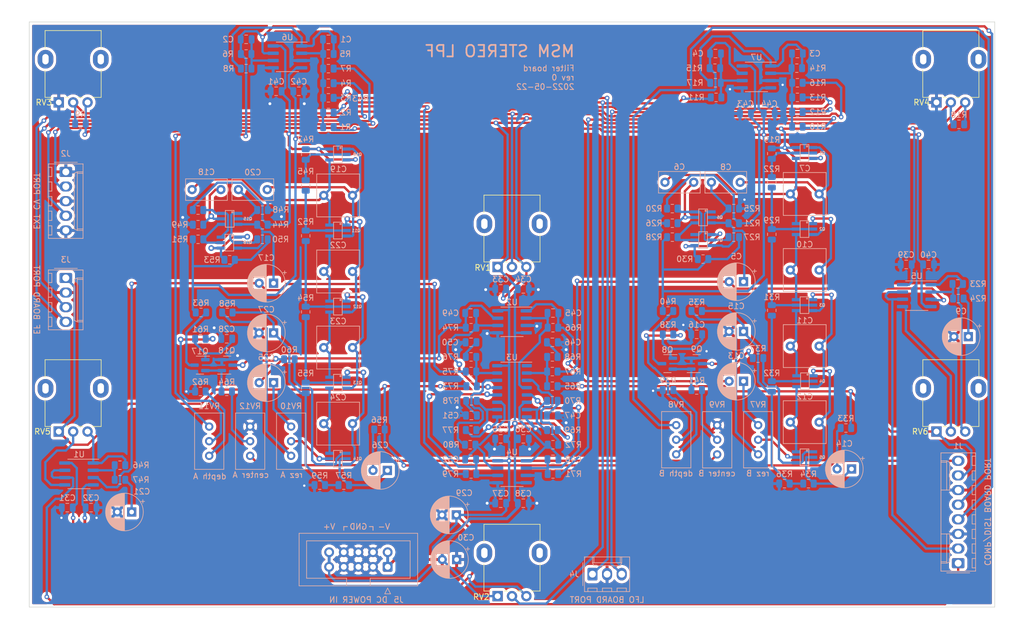
<source format=kicad_pcb>
(kicad_pcb (version 20211014) (generator pcbnew)
  (layers (0 "F.Cu" signal) (31 "B.Cu" signal) (34 "B.Paste" user) (35 "F.Paste" user) (36 "B.SilkS" user "B.Silkscreen") (37 "F.SilkS" user "F.Silkscreen") (38 "B.Mask" user) (39 "F.Mask" user) (44 "Edge.Cuts" user))
  (net 0 "")
  (net 1 "Net-(C1-Pad1)")
  (net 2 "Net-(C1-Pad2)")
  (net 3 "Net-(C2-Pad1)")
  (net 4 "/CV_OUT_A")
  (net 5 "Net-(C3-Pad1)")
  (net 6 "Net-(C3-Pad2)")
  (net 7 "Net-(C4-Pad1)")
  (net 8 "/CV_OUT_B")
  (net 9 "Net-(C5-Pad1)")
  (net 10 "/lowpass_filter_B/feedback_VCA/WET_IN")
  (net 11 "Net-(C6-Pad1)")
  (net 12 "Net-(C6-Pad2)")
  (net 13 "Net-(C7-Pad1)")
  (net 14 "Net-(C8-Pad2)")
  (net 15 "Net-(C9-Pad1)")
  (net 16 "GND")
  (net 17 "Net-(C10-Pad1)")
  (net 18 "Net-(C10-Pad2)")
  (net 19 "Net-(C11-Pad1)")
  (net 20 "Net-(C11-Pad2)")
  (net 21 "Net-(C12-Pad1)")
  (net 22 "Net-(C12-Pad2)")
  (net 23 "Net-(C13-Pad1)")
  (net 24 "/lowpass_filter_B/feedback_VCA/SIGNAL_OUT")
  (net 25 "Net-(C14-Pad1)")
  (net 26 "Net-(C14-Pad2)")
  (net 27 "Net-(C15-Pad1)")
  (net 28 "Net-(C16-Pad1)")
  (net 29 "Net-(C17-Pad1)")
  (net 30 "/lowpass_filter_A/feedback_VCA/WET_IN")
  (net 31 "Net-(C18-Pad1)")
  (net 32 "Net-(C18-Pad2)")
  (net 33 "Net-(C19-Pad1)")
  (net 34 "Net-(C20-Pad2)")
  (net 35 "Net-(C21-Pad1)")
  (net 36 "Net-(C22-Pad1)")
  (net 37 "Net-(C22-Pad2)")
  (net 38 "Net-(C23-Pad1)")
  (net 39 "Net-(C23-Pad2)")
  (net 40 "Net-(C24-Pad1)")
  (net 41 "Net-(C24-Pad2)")
  (net 42 "Net-(C25-Pad1)")
  (net 43 "/lowpass_filter_A/feedback_VCA/SIGNAL_OUT")
  (net 44 "Net-(C26-Pad1)")
  (net 45 "Net-(C26-Pad2)")
  (net 46 "Net-(C27-Pad1)")
  (net 47 "Net-(C28-Pad1)")
  (net 48 "+15V")
  (net 49 "-15V")
  (net 50 "Net-(C45-Pad2)")
  (net 51 "Net-(C46-Pad1)")
  (net 52 "Net-(C47-Pad1)")
  (net 53 "Net-(C48-Pad1)")
  (net 54 "Net-(C48-Pad2)")
  (net 55 "Net-(C49-Pad2)")
  (net 56 "Net-(C50-Pad1)")
  (net 57 "Net-(C51-Pad1)")
  (net 58 "Net-(C52-Pad1)")
  (net 59 "Net-(C52-Pad2)")
  (net 60 "/IN_A")
  (net 61 "/IN_B")
  (net 62 "/OUT_B")
  (net 63 "/OUT_A")
  (net 64 "Net-(Q9-Pad3)")
  (net 65 "Net-(Q18-Pad3)")
  (net 66 "/LFO_A_IN")
  (net 67 "/ENV_A_IN")
  (net 68 "/EXT_CV_A_IN")
  (net 69 "/LFO_B_IN")
  (net 70 "Net-(Q8-Pad2)")
  (net 71 "Net-(Q8-Pad3)")
  (net 72 "Net-(Q3-Pad2)")
  (net 73 "Net-(Q17-Pad2)")
  (net 74 "Net-(Q17-Pad3)")
  (net 75 "/ENV_B_IN")
  (net 76 "/cv_generators/MANUAL_FREQ")
  (net 77 "/cv_generators/SEPARATION")
  (net 78 "/cv_generators/FEEDBACK_CV_OUT_A")
  (net 79 "/cv_generators/FEEDBACK_CV_OUT_B")
  (net 80 "Net-(Q1-Pad2)")
  (net 81 "Net-(Q2-Pad2)")
  (net 82 "Net-(Q12-Pad2)")
  (net 83 "Net-(R23-Pad1)")
  (net 84 "/lowpass_filter_B/LP_OUT")
  (net 85 "Net-(Q4-Pad2)")
  (net 86 "Net-(Q5-Pad1)")
  (net 87 "Net-(Q6-Pad1)")
  (net 88 "Net-(Q6-Pad4)")
  (net 89 "Net-(Q6-Pad6)")
  (net 90 "Net-(R35-Pad1)")
  (net 91 "Net-(Q7-Pad1)")
  (net 92 "Net-(R38-Pad1)")
  (net 93 "Net-(R39-Pad1)")
  (net 94 "Net-(R41-Pad1)")
  (net 95 "Net-(Q10-Pad2)")
  (net 96 "Net-(Q11-Pad2)")
  (net 97 "/EXT_CV_B_IN")
  (net 98 "Net-(R46-Pad1)")
  (net 99 "/lowpass_filter_A/LP_OUT")
  (net 100 "Net-(Q13-Pad2)")
  (net 101 "Net-(Q14-Pad1)")
  (net 102 "Net-(Q15-Pad1)")
  (net 103 "Net-(Q15-Pad4)")
  (net 104 "Net-(Q15-Pad6)")
  (net 105 "Net-(R58-Pad1)")
  (net 106 "Net-(Q16-Pad1)")
  (net 107 "Net-(R61-Pad1)")
  (net 108 "Net-(R62-Pad1)")
  (net 109 "Net-(R64-Pad1)")
  (net 110 "Net-(R65-Pad1)")
  (net 111 "Net-(R69-Pad1)")
  (net 112 "Net-(R72-Pad1)")
  (net 113 "Net-(R73-Pad1)")
  (net 114 "Net-(R77-Pad1)")
  (net 115 "Net-(R80-Pad1)")
  (net 116 "Net-(RV5-Pad2)")
  (net 117 "Net-(RV6-Pad2)")
  (net 118 "Net-(Q5-Pad5)")
  (net 119 "Net-(Q14-Pad5)")
  (footprint "Potentiometer_THT:Potentiometer_Alpha_RD901F-40-00D_Single_Vertical" (layer "F.Cu") (at 50.84 95.25 90)
    (fp_text reference "RV5")
    (fp_text value "100k")
  )
  (footprint "Potentiometer_THT:Potentiometer_Alpha_RD901F-40-00D_Single_Vertical" (layer "F.Cu") (at 50.84 38.1 90)
    (fp_text reference "RV3")
    (fp_text value "100k")
  )
  (footprint "Potentiometer_THT:Potentiometer_Alpha_RD901F-40-00D_Single_Vertical" (layer "F.Cu") (at 127.04 66.675 90)
    (fp_text reference "RV1")
    (fp_text value "100k")
  )
  (footprint "Potentiometer_THT:Potentiometer_Alpha_RD901F-40-00D_Single_Vertical" (layer "F.Cu") (at 127.04 123.825 90)
    (fp_text reference "RV2")
    (fp_text value "100k_C.D.")
  )
  (footprint "Potentiometer_THT:Potentiometer_Alpha_RD901F-40-00D_Single_Vertical" (layer "F.Cu") (at 203.24 38.1 90)
    (fp_text reference "RV4")
    (fp_text value "100k")
  )
  (footprint "Potentiometer_THT:Potentiometer_Alpha_RD901F-40-00D_Single_Vertical" (layer "F.Cu") (at 203.24 95.25 90)
    (fp_text reference "RV6")
    (fp_text value "100k")
  )
  (footprint "Capacitor_SMD:C_0805_2012Metric" (layer "B.Cu") (at 80.0081 79.1464 180)
    (fp_text reference "C28")
    (fp_text value "560p")
  )
  (footprint "custom_footprints:SOT457" (layer "B.Cu") (at 99.3121 60.3504 -90)
    (fp_text reference "Q11")
    (fp_text value "BCM847" hide)
  )
  (footprint "custom_footprints:SOT457" (layer "B.Cu") (at 162.7124 61.9995 -90)
    (fp_text reference "Q7")
    (fp_text value "BCM847" hide)
  )
  (footprint "Resistor_SMD:R_0805_2012Metric" (layer "B.Cu") (at 106.5276 94.8944 180)
    (fp_text reference "R56")
    (fp_text value "10k")
  )
  (footprint "Resistor_SMD:R_0805_2012Metric" (layer "B.Cu") (at 174.6504 74.215 -90)
    (fp_text reference "R31")
    (fp_text value "150")
  )
  (footprint "Capacitor_THT:C_Rect_L7.2mm_W7.2mm_P5.00mm_FKS2_FKP2_MKS2_MKP2" (layer "B.Cu") (at 182.8654 53.9985 180)
    (fp_text reference "C7")
    (fp_text value "22n 2.5%")
  )
  (footprint "Capacitor_SMD:C_0805_2012Metric" (layer "B.Cu") (at 197.9828 66.2432 180)
    (fp_text reference "C39")
    (fp_text value "100n")
  )
  (footprint "custom_footprints:SOT457" (layer "B.Cu") (at 80.5161 58.3184 -90)
    (fp_text reference "Q15")
    (fp_text value "BCM847" hide)
  )
  (footprint "Capacitor_THT:C_Rect_L7.0mm_W3.5mm_P5.00mm" (layer "B.Cu") (at 156.1014 51.9665)
    (fp_text reference "C6")
    (fp_text value "220n")
  )
  (footprint "Capacitor_SMD:C_0805_2012Metric" (layer "B.Cu") (at 136.5485 79.756)
    (fp_text reference "C46")
    (fp_text value "1n2")
  )
  (footprint "Resistor_SMD:R_0805_2012Metric" (layer "B.Cu") (at 161.6094 74.3185)
    (fp_text reference "R35")
    (fp_text value "330")
  )
  (footprint "Capacitor_SMD:C_0805_2012Metric" (layer "B.Cu") (at 97.663 27.1526)
    (fp_text reference "C1")
    (fp_text value "1n")
  )
  (footprint "Resistor_SMD:R_0805_2012Metric" (layer "B.Cu") (at 80.0081 88.2904 180)
    (fp_text reference "R64")
    (fp_text value "100k")
  )
  (footprint "custom_footprints:SOT457" (layer "B.Cu") (at 180.3254 73.3025 -90)
    (fp_text reference "Q3")
    (fp_text value "BCM847" hide)
  )
  (footprint "Capacitor_SMD:C_0805_2012Metric" (layer "B.Cu") (at 92.517 36.1696 180)
    (fp_text reference "C42")
    (fp_text value "100n")
  )
  (footprint "Package_SO:SOIC-8_3.9x4.9mm_P1.27mm" (layer "B.Cu") (at 54.356 102.616 180)
    (fp_text reference "U1")
    (fp_text value "TL072")
  )
  (footprint "Capacitor_THT:CP_Radial_D6.3mm_P2.50mm" (layer "B.Cu") (at 88.1361 78.1304 180)
    (fp_text reference "C27")
    (fp_text value "220u")
  )
  (footprint "Resistor_SMD:R_0805_2012Metric" (layer "B.Cu") (at 136.5485 84.836)
    (fp_text reference "R67")
    (fp_text value "33k")
  )
  (footprint "Package_SO:SO-16_3.9x9.9mm_P1.27mm" (layer "B.Cu") (at 129.54 88.265 180)
    (fp_text reference "U3")
    (fp_text value "SSI2164")
  )
  (footprint "Resistor_SMD:R_0805_2012Metric" (layer "B.Cu") (at 174.6504 46.99 -90)
    (fp_text reference "R19")
    (fp_text value "220")
  )
  (footprint "Resistor_SMD:R_0805_2012Metric" (layer "B.Cu") (at 122.428 84.836 180)
    (fp_text reference "R75")
    (fp_text value "33k")
  )
  (footprint "Capacitor_SMD:C_0805_2012Metric" (layer "B.Cu") (at 127.574 70.485 180)
    (fp_text reference "C33")
    (fp_text value "100n")
  )
  (footprint "Capacitor_THT:C_Rect_L7.0mm_W3.5mm_P5.00mm" (layer "B.Cu") (at 169.164 51.9684 180)
    (fp_text reference "C8")
    (fp_text value "220n")
  )
  (footprint "Resistor_SMD:R_0805_2012Metric" (layer "B.Cu") (at 136.652 102.616)
    (fp_text reference "R71")
    (fp_text value "680k")
  )
  (footprint "Package_TO_SOT_SMD:SOT-23" (layer "B.Cu") (at 75.3576 83.7184 180)
    (fp_text reference "Q17")
    (fp_text value "MMBT3906")
  )
  (footprint "Potentiometer_THT:Potentiometer_Bourns_3296W_Vertical" (layer "B.Cu") (at 91.1841 99.4664 -90)
    (fp_text reference "RV10")
    (fp_text value "10k")
  )
  (footprint "Capacitor_SMD:C_0805_2012Metric" (layer "B.Cu") (at 136.652 100.076 180)
    (fp_text reference "C48")
    (fp_text value "100p")
  )
  (footprint "Connector_Molex:Molex_KK-254_AE-6410-04A_1x04_P2.54mm_Vertical" (layer "B.Cu") (at 52.07 68.58 -90)
    (fp_text reference "J3")
    (fp_text value "env_board_port")
  )
  (footprint "Resistor_SMD:R_0805_2012Metric" (layer "B.Cu") (at 122.2775 97.536)
    (fp_text reference "R80")
    (fp_text value "4k7")
  )
  (footprint "Resistor_SMD:R_0805_2012Metric" (layer "B.Cu") (at 86.2076 56.7944)
    (fp_text reference "R48")
    (fp_text value "47k")
  )
  (footprint "Capacitor_SMD:C_0805_2012Metric" (layer "B.Cu") (at 131.506 107.696 180)
    (fp_text reference "C38")
    (fp_text value "100n")
  )
  (footprint "Resistor_SMD:R_0805_2012Metric" (layer "B.Cu") (at 75.4361 88.2904 180)
    (fp_text reference "R62")
    (fp_text value "1k")
  )
  (footprint "Capacitor_SMD:C_0805_2012Metric" (layer "B.Cu") (at 56.449 108.458 180)
    (fp_text reference "C32")
    (fp_text value "100n")
  )
  (footprint "custom_footprints:SOT457" (layer "B.Cu") (at 99.3121 99.9744 -90)
    (fp_text reference "Q14")
    (fp_text value "BCM847" hide)
  )
  (footprint "Resistor_SMD:R_0805_2012Metric" (layer "B.Cu") (at 157.3784 61.4915 180)
    (fp_text reference "R28")
    (fp_text value "270k")
  )
  (footprint "Resistor_SMD:R_0805_2012Metric" (layer "B.Cu") (at 136.652 97.536 180)
    (fp_text reference "R72")
    (fp_text value "4k7")
  )
  (footprint "Potentiometer_THT:Potentiometer_Bourns_3296W_Vertical" (layer "B.Cu") (at 165.1654 99.2205 -90)
    (fp_text reference "RV9")
    (fp_text value "10k")
  )
  (footprint "Resistor_SMD:R_0805_2012Metric" (layer "B.Cu") (at 168.0464 56.5385)
    (fp_text reference "R25")
    (fp_text value "47k")
  )
  (footprint "Resistor_SMD:R_0805_2012Metric" (layer "B.Cu") (at 168.0464 59.0785 180)
    (fp_text reference "R21")
    (fp_text value "1k2")
  )
  (footprint "custom_footprints:SOT457" (layer "B.Cu") (at 99.3121 86.7664 -90)
    (fp_text reference "Q13")
    (fp_text value "BCM847" hide)
  )
  (footprint "Capacitor_SMD:C_0805_2012Metric" (layer "B.Cu") (at 161.6094 78.3825 180)
    (fp_text reference "C16")
    (fp_text value "560p")
  )
  (footprint "Potentiometer_THT:Potentiometer_Bourns_3296W_Vertical" (layer "B.Cu") (at 158.0534 99.2105 -90)
    (fp_text reference "RV8")
    (fp_text value "10k")
  )
  (footprint "custom_footprints:SOT457" (layer "B.Cu") (at 180.4054 86.5105 -90)
    (fp_text reference "Q4")
    (fp_text value "BCM847" hide)
  )
  (footprint "Resistor_SMD:R_0805_2012Metric" (layer "B.Cu") (at 83.378 29.6926 180)
    (fp_text reference "R6")
    (fp_text value "100k")
  )
  (footprint "Package_SO:SOIC-8_3.9x4.9mm_P1.27mm" (layer "B.Cu") (at 90.551 30.2006 180)
    (fp_text reference "U6")
    (fp_text value "TL072")
  )
  (footprint "Resistor_SMD:R_0805_2012Metric" (layer "B.Cu") (at 100.3281 104.5464 180)
    (fp_text reference "R57")
    (fp_text value "470")
  )
  (footprint "Resistor_SMD:R_0805_2012Metric" (layer "B.Cu") (at 174.6504 51.9665 -90)
    (fp_text reference "R22")
    (fp_text value "150")
  )
  (footprint "Resistor_SMD:R_0805_2012Metric" (layer "B.Cu") (at 174.6504 61.007 -90)
    (fp_text reference "R29")
    (fp_text value "150")
  )
  (footprint "Capacitor_THT:C_Rect_L7.2mm_W7.2mm_P5.00mm_FKS2_FKP2_MKS2_MKP2" (layer "B.Cu") (at 177.8654 67.2065)
    (fp_text reference "C10")
    (fp_text value "22n 2.5%")
  )
  (footprint "Capacitor_SMD:C_0805_2012Metric" (layer "B.Cu") (at 136.5485 92.456)
    (fp_text reference "C47")
    (fp_text value "1n2")
  )
  (footprint "Resistor_SMD:R_0805_2012Metric" (layer "B.Cu") (at 172.2609 82.4992 180)
    (fp_text reference "R37")
    (fp_text value "680")
  )
  (footprint "Resistor_SMD:R_0805_2012Metric" (layer "B.Cu") (at 136.5485 87.376)
    (fp_text reference "R65")
    (fp_text value "200k")
  )
  (footprint "Resistor_SMD:R_0805_2012Metric" (layer "B.Cu") (at 97.663 34.7726 180)
    (fp_text reference "R4")
    (fp_text value "100k")
  )
  (footprint "Capacitor_SMD:C_0805_2012Metric" (layer "B.Cu") (at 52.324 108.458 180)
    (fp_text reference "C31")
    (fp_text value "100n")
  )
  (footprint "Capacitor_SMD:C_0805_2012Metric" (layer "B.Cu") (at 131.506 70.485 180)
    (fp_text reference "C34")
    (fp_text value "100n")
  )
  (footprint "Resistor_SMD:R_0805_2012Metric" (layer "B.Cu") (at 136.5485 82.296)
    (fp_text reference "R68")
    (fp_text value "220")
  )
  (footprint "custom_footprints:SOT457" (layer "B.Cu") (at 99.3121 47.1424 -90)
    (fp_text reference "Q10")
    (fp_text value "BCM847" hide)
  )
  (footprint "Resistor_SMD:R_0805_2012Metric" (layer "B.Cu") (at 207.1389 41.91 180)
    (fp_text reference "R18")
    (fp_text value "Rt")
  )
  (footprint "Resistor_SMD:R_0805_2012Metric" (layer "B.Cu") (at 80.1116 74.5744)
    (fp_text reference "R58")
    (fp_text value "330")
  )
  (footprint "Resistor_SMD:R_0805_2012Metric" (layer "B.Cu") (at 61.468 101.092)
    (fp_text reference "R46")
    (fp_text value "100k")
  )
  (footprint "Resistor_SMD:R_0805_2012Metric" (layer "B.Cu") (at 93.7241 52.5234 -90)
    (fp_text reference "R45")
    (fp_text value "150")
  )
  (footprint "Resistor_SMD:R_0805_2012Metric" (layer "B.Cu") (at 136.5485 94.996)
    (fp_text reference "R69")
    (fp_text value "330k")
  )
  (footprint "Resistor_SMD:R_0805_2012Metric" (layer "B.Cu") (at 181.0169 104.2905 180)
    (fp_text reference "R34")
    (fp_text value "470")
  )
  (footprint "Capacitor_SMD:C_0805_2012Metric" (layer "B.Cu") (at 164.8714 29.6145 180)
    (fp_text reference "C4")
    (fp_text value "1n")
  )
  (footprint "Resistor_SMD:R_0805_2012Metric" (layer "B.Cu") (at 156.6329 88.0345 180)
    (fp_text reference "R39")
    (fp_text value "1k")
  )
  (footprint "Capacitor_THT:CP_Radial_D6.3mm_P2.50mm" (layer "B.Cu") (at 63.5 109.22 180)
    (fp_text reference "C21")
    (fp_text value "10u")
  )
  (footprint "Package_TO_SOT_SMD:SOT-23" (layer "B.Cu") (at 161.6094 83.4625)
    (fp_text reference "Q9")
    (fp_text value "MMBT3904")
  )
  (footprint "Capacitor_SMD:C_0805_2012Metric" (layer "B.Cu") (at 122.362 100.076)
    (fp_text reference "C52")
    (fp_text value "100p")
  )
  (footprint "Resistor_SMD:R_0805_2012Metric" (layer "B.Cu") (at 96.1606 104.5464 180)
    (fp_text reference "R59")
    (fp_text value "220")
  )
  (footprint "Resistor_SMD:R_0805_2012Metric" (layer "B.Cu") (at 136.652 77.216 180)
    (fp_text reference "R66")
    (fp_text value "33k")
  )
  (footprint "Capacitor_SMD:C_0805_2012Metric" (layer "B.Cu") (at 170.0794 40.0285 180)
    (fp_text reference "C43")
    (fp_text value "100n")
  )
  (footprint "Capacitor_THT:C_Rect_L7.0mm_W3.5mm_P5.00mm" (layer "B.Cu") (at 73.9921 53.2384)
    (fp_text reference "C18")
    (fp_text value "220n")
  )
  (footprint "Connector_Molex:Molex_KK-254_AE-6410-08A_1x08_P2.54mm_Vertical" (layer "B.Cu") (at 207.01 118.11 90)
    (fp_text reference "J1")
    (fp_text value "comp_dist_board_port")
  )
  (footprint "Resistor_SMD:R_0805_2012Metric" (layer "B.Cu") (at 174.6504 87.423 -90)
    (fp_text reference "R32")
    (fp_text value "150")
  )
  (footprint "Capacitor_THT:C_Rect_L7.2mm_W7.2mm_P5.00mm_FKS2_FKP2_MKS2_MKP2" (layer "B.Cu") (at 96.8521 67.4624)
    (fp_text reference "C22")
    (fp_text value "22n 2.5%")
  )
  (footprint "Package_SO:SOIC-8_3.9x4.9mm_P1.27mm" (layer "B.Cu") (at 199.8199 71.6534 180)
    (fp_text reference "U5")
    (fp_text value "TL072")
  )
  (footprint "Capacitor_SMD:C_0805_2012Metric" (layer "B.Cu") (at 127.574 107.696 180)
    (fp_text reference "C37")
    (fp_text value "100n")
  )
  (footprint "Resistor_SMD:R_0805_2012Metric" (layer "B.Cu") (at 97.663 39.8526 180)
    (fp_text reference "R2")
    (fp_text value "680k")
  )
  (footprint "Resistor_SMD:R_0805_2012Metric" (layer "B.Cu") (at 54.61 41.783 180)
    (fp_text reference "R9")
    (fp_text value "Rt")
  )
  (footprint "Resistor_SMD:R_0805_2012Metric" (layer "B.Cu") (at 122.494 89.916 180)
    (fp_text reference "R78")
    (fp_text value "220")
  )
  (footprint "Resistor_SMD:R_0805_2012Metric" (layer "B.Cu") (at 97.663 37.3126 180)
    (fp_text reference "R3")
    (fp_text value "100k")
  )
  (footprint "Resistor_SMD:R_0805_2012Metric" (layer "B.Cu") (at 93.7241 74.4709 -90)
    (fp_text reference "R54")
    (fp_text value "150")
  )
  (footprint "Capacitor_SMD:C_0805_2012Metric" (layer "B.Cu") (at 127.574 96.52 180)
    (fp_text reference "C35")
    (fp_text value "100n")
  )
  (footprint "Resistor_SMD:R_0805_2012Metric" (layer "B.Cu") (at 83.378 32.2326)
    (fp_text reference "R8")
    (fp_text value "100k")
  )
  (footprint "Resistor_SMD:R_0805_2012Metric" (layer "B.Cu") (at 97.663 32.2326 180)
    (fp_text reference "R7")
    (fp_text value "100k")
  )
  (footprint "Resistor_SMD:R_0805_2012Metric" (layer "B.Cu") (at 97.663 42.3926 180)
    (fp_text reference "R1")
    (fp_text value "330k")
  )
  (footprint "Resistor_SMD:R_0805_2012Metric" (layer "B.Cu") (at 179.0954 34.6945 180)
    (fp_text reference "R16")
    (fp_text value "100k")
  )
  (footprint "Capacitor_SMD:C_0805_2012Metric" (layer "B.Cu") (at 122.362 74.676)
    (fp_text reference "C49")
    (fp_text value "100p")
  )
  (footprint "Connector_IDC:IDC-Header_2x05_P2.54mm_Vertical" (layer "B.Cu") (at 107.95 118.745 90)
    (fp_text reference "J5")
    (fp_text value "power_entry")
  )
  (footprint "custom_footprints:SOT457" (layer "B.Cu") (at 180.3254 99.7185 -90)
    (fp_text reference "Q5")
    (fp_text value "BCM847" hide)
  )
  (footprint "Resistor_SMD:R_0805_2012Metric" (layer "B.Cu") (at 93.7241 47.1424 -90)
    (fp_text reference "R42")
    (fp_text value "220")
  )
  (footprint "Resistor_SMD:R_0805_2012Metric" (layer "B.Cu") (at 157.3784 59.0785 180)
    (fp_text reference "R26")
    (fp_text value "47k")
  )
  (footprint "Resistor_SMD:R_0805_2012Metric" (layer "B.Cu") (at 122.428 102.616 180)
    (fp_text reference "R79")
    (fp_text value "680k")
  )
  (footprint "Resistor_SMD:R_0805_2012Metric" (layer "B.Cu") (at 86.2076 59.3344 180)
    (fp_text reference "R44")
    (fp_text value "1k2")
  )
  (footprint "Capacitor_THT:CP_Radial_D6.3mm_P2.50mm" (layer "B.Cu") (at 169.7374 77.8745 180)
    (fp_text reference "C15")
    (fp_text value "220u")
  )
  (footprint "Resistor_SMD:R_0805_2012Metric" (layer "B.Cu") (at 90.8831 82.7024 180)
    (fp_text reference "R60")
    (fp_text value "680")
  )
  (footprint "Capacitor_THT:CP_Radial_D6.3mm_P2.50mm" (layer "B.Cu") (at 208.7734 78.7654 180)
    (fp_text reference "C9")
    (fp_text value "10u")
  )
  (footprint "Package_SO:SOIC-8_3.9x4.9mm_P1.27mm" (layer "B.Cu") (at 171.9834 33.6785 180)
    (fp_text reference "U7")
    (fp_text value "TL072")
  )
  (footprint "custom_footprints:SOT457" (layer "B.Cu") (at 180.3254 46.8865 -90)
    (fp_text reference "Q1")
    (fp_text value "BCM847" hide)
  )
  (footprint "Resistor_SMD:R_0805_2012Metric" (layer "B.Cu") (at 156.6329 74.3185 180)
    (fp_text reference "R40")
    (fp_text value "470")
  )
  (footprint "Resistor_SMD:R_0805_2012Metric" (layer "B.Cu") (at 122.428 94.996 180)
    (fp_text reference "R77")
    (fp_text value "330k")
  )
  (footprint "Capacitor_THT:C_Rect_L7.2mm_W7.2mm_P5.00mm_FKS2_FKP2_MKS2_MKP2" (layer "B.Cu") (at 177.8654 93.6225)
    (fp_text reference "C12")
    (fp_text value "22n 2.5%")
  )
  (footprint "Capacitor_THT:CP_Radial_D6.3mm_P2.50mm" (layer "B.Cu") (at 169.7374 86.5105 180)
    (fp_text reference "C13")
    (fp_text value "10u")
  )
  (footprint "Resistor_SMD:R_0805_2012Metric" (layer "B.Cu") (at 178.9919 32.1545)
    (fp_text reference "R14")
    (fp_text value "100k")
  )
  (footprint "Resistor_SMD:R_0805_2012Metric" (layer "B.Cu") (at 206.9319 69.6214)
    (fp_text reference "R23")
    (fp_text value "100k")
  )
  (footprint "Capacitor_THT:CP_Radial_D6.3mm_P2.50mm" (layer "B.Cu") (at 88.1361 86.7664 180)
    (fp_text reference "C25")
    (fp_text value "10u")
  )
  (footprint "Resistor_SMD:R_0805_2012Metric" (layer "B.Cu") (at 162.7124 65.3015)
    (fp_text reference "R30")
    (fp_text value "1k2")
  )
  (footprint "Resistor_SMD:R_0805_2012Metric" (layer "B.Cu") (at 164.9749 37.2345)
    (fp_text reference "R11")
    (fp_text value "680k")
  )
  (footprint "Resistor_SMD:R_0805_2012Metric" (layer "B.Cu") (at 97.663 29.6926)
    (fp_text reference "R5")
    (fp_text value "100k")
  )
  (footprint "Capacitor_THT:CP_Radial_D6.3mm_P2.50mm" (layer "B.Cu") (at 169.7374 69.2385 180)
    (fp_text reference "C5")
    (fp_text value "10u")
  )
  (footprint "custom_footprints:SOT457" (layer "B.Cu") (at 99.3121 73.5584 -90)
    (fp_text reference "Q12")
    (fp_text value "BCM847" hide)
  )
  (footprint "Package_TO_SOT_SMD:SOT-23" (layer "B.Cu") (at 156.5294 83.4625 180)
    (fp_text reference "Q8")
    (fp_text value "MMBT3906")
  )
  (footprint "Resistor_SMD:R_0805_2012Metric" (layer "B.Cu") (at 179.0954 39.7745 180)
    (fp_text reference "R12")
    (fp_text value "100k")
  )
  (footprint "Capacitor_SMD:C_0805_2012Metric" (layer "B.Cu") (at 122.494 92.456 180)
    (fp_text reference "C51")
    (fp_text value "1n2")
  )
  (footprint "Capacitor_SMD:C_0805_2012Metric" (layer "B.Cu") (at 136.652 74.676 180)
    (fp_text reference "C45")
    (fp_text value "100p")
  )
  (footprint "custom_footprints:SOT457" (layer "B.Cu") (at 180.3254 60.0945 -90)
    (fp_text reference "Q2")
    (fp_text value "BCM847" hide)
  )
  (footprint "Capacitor_SMD:C_0805_2012Metric" (layer "B.Cu") (at 179.0954 29.6145)
    (fp_text reference "C3")
    (fp_text value "1n")
  )
  (footprint "Resistor_SMD:R_0805_2012Metric" (layer "B.Cu") (at 75.0316 56.7944)
    (fp_text reference "R43")
    (fp_text value "1k2")
  )
  (footprint "Capacitor_THT:CP_Radial_D6.3mm_P2.50mm" (layer "B.Cu") (at 119.92738 117.475 180)
    (fp_text reference "C30")
    (fp_text value "10u")
  )
  (footprint "Resistor_SMD:R_0805_2012Metric" (layer "B.Cu") (at 122.428 77.216)
    (fp_text reference "R74")
    (fp_text value "33k")
  )
  (footprint "Capacitor_THT:C_Rect_L7.2mm_W7.2mm_P5.00mm_FKS2_FKP2_MKS2_MKP2" (layer "B.Cu") (at 182.8654 80.4145 180)
    (fp_text reference "C11")
    (fp_text value "22n 2.5%")
  )
  (footprint "Resistor_SMD:R_0805_2012Metric" (layer "B.Cu") (at 161.6094 88.0345 180)
    (fp_text reference "R41")
    (fp_text value "100k")
  )
  (footprint "Potentiometer_THT:Potentiometer_Bourns_3296W_Vertical" (layer "B.Cu") (at 84.0721 99.4664 -90)
    (fp_text reference "RV12")
    (fp_text value "10k")
  )
  (footprint "Resistor_SMD:R_0805_2012Metric" (layer "B.Cu") (at 179.0954 37.2345 180)
    (fp_text reference "R13")
    (fp_text value "100k")
  )
  (footprint "Resistor_SMD:R_0805_2012Metric" (layer "B.Cu") (at 80.5161 65.4304)
    (fp_text reference "R53")
    (fp_text value "1k2")
  )
  (footprint "Resistor_SMD:R_0805_2012Metric" (layer "B.Cu") (at 136.5485 89.916)
    (fp_text reference "R70")
    (fp_text value "220")
  )
  (footprint "Capacitor_THT:C_Rect_L7.2mm_W7.2mm_P5.00mm_FKS2_FKP2_MKS2_MKP2" (layer "B.Cu") (at 96.8521 93.8784)
    (fp_text reference "C24")
    (fp_text value "22n 2.5%")
  )
  (footprint "Resistor_SMD:R_0805_2012Metric" (layer "B.Cu") (at 75.5396 74.5744 180)
    (fp_text reference "R63")
    (fp_text value "470")
  )
  (footprint "Resistor_SMD:R_0805_2012Metric" (layer "B.Cu") (at 93.7241 87.6789 -90)
    (fp_text reference "R55")
    (fp_text value "150")
  )
  (footprint "Resistor_SMD:R_0805_2012Metric" (layer "B.Cu") (at 156.6329 78.3825 180)
    (fp_text reference "R38")
    (fp_text value "???")
  )
  (footprint "Capacitor_THT:CP_Radial_D6.3mm_P2.50mm" (layer "B.Cu") (at 188.4934 101.7505 180)
    (fp_text reference "C14")
    (fp_text value "10u")
  )
  (footprint "Capacitor_SMD:C_0805_2012Metric" (layer "B.Cu") (at 174.2044 40.0285 180)
    (fp_text reference "C44")
    (fp_text value "100n")
  )
  (footprint "Resistor_SMD:R_0805_2012Metric" (layer "B.Cu") (at 164.7679 32.1545 180)
    (fp_text reference "R15")
    (fp_text value "100k")
  )
  (footprint "Resistor_SMD:R_0805_2012Metric" (layer "B.Cu") (at 164.8714 34.6945)
    (fp_text reference "R17")
    (fp_text value "100k")
  )
  (footprint "Resistor_SMD:R_0805_2012Metric" (layer "B.Cu") (at 122.5315 87.376 180)
    (fp_text reference "R73")
    (fp_text value "200k")
  )
  (footprint "Capacitor_SMD:C_0805_2012Metric" (layer "B.Cu") (at 201.864 66.2432 180)
    (fp_text reference "C40")
    (fp_text value "100n")
  )
  (footprint "Resistor_SMD:R_0805_2012Metric" (layer "B.Cu") (at 75.0316 59.3344 180)
    (fp_text reference "R49")
    (fp_text value "47k")
  )
  (footprint "Capacitor_THT:C_Rect_L7.2mm_W7.2mm_P5.00mm_FKS2_FKP2_MKS2_MKP2" (layer "B.Cu") (at 101.8521 80.6704 180)
    (fp_text reference "C23")
    (fp_text value "22n 2.5%")
  )
  (footprint "Potentiometer_THT:Potentiometer_Bourns_3296W_Vertical" (layer "B.Cu") (at 76.9601 99.4664 -90)
    (fp_text reference "RV11")
    (fp_text value "10k")
  )
  (footprint "Potentiometer_THT:Potentiometer_Bourns_3296W_Vertical" (layer "B.Cu") (at 172.2774 99.2105 -90)
    (fp_text reference "RV7")
    (fp_text value "10k")
  )
  (footprint "Resistor_SMD:R_0805_2012Metric" (layer "B.Cu") (at 86.2076 61.8744)
    (fp_text reference "R50")
    (fp_text value "270k")
  )
  (footprint "Package_SO:SOIC-8_3.9x4.9mm_P1.27mm" (layer "B.Cu") (at 129.54 102.235 180)
    (fp_text reference "U4")
    (fp_text value "TL072")
  )
  (footprint "Connector_Molex:Molex_KK-254_AE-6410-03A_1x03_P2.54mm_Vertical" (layer "B.Cu") (at 143.51 120.015)
    (fp_text reference "J4")
    (fp_text value "lfo_board_port")
  )
  (footprint "Capacitor_SMD:C_0805_2012Metric" (layer "B.Cu") (at 88.585 36.1696 180)
    (fp_text reference "C41")
    (fp_text value "100n")
  )
  (footprint "Capacitor_SMD:C_0805_2012Metric" (layer "B.Cu") (at 131.506 96.52 180)
    (fp_text reference "C36")
    (fp_text value "100n")
  )
  (footprint "Capacitor_SMD:C_0805_2012Metric" (layer "B.Cu") (at 122.428 79.756 180)
    (fp_text reference "C50")
    (fp_text value "1n2")
  )
  (footprint "Capacitor_THT:CP_Radial_D6.3mm_P2.50mm" (layer "B.Cu") (at 107.9081 102.0064 180)
    (fp_text reference "C26")
    (fp_text value "10u")
  )
  (footprint "Resistor_SMD:R_0805_2012Metric" (layer "B.Cu") (at 176.8494 104.2905 180)
    (fp_text reference "R36")
    (fp_text value "220")
  )
  (footprint "Package_SO:SOIC-8_3.9x4.9mm_P1.27mm" (layer "B.Cu") (at 129.54 76.2 180)
    (fp_text reference "U2")
    (fp_text value "TL072")
  )
  (footprint "Resistor_SMD:R_0805_2012Metric" (layer "B.Cu") (at 93.7241 61.2629 -90)
    (fp_text reference "R52")
    (fp_text value "150")
  )
  (footprint "Resistor_SMD:R_0805_2012Metric" (layer "B.Cu") (at 168.0464 61.4915)
    (fp_text reference "R27")
    (fp_text value "270k")
  )
  (footprint "Resistor_SMD:R_0805_2012Metric" (layer "B.Cu") (at 179.0954 42.3145 180)
    (fp_text reference "R10")
    (fp_text value "330k")
  )
  (footprint "custom_footprints:SOT457" (layer "B.Cu") (at 162.7124 58.0625 -90)
    (fp_text reference "Q6")
    (fp_text value "BCM847" hide)
  )
  (footprint "Resistor_SMD:R_0805_2012Metric" (layer "B.Cu") (at 75.0316 61.8744 180)
    (fp_text reference "R51")
    (fp_text value "270k")
  )
  (footprint "Capacitor_THT:CP_Radial_D6.3mm_P2.50mm" (layer "B.Cu") (at 119.888 109.728 180)
    (fp_text reference "C29")
    (fp_text value "10u")
  )
  (footprint "Resistor_SMD:R_0805_2012Metric" (layer "B.Cu") (at 75.4361 79.1464 180)
    (fp_text reference "R61")
    (fp_text value "???")
  )
  (footprint "Capacitor_SMD:C_0805_2012Metric" (layer "B.Cu") (at 83.378 27.1526 180)
    (fp_text reference "C2")
    (fp_text value "1n")
  )
  (footprint "Resistor_SMD:R_0805_2012Metric" (layer "B.Cu") (at 207.0354 72.1614)
    (fp_text reference "R24")
    (fp_text value "20k")
  )
  (footprint "Connector_Molex:Molex_KK-254_AE-6410-05A_1x05_P2.54mm_Vertical" (layer "B.Cu") (at 52.07 50.165 -90)
    (fp_text reference "J2")
    (fp_text value "ext_cv_port")
  )
  (footprint "Resistor_SMD:R_0805_2012Metric" (layer "B.Cu") (at 122.428 82.296 180)
    (fp_text reference "R76")
    (fp_text value "220")
  )
  (footprint "Resistor_SMD:R_0805_2012Metric" (layer "B.Cu") (at 61.468 103.632)
    (fp_text reference "R47")
    (fp_text value "20k")
  )
  (footprint "custom_footprints:SOT457" (layer "B.Cu") (at 80.4631 62.4484 -90)
    (fp_text reference "Q16")
    (fp_text value "BCM847" hide)
  )
  (footprint "Capacitor_THT:C_Rect_L7.2mm_W7.2mm_P5.00mm_FKS2_FKP2_MKS2_MKP2" (layer "B.Cu") (at 101.8521 54.2544 180)
    (fp_text reference "C19")
    (fp_text value "22n 2.5%")
  )
  (footprint "Package_TO_SOT_SMD:SOT-23" (layer "B.Cu") (at 80.0866 83.7184)
    (fp_text reference "Q18")
    (fp_text value "MMBT3904")
  )
  (footprint "Capacitor_THT:C_Rect_L7.0mm_W3.5mm_P5.00mm" (layer "B.Cu") (at 87.0401 53.2384 180)
    (fp_text reference "C20")
    (fp_text value "220n")
  )
  (footprint "Capacitor_THT:CP_Radial_D6.3mm_P2.50mm" (layer "B.Cu") (at 88.1361 69.4944 180)
    (fp_text reference "C17")
    (fp_text value "10u")
  )
  (footprint "Resistor_SMD:R_0805_2012Metric" (layer "B.Cu") (at 187.5174 94.6385 180)
    (fp_text reference "R33")
    (fp_text value "10k")
  )
  (footprint "Resistor_SMD:R_0805_2012Metric" (layer "B.Cu") (at 157.3784 56.5385)
    (fp_text reference "R20")
    (fp_text value "1k2")
  )
  (gr_line (start 105.41 111.76) (end 105.41 112.395) (layer "B.SilkS") (width 0.15))
  (gr_line (start 100.965 111.76) (end 100.33 111.76) (layer "B.SilkS") (width 0.15))
  (gr_line (start 104.775 111.76) (end 105.41 111.76) (layer "B.SilkS") (width 0.15))
  (gr_line (start 100.33 111.76) (end 100.33 112.395) (layer "B.SilkS") (width 0.15))
  (gr_line (start 45.72 125.73) (end 45.72 24.13) (layer "Edge.Cuts") (width 0.1))
  (gr_line (start 213.36 125.73) (end 45.72 125.73) (layer "Edge.Cuts") (width 0.1))
  (gr_line (start 45.72 24.13) (end 213.36 24.13) (layer "Edge.Cuts") (width 0.1))
  (gr_line (start 213.36 24.13) (end 213.36 125.73) (layer "Edge.Cuts") (width 0.1))
  (gr_text "V+" (at 97.79 111.76) (layer "B.SilkS") (effects (font (size 1 1)) (justify mirror)))
  (gr_text "depth A" (at 77.0636 103.0224) (layer "B.SilkS") (effects (font (size 1 1)) (justify mirror)))
  (gr_text "EXT CV PORT" (at 46.99 55.245 270) (layer "B.SilkS") (effects (font (size 1 1)) (justify mirror)))
  (gr_text "EF BOARD PORT" (at 46.99 72.39 270) (layer "B.SilkS") (effects (font (size 1 1)) (justify mirror)))
  (gr_text "LFO BOARD PORT" (at 146.05 124.46) (layer "B.SilkS") (effects (font (size 1 1)) (justify mirror)))
  (gr_text "depth B" (at 158.0134 102.5125) (layer "B.SilkS") (effects (font (size 1 1)) (justify mirror)))
  (gr_text "center A" (at 84.1756 102.7684) (layer "B.SilkS") (effects (font (size 1 1)) (justify mirror)))
  (gr_text "center B" (at 165.1254 102.5125) (layer "B.SilkS") (effects (font (size 1 1)) (justify mirror)))
  (gr_text "DC POWER IN" (at 102.87 124.46) (layer "B.SilkS") (effects (font (size 1 1)) (justify mirror)))
  (gr_text "GND" (at 102.87 111.76) (layer "B.SilkS") (effects (font (size 1 1)) (justify mirror)))
  (gr_text "MSM STEREO LPF" (at 140.589 29.21) (layer "B.SilkS") (effects (font (size 2 2) (thickness 0.3)) (justify left mirror)))
  (gr_text "Filter board\nrev 0\n2022-05-22" (at 140.462 33.782) (layer "B.SilkS") (effects (font (size 1 1)) (justify left mirror)))
  (gr_text "COMP/DIST BOARD PORT" (at 212.09 109.22 270) (layer "B.SilkS") (effects (font (size 1 1)) (justify mirror)))
  (gr_text "V-" (at 107.315 111.76) (layer "B.SilkS") (effects (font (size 1 1)) (justify mirror)))
  (gr_text "rez B" (at 172.2374 102.5125) (layer "B.SilkS") (effects (font (size 1 1)) (justify mirror)))
  (gr_text "rez A" (at 91.2876 102.7684) (layer "B.SilkS") (effects (font (size 1 1)) (justify mirror)))
  (segment (start 96.713 27.1526) (end 96.713 42.3551) (width 0.4) (layer "B.Cu") (net 1))
  (segment (start 96.713 42.3551) (end 96.7505 42.3926) (width 0.4) (layer "B.Cu") (net 1))
  (segment (start 96.6235 29.5656) (end 96.7505 29.6926) (width 0.4) (layer "B.Cu") (net 1))
  (segment (start 92.965 29.5656) (end 96.6235 29.5656) (width 0.4) (layer "B.Cu") (net 1))
  (segment (start 81.026 30.7931) (end 81.026 26.3906) (width 0.4) (layer "B.Cu") (net 2))
  (segment (start 98.613 27.1526) (end 98.613 26.7056) (width 0.4) (layer "B.Cu") (net 2))
  (segment (start 94.869 28.2956) (end 92.965 28.2956) (width 0.4) (layer "B.Cu") (net 2))
  (segment (start 93.026 26.8336) (end 93.026 28.2956) (width 0.4) (layer "B.Cu") (net 2))
  (segment (start 82.4655 32.2326) (end 81.026 30.7931) (width 0.4) (layer "B.Cu") (net 2))
  (segment (start 82.296 25.1206) (end 91.313 25.1206) (width 0.4) (layer "B.Cu") (net 2))
  (segment (start 95.123 28.0416) (end 94.869 28.2956) (width 0.4) (layer "B.Cu") (net 2))
  (segment (start 98.613 26.7056) (end 97.663 25.7556) (width 0.4) (layer "B.Cu") (net 2))
  (segment (start 96.393 25.7556) (end 95.123 27.0256) (width 0.4) (layer "B.Cu") (net 2))
  (segment (start 97.663 25.7556) (end 96.393 25.7556) (width 0.4) (layer "B.Cu") (net 2))
  (segment (start 91.313 25.1206) (end 93.026 26.8336) (width 0.4) (layer "B.Cu") (net 2))
  (segment (start 98.5755 29.6926) (end 98.5755 27.1901) (width 0.4) (layer "B.Cu") (net 2))
  (segment (start 98.5755 27.1901) (end 98.613 27.1526) (width 0.4) (layer "B.Cu") (net 2))
  (segment (start 81.026 26.3906) (end 82.296 25.1206) (width 0.4) (layer "B.Cu") (net 2))
  (segment (start 95.123 27.0256) (end 95.123 28.0416) (width 0.4) (layer "B.Cu") (net 2))
  (segment (start 84.328 32.1951) (end 84.2905 32.2326) (width 0.4) (layer "B.Cu") (net 3))
  (segment (start 84.328 27.1526) (end 84.328 30.9626) (width 0.4) (layer "B.Cu") (net 3))
  (segment (start 88.015 30.8356) (end 84.455 30.8356) (width 0.4) (layer "B.Cu") (net 3))
  (segment (start 84.455 30.8356) (end 84.328 30.9626) (width 0.4) (layer "B.Cu") (net 3))
  (segment (start 84.328 30.9626) (end 84.328 32.1951) (width 0.4) (layer "B.Cu") (net 3))
  (segment (start 83.058 43.688) (end 83.312 43.942) (width 0.4) (layer "F.Cu") (net 4))
  (segment (start 211.582 24.892) (end 88.1126 24.892) (width 0.4) (layer "F.Cu") (net 4))
  (segment (start 88.1126 24.892) (end 86.233 26.7716) (width 0.4) (layer "F.Cu") (net 4))
  (segment (start 71.374 43.688) (end 83.058 43.688) (width 0.4) (layer "F.Cu") (net 4))
  (segment (start 71.12 43.942) (end 71.374 43.688) (width 0.4) (layer "F.Cu") (net 4))
  (segment (start 212.344 25.654) (end 211.582 24.892) (width 0.4) (layer "F.Cu") (net 4))
  (via (at 86.233 26.7716) (size 0.8) (drill 0.4) (layers "F.Cu" "B.Cu") (net 4))
  (via (at 83.312 43.942) (size 0.8) (drill 0.4) (layers "F.Cu" "B.Cu") (net 4))
  (via (at 212.344 25.654) (size 0.8) (drill 0.4) (layers "F.Cu" "B.Cu") (net 4))
  (via (at 71.12 43.942) (size 0.8) (drill 0.4) (layers "F.Cu" "B.Cu") (net 4))
  (segment (start 83.185 25.7556) (end 85.217 25.7556) (width 0.4) (layer "B.Cu") (net 4))
  (segment (start 86.487 29.5656) (end 88.015 29.5656) (width 0.4) (layer "B.Cu") (net 4))
  (segment (start 85.217 25.7556) (end 86.233 26.7716) (width 0.4) (layer "B.Cu") (net 4))
  (segment (start 82.428 27.1526) (end 82.428 26.5126) (width 0.4) (layer "B.Cu") (net 4))
  (segment (start 76.9601 94.3864) (end 71.12 88.5463) (width 0.4) (layer "B.Cu") (net 4))
  (segment (start 207.01 110.49) (end 207.235 110.49) (width 0.4) (layer "B.Cu") (net 4))
  (segment (start 71.12 88.5463) (end 71.12 43.942) (width 0.4) (layer "B.Cu") (net 4))
  (segment (start 207.235 110.49) (end 212.899031 104.825969) (width 0.4) (layer "B.Cu") (net 4))
  (segment (start 83.37848 30.60558) (end 83.37848 43.87552) (width 0.4) (layer "B.Cu") (net 4))
  (segment (start 86.233 29.3116) (end 86.487 29.5656) (width 0.4) (layer "B.Cu") (net 4))
  (segment (start 82.428 26.5126) (end 83.185 25.7556) (width 0.4) (layer "B.Cu") (net 4))
  (segment (start 82.4655 29.6926) (end 83.37848 30.60558) (width 0.4) (layer "B.Cu") (net 4))
  (segment (start 212.899031 26.209031) (end 212.344 25.654) (width 0.4) (layer "B.Cu") (net 4))
  (segment (start 82.4655 29.6926) (end 82.4655 27.1901) (width 0.4) (layer "B.Cu") (net 4))
  (segment (start 82.4655 27.1901) (end 82.428 27.1526) (width 0.4) (layer "B.Cu") (net 4))
  (segment (start 83.37848 43.87552) (end 83.312 43.942) (width 0.4) (layer "B.Cu") (net 4))
  (segment (start 212.899031 104.825969) (end 212.899031 26.209031) (width 0.4) (layer "B.Cu") (net 4))
  (segment (start 86.233 26.7716) (end 86.233 29.3116) (width 0.4) (layer "B.Cu") (net 4))
  (segment (start 178.0559 33.0435) (end 178.1454 32.954) (width 0.4) (layer "B.Cu") (net 5))
  (segment (start 174.4584 33.0435) (end 178.0559 33.0435) (width 0.4) (layer "B.Cu") (net 5))
  (segment (start 178.1454 32.954) (end 178.1454 42.277) (width 0.4) (layer "B.Cu") (net 5))
  (segment (start 178.1454 29.6145) (end 178.1454 32.954) (width 0.4) (layer "B.Cu") (net 5))
  (segment (start 178.1454 42.277) (end 178.1829 42.3145) (width 0.4) (layer "B.Cu") (net 5))
  (segment (start 169.8498 29.21) (end 167.2844 26.6446) (width 0.4) (layer "B.Cu") (net 6))
  (segment (start 167.2844 26.6446) (end 164.3126 26.6446) (width 0.4) (layer "B.Cu") (net 6))
  (segment (start 172.7962 29.21) (end 169.8498 29.21) (width 0.4) (layer "B.Cu") (net 6))
  (segment (start 176.6062 28.9052) (end 177.419 28.0924) (width 0.4) (layer "B.Cu") (net 6))
  (segment (start 162.2806 28.6766) (end 162.2806 33.0162) (width 0.4) (layer "B.Cu") (net 6))
  (segment (start 162.2806 33.0162) (end 163.9589 34.6945) (width 0.4) (layer "B.Cu") (net 6))
  (segment (start 179.9044 32.1545) (end 179.9044 29.7555) (width 0.4) (layer "B.Cu") (net 6))
  (segment (start 174.4584 31.7735) (end 175.7191 31.7735) (width 0.4) (layer "B.Cu") (net 6))
  (segment (start 176.6062 30.8864) (end 176.6062 28.9052) (width 0.4) (layer "B.Cu") (net 6))
  (segment (start 180.0454 29.2456) (end 180.0454 29.6145) (width 0.4) (layer "B.Cu") (net 6))
  (segment (start 164.3126 26.6446) (end 162.2806 28.6766) (width 0.4) (layer "B.Cu") (net 6))
  (segment (start 179.9044 29.7555) (end 180.0454 29.6145) (width 0.4) (layer "B.Cu") (net 6))
  (segment (start 177.419 28.0924) (end 178.8922 28.0924) (width 0.4) (layer "B.Cu") (net 6))
  (segment (start 174.4584 31.7735) (end 174.4584 30.8722) (width 0.4) (layer "B.Cu") (net 6))
  (segment (start 178.8922 28.0924) (end 180.0454 29.2456) (width 0.4) (layer "B.Cu") (net 6))
  (segment (start 174.4584 30.8722) (end 172.7962 29.21) (width 0.4) (layer "B.Cu") (net 6))
  (segment (start 175.7191 31.7735) (end 176.6062 30.8864) (width 0.4) (layer "B.Cu") (net 6))
  (segment (start 165.8214 29.6145) (end 165.8214 37.1685) (width 0.4) (layer "B.Cu") (net 7))
  (segment (start 165.8214 37.1685) (end 165.8874 37.2345) (width 0.4) (layer "B.Cu") (net 7))
  (segment (start 166.1649 34.3135) (end 165.7839 34.6945) (width 0.4) (layer "B.Cu") (net 7))
  (segment (start 169.5084 34.3135) (end 166.1649 34.3135) (width 0.4) (layer "B.Cu") (net 7))
  (segment (start 164.87092 33.17002) (end 163.8554 32.1545) (width 0.4) (layer "B.Cu") (net 8))
  (segment (start 163.9214 29.6145) (end 163.9214 32.0885) (width 0.4) (layer "B.Cu") (net 8))
  (segment (start 163.9214 28.818777) (end 163.9214 29.6145) (width 0.4) (layer "B.Cu") (net 8))
  (segment (start 155.2956 35.9664) (end 160.6296 35.9664) (width 0.4) (layer "B.Cu") (net 8))
  (segment (start 167.3352 31.352438) (end 167.3352 28.559236) (width 0.4) (layer "B.Cu") (net 8))
  (segment (start 167.3352 28.559236) (end 166.563564 27.7876) (width 0.4) (layer "B.Cu") (net 8))
  (segment (start 169.5084 33.0435) (end 169.026262 33.0435) (width 0.4) (layer "B.Cu") (net 8))
  (segment (start 163.9214 32.0885) (end 163.8554 32.1545) (width 0.4) (layer "B.Cu") (net 8))
  (segment (start 212.29952 102.66048) (end 212.29952 27.13352) (width 0.4) (layer "B.Cu") (net 8))
  (segment (start 150.622 89.662) (end 150.622 40.64) (width 0.4) (layer "B.Cu") (net 8))
  (segment (start 164.338 25.146) (end 160.6296 28.8544) (width 0.4) (layer "B.Cu") (net 8))
  (segment (start 150.622 40.64) (end 155.2956 35.9664) (width 0.4) (layer "B.Cu") (net 8))
  (segment (start 164.952577 27.7876) (end 163.9214 28.818777) (width 0.4) (layer "B.Cu") (net 8))
  (segment (start 155.0905 94.1305) (end 150.622 89.662) (width 0.4) (layer "B.Cu") (net 8))
  (segment (start 160.6296 28.8544) (end 160.6296 35.9664) (width 0.4) (layer "B.Cu") (net 8))
  (segment (start 207.01 107.95) (end 212.29952 102.66048) (width 0.4) (layer "B.Cu") (net 8))
  (segment (start 169.026262 33.0435) (end 167.3352 31.352438) (width 0.4) (layer "B.Cu") (net 8))
  (segment (start 164.87092 35.73828) (end 164.87092 33.17002) (width 0.4) (layer "B.Cu") (net 8))
  (segment (start 158.0534 94.1305) (end 155.0905 94.1305) (width 0.4) (layer "B.Cu") (net 8))
  (segment (start 166.563564 27.7876) (end 164.952577 27.7876) (width 0.4) (layer "B.Cu") (net 8))
  (segment (start 212.29952 27.13352) (end 210.312 25.146) (width 0.4) (layer "B.Cu") (net 8))
  (segment (start 160.6296 35.9664) (end 164.6428 35.9664) (width 0.4) (layer "B.Cu") (net 8))
  (segment (start 210.312 25.146) (end 164.338 25.146) (width 0.4) (layer "B.Cu") (net 8))
  (segment (start 164.6428 35.9664) (end 164.87092 35.73828) (width 0.4) (layer "B.Cu") (net 8))
  (segment (start 166.1414 63.119) (end 165.9719 62.9495) (width 0.4) (layer "B.Cu") (net 9))
  (segment (start 164.1624 59.0125) (end 167.0679 59.0125) (width 0.4) (layer "B.Cu") (net 9))
  (segment (start 168.04592 62.210539) (end 167.137459 63.119) (width 0.4) (layer "B.Cu") (net 9))
  (segment (start 165.9719 62.9495) (end 164.1624 62.9495) (width 0.4) (layer "B.Cu") (net 9))
  (segment (start 169.87092 60.772461) (end 169.490439 60.39198) (width 0.4) (layer "B.Cu") (net 9))
  (segment (start 167.137459 63.119) (end 166.1414 63.119) (width 0.4) (layer "B.Cu") (net 9))
  (segment (start 167.1339 59.0785) (end 168.04592 59.99052) (width 0.4) (layer "B.Cu") (net 9))
  (segment (start 169.87092 69.10498) (end 169.87092 60.772461) (width 0.4) (layer "B.Cu") (net 9))
  (segment (start 169.490439 60.39198) (end 168.18262 60.39198) (width 0.4) (layer "B.Cu") (net 9))
  (segment (start 169.7374 69.2385) (end 169.87092 69.10498) (width 0.4) (layer "B.Cu") (net 9))
  (segment (start 168.04592 59.99052) (end 168.04592 62.210539) (width 0.4) (layer "B.Cu") (net 9))
  (segment (start 167.0679 59.0125) (end 167.1339 59.0785) (width 0.4) (layer "B.Cu") (net 9))
  (segment (start 140.9935 69.2385) (end 167.2374 69.2385) (width 0.4) (layer "F.Cu") (net 10))
  (segment (start 184.095389 70.438011) (end 184.1246 70.4088) (width 0.4) (layer "F.Cu") (net 10))
  (segment (start 202.4888 70.4088) (end 204.5208 72.4408) (width 0.4) (layer "F.Cu") (net 10))
  (segment (start 184.1246 70.4088) (end 202.4888 70.4088) (width 0.4) (layer "F.Cu") (net 10))
  (segment (start 168.436911 70.438011) (end 184.095389 70.438011) (width 0.4) (layer "F.Cu") (net 10))
  (segment (start 167.2374 69.2385) (end 168.436911 70.438011) (width 0.4) (layer "F.Cu") (net 10))
  (segment (start 140.843 69.088) (end 140.9935 69.2385) (width 0.4) (layer "F.Cu") (net 10))
  (via (at 140.843 69.088) (size 0.8) (drill 0.4) (layers "F.Cu" "B.Cu") (net 10))
  (via (at 204.5208 72.4408) (size 0.8) (drill 0.4) (layers "F.Cu" "B.Cu") (net 10))
  (segment (start 137.461 84.836) (end 139.7 84.836) (width 0.4) (layer "B.Cu") (net 10))
  (segment (start 139.7 84.836) (end 140.843 83.693) (width 0.4) (layer "B.Cu") (net 10))
  (segment (start 202.4473 72.4408) (end 202.2949 72.2884) (width 0.4) (layer "B.Cu") (net 10))
  (segment (start 204.5208 72.4408) (end 202.4473 72.4408) (width 0.4) (layer "B.Cu") (net 10))
  (segment (start 140.843 83.693) (end 140.843 69.088) (width 0.4) (layer "B.Cu") (net 10))
  (segment (start 168.4509 53.9985) (end 165.1508 50.6984) (width 0.4) (layer "F.Cu") (net 11))
  (segment (start 177.8654 53.9985) (end 168.4509 53.9985) (width 0.4) (layer "F.Cu") (net 11))
  (segment (start 157.3695 50.6984) (end 156.1014 51.9665) (width 0.4) (layer "F.Cu") (net 11))
  (segment (start 165.1508 50.6984) (end 157.3695 50.6984) (width 0.4) (layer "F.Cu") (net 11))
  (segment (start 178.8754 47.8365) (end 178.8754 52.9885) (width 0.4) (layer "B.Cu") (net 11))
  (segment (start 178.8754 55.0085) (end 177.8654 53.9985) (width 0.4) (layer "B.Cu") (net 11))
  (segment (start 178.8754 59.1445) (end 178.8754 55.0085) (width 0.4) (layer "B.Cu") (net 11))
  (segment (start 178.8754 52.9885) (end 177.8654 53.9985) (width 0.4) (layer "B.Cu") (net 11))
  (segment (start 159.6409 58.0625) (end 159.5628 57.9844) (width 0.4) (layer "F.Cu") (net 12))
  (segment (start 159.5628 53.5051) (end 161.1014 51.9665) (width 0.4) (layer "F.Cu") (net 12))
  (segment (start 159.5628 57.9844) (end 159.5628 53.5051) (width 0.4) (layer "F.Cu") (net 12))
  (via (at 159.6409 58.0625) (size 0.8) (drill 0.4) (layers "F.Cu" "B.Cu") (net 12))
  (segment (start 161.2624 58.0625) (end 159.6409 58.0625) (width 0.4) (layer "B.Cu") (net 12))
  (segment (start 159.3069 58.0625) (end 158.2909 59.0785) (width 0.4) (layer "B.Cu") (net 12))
  (segment (start 159.6409 58.0625) (end 159.3069 58.0625) (width 0.4) (layer "B.Cu") (net 12))
  (segment (start 180.8353 51.9684) (end 182.8654 53.9985) (width 0.4) (layer "F.Cu") (net 13))
  (segment (start 169.164 51.9684) (end 180.8353 51.9684) (width 0.4) (layer "F.Cu") (net 13))
  (segment (start 181.7754 45.9365) (end 182.9254 45.9365) (width 0.4) (layer "B.Cu") (net 13))
  (segment (start 182.649422 61.0445) (end 183.665399 60.028523) (width 0.4) (layer "B.Cu") (net 13))
  (segment (start 184.404 47.4151) (end 184.404 52.4599) (width 0.4) (layer "B.Cu") (net 13))
  (segment (start 182.9254 45.9365) (end 184.404 47.4151) (width 0.4) (layer "B.Cu") (net 13))
  (segment (start 181.7754 61.0445) (end 182.649422 61.0445) (width 0.4) (layer "B.Cu") (net 13))
  (segment (start 184.404 52.4599) (end 182.8654 53.9985) (width 0.4) (layer "B.Cu") (net 13))
  (segment (start 183.665399 60.028523) (end 183.665399 54.798499) (width 0.4) (layer "B.Cu") (net 13))
  (segment (start 183.665399 54.798499) (end 182.8654 53.9985) (width 0.4) (layer "B.Cu") (net 13))
  (segment (start 165.6099 58.0625) (end 167.1339 56.5385) (width 0.4) (layer "B.Cu") (net 14))
  (segment (start 167.1339 56.5385) (end 164.164 53.5686) (width 0.4) (layer "B.Cu") (net 14))
  (segment (start 164.1624 58.0625) (end 165.6099 58.0625) (width 0.4) (layer "B.Cu") (net 14))
  (segment (start 164.164 53.5686) (end 164.164 51.9684) (width 0.4) (layer "B.Cu") (net 14))
  (segment (start 208.7734 72.9869) (end 208.7734 78.7654) (width 0.4) (layer "B.Cu") (net 15))
  (segment (start 207.9479 72.1614) (end 208.7734 72.9869) (width 0.4) (layer "B.Cu") (net 15))
  (via (at 159.2834 76.7334) (size 0.8) (drill 0.4) (layers "F.Cu" "B.Cu") (net 16))
  (via (at 125.222 107.696) (size 1) (drill 0.5) (layers "F.Cu" "B.Cu") (net 16))
  (via (at 169.9006 54.991) (size 0.8) (drill 0.4) (layers "F.Cu" "B.Cu") (net 16))
  (via (at 72.3646 58.0644) (size 1) (drill 0.5) (layers "F.Cu" "B.Cu") (net 16))
  (via (at 134.112 70.612) (size 1) (drill 0.5) (layers "F.Cu" "B.Cu") (net 16))
  (via (at 51.308 110.236) (size 0.8) (drill 0.4) (layers "F.Cu" "B.Cu") (net 16))
  (via (at 57.404 110.236) (size 0.8) (drill 0.4) (layers "F.Cu" "B.Cu") (net 16))
  (via (at 81.8896 82.0674) (size 1) (drill 0.5) (layers "F.Cu" "B.Cu") (net 16))
  (via (at 124.968 70.612) (size 1) (drill 0.5) (layers "F.Cu" "B.Cu") (net 16))
  (via (at 77.8256 77.2414) (size 1) (drill 0.5) (layers "F.Cu" "B.Cu") (net 16))
  (via (at 154.034752 88.1755) (size 0.8) (drill 0.4) (layers "F.Cu" "B.Cu") (net 16))
  (via (at 125.222 78.232) (size 1) (drill 0.5) (layers "F.Cu" "B.Cu") (net 16))
  (via (at 87.503 38.3286) (size 1) (drill 0.5) (layers "F.Cu" "B.Cu") (net 16))
  (via (at 167.386 35.814) (size 0.8) (drill 0.4) (layers "F.Cu" "B.Cu") (net 16))
  (via (at 163.322 81.3054) (size 0.8) (drill 0.4) (layers "F.Cu" "B.Cu") (net 16))
  (via (at 133.858 76.962) (size 1) (drill 0.5) (layers "F.Cu" "B.Cu") (net 16))
  (via (at 119.761 81.026) (size 1) (drill 0.5) (layers "F.Cu" "B.Cu") (net 16))
  (via (at 93.472 104.648) (size 0.8) (drill 0.4) (layers "F.Cu" "B.Cu") (net 16))
  (via (at 133.640024 94.7525) (size 1) (drill 0.5) (layers "F.Cu" "B.Cu") (net 16))
  (via (at 89.5096 57.9374) (size 1) (drill 0.5) (layers "F.Cu" "B.Cu") (net 16))
  (via (at 176.53 35.052) (size 0.8) (drill 0.4) (layers "F.Cu" "B.Cu") (net 16))
  (via (at 72.9996 88.2904) (size 0.8) (drill 0.4) (layers "F.Cu" "B.Cu") (net 16))
  (via (at 133.858 107.696) (size 1) (drill 0.5) (layers "F.Cu" "B.Cu") (net 16))
  (via (at 93.472 38.3286) (size 1) (drill 0.5) (layers "F.Cu" "B.Cu") (net 16))
  (via (at 126.492 98.298) (size 1) (drill 0.5) (layers "F.Cu" "B.Cu") (net 16))
  (via (at 120.015 91.059) (size 1) (drill 0.5) (layers "F.Cu" "B.Cu") (net 16))
  (via (at 138.938 93.726) (size 1) (drill 0.5) (layers "F.Cu" "B.Cu") (net 16))
  (via (at 138.938 81.026) (size 1) (drill 0.5) (layers "F.Cu" "B.Cu") (net 16))
  (via (at 132.588 98.298) (size 1) (drill 0.5) (layers "F.Cu" "B.Cu") (net 16))
  (segment (start 79.0581 78.4739) (end 77.8256 77.2414) (width 0.4) (layer "B.Cu") (net 16))
  (segment (start 132.456 96.52) (end 132.456 98.166) (width 0.4) (layer "B.Cu") (net 16))
  (segment (start 132.015 76.835) (end 133.731 76.835) (width 0.4) (layer "B.Cu") (net 16))
  (segment (start 93.467 36.1696) (end 93.467 38.3236) (width 0.4) (layer "B.Cu") (net 16))
  (segment (start 95.2481 104.5464) (end 93.5736 104.5464) (width 0.4) (layer "B.Cu") (net 16))
  (segment (start 93.467 38.3236) (end 93.472 38.3286) (width 0.4) (layer "B.Cu") (net 16))
  (segment (start 154.175752 88.0345) (end 154.034752 88.1755) (width 0.4) (layer "B.Cu") (net 16))
  (segment (start 127.065 78.105) (end 125.349 78.105) (width 0.4) (layer "B.Cu") (net 16))
  (segment (start 133.731 76.835) (end 133.858 76.962) (width 0.4) (layer "B.Cu") (net 16))
  (segment (start 93.5736 104.5464) (end 93.472 104.648) (width 0.4) (layer "B.Cu") (net 16))
  (segment (start 168.9589 55.9327) (end 169.9006 54.991) (width 0.4) (layer "B.Cu") (net 16))
  (segment (start 167.6165 35.5835) (end 167.386 35.814) (width 0.4) (layer "B.Cu") (net 16))
  (segment (start 119.761 81.026) (end 121.031 79.756) (width 0.4) (layer "B.Cu") (net 16))
  (segment (start 121.412 92.456) (end 120.015 91.059) (width 0.4) (layer "B.Cu") (net 16))
  (segment (start 51.374 108.458) (end 51.374 110.17) (width 0.4) (layer "B.Cu") (net 16))
  (segment (start 132.583 70.612) (end 134.112 70.612) (width 0.4) (layer "B.Cu") (net 16))
  (segment (start 174.4584 34.3135) (end 175.7915 34.3135) (width 0.4) (layer "B.Cu") (net 16))
  (segment (start 121.031 79.756) (end 121.478 79.756) (width 0.4) (layer "B.Cu") (net 16))
  (segment (start 132.115 93.227476) (end 133.640024 94.7525) (width 0.4) (layer "B.Cu") (net 16))
  (segment (start 51.374 110.17) (end 51.308 110.236) (width 0.4) (layer "B.Cu") (net 16))
  (segment (start 155.7204 88.0345) (end 154.175752 88.0345) (width 0.4) (layer "B.Cu") (net 16))
  (segment (start 137.668 79.756) (end 138.938 81.026) (width 0.4) (layer "B.Cu") (net 16))
  (segment (start 169.5084 35.5835) (end 167.6165 35.5835) (width 0.4) (layer "B.Cu") (net 16))
  (segment (start 57.399 110.231) (end 57.404 110.236) (width 0.4) (layer "B.Cu") (net 16))
  (segment (start 137.4985 92.456) (end 137.668 92.456) (width 0.4) (layer "B.Cu") (net 16))
  (segment (start 168.9589 56.5385) (end 168.9589 55.9327) (width 0.4) (layer "B.Cu") (net 16))
  (segment (start 126.624 98.166) (end 126.492 98.298) (width 0.4) (layer "B.Cu") (net 16))
  (segment (start 175.7915 34.3135) (end 176.53 35.052) (width 0.4) (layer "B.Cu") (net 16))
  (segment (start 73.6346 59.3344) (end 72.3646 58.0644) (width 0.4) (layer "B.Cu") (net 16))
  (segment (start 126.624 70.485) (end 126.497 70.612) (width 0.4) (layer "B.Cu") (net 16))
  (segment (start 87.1201 56.7944) (end 88.3666 56.7944) (width 0.4) (layer "B.Cu") (net 16))
  (segment (start 125.349 78.105) (end 125.222 78.232) (width 0.4) (layer "B.Cu") (net 16))
  (segment (start 126.624 107.696) (end 125.222 107.696) (width 0.4) (layer "B.Cu") (net 16))
  (segment (start 160.6594 78.3825) (end 160.6594 78.1094) (width 0.4) (layer "B.Cu") (net 16))
  (segment (start 121.544 92.456) (end 121.412 92.456) (width 0.4) (layer "B.Cu") (net 16))
  (segment (start 137.668 92.456) (end 138.938 93.726) (width 0.4) (layer "B.Cu") (net 16))
  (segment (start 74.1191 59.3344) (end 73.6346 59.3344) (width 0.4) (layer "B.Cu") (net 16))
  (segment (start 74.5236 88.2904) (end 72.9996 88.2904) (width 0.4) (layer "B.Cu") (net 16))
  (segment (start 132.456 70.485) (end 132.583 70.612) (width 0.4) (layer "B.Cu") (net 16))
  (segment (start 79.0581 79.1464) (end 79.0581 78.4739) (width 0.4) (layer "B.Cu") (net 16))
  (segment (start 132.456 98.166) (end 132.588 98.298) (width 0.4) (layer "B.Cu") (net 16))
  (segment (start 81.1886 82.7684) (end 81.8896 82.0674) (width 0.4) (layer "B.Cu") (net 16))
  (segment (start 126.497 70.612) (end 124.968 70.612) (width 0.4) (layer "B.Cu") (net 16))
  (segment (start 160.6719 82.5125) (end 162.1149 82.5125) (width 0.4) (layer "B.Cu") (net 16))
  (segment (start 88.3666 56.7944) (end 89.5096 57.9374) (width 0.4) (layer "B.Cu") (net 16))
  (segment (start 87.635 36.1696) (end 87.635 38.1966) (width 0.4) (layer "B.Cu") (net 16))
  (segment (start 126.624 96.52) (end 126.624 98.166) (width 0.4) (layer "B.Cu") (net 16))
  (segment (start 132.115 92.71) (end 132.115 93.227476) (width 0.4) (layer "B.Cu") (net 16))
  (segment (start 57.399 108.458) (end 57.399 110.231) (width 0.4) (layer "B.Cu") (net 16))
  (segment (start 137.4985 79.756) (end 137.668 79.756) (width 0.4) (layer "B.Cu") (net 16))
  (segment (start 79.1491 82.7684) (end 81.1886 82.7684) (width 0.4) (layer "B.Cu") (net 16))
  (segment (start 132.456 107.696) (end 133.858 107.696) (width 0.4) (layer "B.Cu") (net 16))
  (segment (start 160.6594 78.1094) (end 159.2834 76.7334) (width 0.4) (layer "B.Cu") (net 16))
  (segment (start 162.1149 82.5125) (end 163.322 81.3054) (width 0.4) (layer "B.Cu") (net 16))
  (segment (start 87.635 38.1966) (end 87.503 38.3286) (width 0.4) (layer "B.Cu") (net 16))
  (segment (start 178.8754 68.2165) (end 177.8654 67.2065) (width 0.4) (layer "B.Cu") (net 17))
  (segment (start 178.8754 72.3525) (end 178.8754 68.2165) (width 0.4) (layer "B.Cu") (net 17))
  (segment (start 178.8754 61.0445) (end 178.8754 66.1965) (width 0.4) (layer "B.Cu") (net 17))
  (segment (start 178.8754 66.1965) (end 177.8654 67.2065) (width 0.4) (layer "B.Cu") (net 17))
  (segment (start 181.7624 58.2676) (end 184.8104 58.2676) (width 0.4) (layer "F.Cu") (net 18))
  (segment (start 184.8104 58.2676) (end 184.912 58.3692) (width 0.4) (layer "F.Cu") (net 18))
  (via (at 181.7624 58.2676) (size 0.8) (drill 0.4) (layers "F.Cu" "B.Cu") (net 18))
  (via (at 184.912 58.3692) (size 0.8) (drill 0.4) (layers "F.Cu" "B.Cu") (net 18))
  (segment (start 181.7754 59.1445) (end 181.7754 58.2806) (width 0.4) (layer "B.Cu") (net 18))
  (segment (start 183.5912 67.9323) (end 182.8654 67.2065) (width 0.4) (layer "B.Cu") (net 18))
  (segment (start 183.5912 73.5867) (end 183.5912 67.9323) (width 0.4) (layer "B.Cu") (net 18))
  (segment (start 181.7754 58.2806) (end 181.7624 58.2676) (width 0.4) (layer "B.Cu") (net 18))
  (segment (start 181.7754 74.2525) (end 182.9254 74.2525) (width 0.4) (layer "B.Cu") (net 18))
  (segment (start 184.912 65.1599) (end 182.8654 67.2065) (width 0.4) (layer "B.Cu") (net 18))
  (segment (start 182.9254 74.2525) (end 183.5912 73.5867) (width 0.4) (layer "B.Cu") (net 18))
  (segment (start 184.912 58.3692) (end 184.912 65.1599) (width 0.4) (layer "B.Cu") (net 18))
  (segment (start 184.9628 71.4756) (end 185.0136 71.5264) (width 0.4) (layer "F.Cu") (net 19))
  (segment (start 181.7624 71.4756) (end 184.9628 71.4756) (width 0.4) (layer "F.Cu") (net 19))
  (via (at 185.0136 71.5264) (size 0.8) (drill 0.4) (layers "F.Cu" "B.Cu") (net 19))
  (via (at 181.7624 71.4756) (size 0.8) (drill 0.4) (layers "F.Cu" "B.Cu") (net 19))
  (segment (start 185.0136 71.5264) (end 185.0136 78.2663) (width 0.4) (layer "B.Cu") (net 19))
  (segment (start 182.729422 87.4605) (end 183.665399 86.524523) (width 0.4) (layer "B.Cu") (net 19))
  (segment (start 181.8554 87.4605) (end 182.729422 87.4605) (width 0.4) (layer "B.Cu") (net 19))
  (segment (start 183.665399 86.524523) (end 183.665399 81.214499) (width 0.4) (layer "B.Cu") (net 19))
  (segment (start 183.665399 81.214499) (end 182.8654 80.4145) (width 0.4) (layer "B.Cu") (net 19))
  (segment (start 185.0136 78.2663) (end 182.8654 80.4145) (width 0.4) (layer "B.Cu") (net 19))
  (segment (start 181.7754 71.4886) (end 181.7624 71.4756) (width 0.4) (layer "B.Cu") (net 19))
  (segment (start 181.7754 72.3525) (end 181.7754 71.4886) (width 0.4) (layer "B.Cu") (net 19))
  (segment (start 178.8754 79.4045) (end 177.8654 80.4145) (width 0.4) (layer "B.Cu") (net 20))
  (segment (start 178.8754 74.2525) (end 178.8754 79.4045) (width 0.4) (layer "B.Cu") (net 20))
  (segment (start 178.9554 85.5605) (end 178.9554 81.5045) (width 0.4) (layer "B.Cu") (net 20))
  (segment (start 178.9554 81.5045) (end 177.8654 80.4145) (width 0.4) (layer "B.Cu") (net 20))
  (segment (start 178.9554 87.4605) (end 178.9554 92.5325) (width 0.4) (layer "B.Cu") (net 21))
  (segment (start 178.8754 94.6325) (end 177.8654 93.6225) (width 0.4) (layer "B.Cu") (net 21))
  (segment (start 178.8754 98.7685) (end 178.8754 94.6325) (width 0.4) (layer "B.Cu") (net 21))
  (segment (start 178.9554 92.5325) (end 177.8654 93.6225) (width 0.4) (layer "B.Cu") (net 21))
  (segment (start 181.864 84.7344) (end 184.658 84.7344) (width 0.4) (layer "F.Cu") (net 22))
  (segment (start 184.658 84.7344) (end 184.7088 84.7852) (width 0.4) (layer "F.Cu") (net 22))
  (via (at 181.864 84.7344) (size 0.8) (drill 0.4) (layers "F.Cu" "B.Cu") (net 22))
  (via (at 184.7088 84.7852) (size 0.8) (drill 0.4) (layers "F.Cu" "B.Cu") (net 22))
  (segment (start 181.7754 100.6685) (end 182.649422 100.6685) (width 0.4) (layer "B.Cu") (net 22))
  (segment (start 183.665399 99.652523) (end 183.665399 94.422499) (width 0.4) (layer "B.Cu") (net 22))
  (segment (start 183.665399 94.422499) (end 182.8654 93.6225) (width 0.4) (layer "B.Cu") (net 22))
  (segment (start 184.7088 84.7852) (end 184.7088 91.7791) (width 0.4) (layer "B.Cu") (net 22))
  (segment (start 184.7088 91.7791) (end 182.8654 93.6225) (width 0.4) (layer "B.Cu") (net 22))
  (segment (start 181.8554 85.5605) (end 181.8554 84.743) (width 0.4) (layer "B.Cu") (net 22))
  (segment (start 182.649422 100.6685) (end 183.665399 99.652523) (width 0.4) (layer "B.Cu") (net 22))
  (segment (start 181.8554 84.743) (end 181.864 84.7344) (width 0.4) (layer "B.Cu") (net 22))
  (segment (start 169.7374 91.5905) (end 172.2774 94.1305) (width 0.4) (layer "B.Cu") (net 23))
  (segment (start 169.7374 86.5105) (end 169.7374 91.5905) (width 0.4) (layer "B.Cu") (net 23))
  (segment (start 167.2374 86.5105) (end 142.3397 86.5105) (width 0.4) (layer "F.Cu") (net 24))
  (segment (start 142.3397 86.5105) (end 139.2428 83.4136) (width 0.4) (layer "F.Cu") (net 24))
  (via (at 139.2428 83.4136) (size 0.8) (drill 0.4) (layers "F.Cu" "B.Cu") (net 24))
  (segment (start 139.2428 83.4136) (end 140.081 82.5754) (width 0.4) (layer "B.Cu") (net 24))
  (segment (start 137.5645 77.216) (end 137.5645 74.7135) (width 0.4) (layer "B.Cu") (net 24))
  (segment (start 132.619 74.295) (end 132.015 74.295) (width 0.4) (layer "B.Cu") (net 24))
  (segment (start 136.398 73.152) (end 133.762 73.152) (width 0.4) (layer "B.Cu") (net 24))
  (segment (start 137.602 74.356) (end 136.398 73.152) (width 0.4) (layer "B.Cu") (net 24))
  (segment (start 133.762 73.152) (end 132.619 74.295) (width 0.4) (layer "B.Cu") (net 24))
  (segment (start 137.602 74.676) (end 137.602 74.356) (width 0.4) (layer "B.Cu") (net 24))
  (segment (start 138.4046 77.216) (end 137.5645 77.216) (width 0.4) (layer "B.Cu") (net 24))
  (segment (start 137.5645 74.7135) (end 137.602 74.676) (width 0.4) (layer "B.Cu") (net 24))
  (segment (start 140.081 82.5754) (end 140.081 78.8924) (width 0.4) (layer "B.Cu") (net 24))
  (segment (start 140.081 78.8924) (end 138.4046 77.216) (width 0.4) (layer "B.Cu") (net 24))
  (segment (start 181.7754 99.7185) (end 180.625889 99.7185) (width 0.4) (layer "B.Cu") (net 25))
  (segment (start 180.625889 99.7185) (end 180.625889 102.986989) (width 0.4) (layer "B.Cu") (net 25))
  (segment (start 180.625889 102.986989) (end 181.9294 104.2905) (width 0.4) (layer "B.Cu") (net 25))
  (segment (start 185.9534 104.2905) (end 181.9294 104.2905) (width 0.4) (layer "B.Cu") (net 25))
  (segment (start 188.4934 101.7505) (end 185.9534 104.2905) (width 0.4) (layer "B.Cu") (net 25))
  (segment (start 185.9934 95.25) (end 185.9934 101.7505) (width 0.4) (layer "B.Cu") (net 26))
  (segment (start 186.6049 94.6385) (end 185.9934 95.25) (width 0.4) (layer "B.Cu") (net 26))
  (segment (start 172.26042 80.56642) (end 169.7374 78.0434) (width 0.4) (layer "B.Cu") (net 27))
  (segment (start 174.6504 88.3355) (end 173.996505 88.3355) (width 0.4) (layer "B.Cu") (net 27))
  (segment (start 167.2825 74.3185) (end 162.5219 74.3185) (width 0.4) (layer "B.Cu") (net 27))
  (segment (start 169.7374 78.0434) (end 169.7374 77.8745) (width 0.4) (layer "B.Cu") (net 27))
  (segment (start 169.7374 77.8745) (end 169.7374 76.7734) (width 0.4) (layer "B.Cu") (net 27))
  (segment (start 169.7374 76.7734) (end 167.2825 74.3185) (width 0.4) (layer "B.Cu") (net 27))
  (segment (start 172.26042 86.599415) (end 172.26042 80.56642) (width 0.4) (layer "B.Cu") (net 27))
  (segment (start 174.6504 101.179) (end 177.7619 104.2905) (width 0.4) (layer "B.Cu") (net 27))
  (segment (start 180.1044 104.2905) (end 177.7619 104.2905) (width 0.4) (layer "B.Cu") (net 27))
  (segment (start 174.6504 88.3355) (end 174.6504 101.179) (width 0.4) (layer "B.Cu") (net 27))
  (segment (start 173.996505 88.3355) (end 172.26042 86.599415) (width 0.4) (layer "B.Cu") (net 27))
  (segment (start 156.6418 80.899) (end 155.7204 79.9776) (width 0.4) (layer "B.Cu") (net 28))
  (segment (start 162.5594 78.3825) (end 162.5594 79.274) (width 0.4) (layer "B.Cu") (net 28))
  (segment (start 155.7204 79.9776) (end 155.7204 78.3825) (width 0.4) (layer "B.Cu") (net 28))
  (segment (start 157.0482 82.0938) (end 157.4669 82.5125) (width 0.4) (layer "B.Cu") (net 28))
  (segment (start 162.5594 79.274) (end 160.9344 80.899) (width 0.4) (layer "B.Cu") (net 28))
  (segment (start 157.0482 80.899) (end 156.6418 80.899) (width 0.4) (layer "B.Cu") (net 28))
  (segment (start 157.0482 80.899) (end 157.0482 82.0938) (width 0.4) (layer "B.Cu") (net 28))
  (segment (start 160.9344 80.899) (end 157.0482 80.899) (width 0.4) (layer "B.Cu") (net 28))
  (segment (start 86.2076 60.2469) (end 85.2951 59.3344) (width 0.4) (layer "B.Cu") (net 29))
  (segment (start 86.2076 62.592959) (end 86.2076 60.6044) (width 0.4) (layer "B.Cu") (net 29))
  (segment (start 86.2076 60.6044) (end 86.2076 60.2469) (width 0.4) (layer "B.Cu") (net 29))
  (segment (start 88.1361 61.259341) (end 87.481159 60.6044) (width 0.4) (layer "B.Cu") (net 29))
  (segment (start 88.1361 69.4944) (end 88.1361 61.259341) (width 0.4) (layer "B.Cu") (net 29))
  (segment (start 85.2291 59.2684) (end 85.2951 59.3344) (width 0.4) (layer "B.Cu") (net 29))
  (segment (start 87.481159 60.6044) (end 86.2076 60.6044) (width 0.4) (layer "B.Cu") (net 29))
  (segment (start 81.9131 63.3984) (end 85.402159 63.3984) (width 0.4) (layer "B.Cu") (net 29))
  (segment (start 85.402159 63.3984) (end 86.2076 62.592959) (width 0.4) (layer "B.Cu") (net 29))
  (segment (start 81.9661 59.2684) (end 85.2291 59.2684) (width 0.4) (layer "B.Cu") (net 29))
  (segment (start 89.335611 70.693911) (end 90.394093 69.635429) (width 0.4) (layer "F.Cu") (net 30))
  (segment (start 90.394093 69.635429) (end 116.1155 69.635429) (width 0.4) (layer "F.Cu") (net 30))
  (segment (start 86.835611 70.693911) (end 89.335611 70.693911) (width 0.4) (layer "F.Cu") (net 30))
  (segment (start 85.6361 69.4944) (end 86.835611 70.693911) (width 0.4) (layer "F.Cu") (net 30))
  (segment (start 63.6016 69.4944) (end 85.6361 69.4944) (width 0.4) (layer "F.Cu") (net 30))
  (segment (start 63.5 69.596) (end 63.6016 69.4944) (width 0.4) (layer "F.Cu") (net 30))
  (via (at 116.1155 69.635429) (size 0.8) (drill 0.4) (layers "F.Cu" "B.Cu") (net 30))
  (via (at 63.5 69.596) (size 0.8) (drill 0.4) (layers "F.Cu" "B.Cu") (net 30))
  (segment (start 62.912039 102.19152) (end 63.5 101.603559) (width 0.4) (layer "B.Cu") (net 30))
  (segment (start 59.182 104.902) (end 60.96 104.902) (width 0.4) (layer "B.Cu") (net 30))
  (segment (start 116.078 69.672929) (end 116.1155 69.635429) (width 0.4) (layer "B.Cu") (net 30))
  (segment (start 117.094 84.836) (end 116.078 83.82) (width 0.4) (layer "B.Cu") (net 30))
  (segment (start 60.96 104.902) (end 61.46848 104.39352) (width 0.4) (layer "B.Cu") (net 30))
  (segment (start 121.5155 84.836) (end 117.094 84.836) (width 0.4) (layer "B.Cu") (net 30))
  (segment (start 62.189921 102.19152) (end 62.912039 102.19152) (width 0.4) (layer "B.Cu") (net 30))
  (segment (start 57.531 103.251) (end 59.182 104.902) (width 0.4) (layer "B.Cu") (net 30))
  (segment (start 61.46848 104.39352) (end 61.46848 102.912961) (width 0.4) (layer "B.Cu") (net 30))
  (segment (start 56.831 103.251) (end 57.531 103.251) (width 0.4) (layer "B.Cu") (net 30))
  (segment (start 116.078 83.82) (end 116.078 69.672929) (width 0.4) (layer "B.Cu") (net 30))
  (segment (start 63.5 101.603559) (end 63.5 69.596) (width 0.4) (layer "B.Cu") (net 30))
  (segment (start 61.46848 102.912961) (end 62.189921 102.19152) (width 0.4) (layer "B.Cu") (net 30))
  (segment (start 96.052101 55.054399) (end 86.245599 55.054399) (width 0.4) (layer "F.Cu") (net 31))
  (segment (start 96.8521 54.2544) (end 96.052101 55.054399) (width 0.4) (layer "F.Cu") (net 31))
  (segment (start 86.245599 55.054399) (end 82.6516 51.4604) (width 0.4) (layer "F.Cu") (net 31))
  (segment (start 75.7701 51.4604) (end 73.9921 53.2384) (width 0.4) (layer "F.Cu") (net 31))
  (segment (start 82.6516 51.4604) (end 75.7701 51.4604) (width 0.4) (layer "F.Cu") (net 31))
  (segment (start 97.8621 55.2644) (end 96.8521 54.2544) (width 0.4) (layer "B.Cu") (net 31))
  (segment (start 97.8621 59.4004) (end 97.8621 55.2644) (width 0.4) (layer "B.Cu") (net 31))
  (segment (start 97.8621 53.2444) (end 96.8521 54.2544) (width 0.4) (layer "B.Cu") (net 31))
  (segment (start 97.8621 48.0924) (end 97.8621 53.2444) (width 0.4) (layer "B.Cu") (net 31))
  (segment (start 77.316557 57.862243) (end 77.0636 57.609286) (width 0.4) (layer "F.Cu") (net 32))
  (segment (start 77.0636 57.609286) (end 77.0636 54.2544) (width 0.4) (layer "F.Cu") (net 32))
  (segment (start 78.0796 53.2384) (end 78.9921 53.2384) (width 0.4) (layer "F.Cu") (net 32))
  (segment (start 77.0636 54.2544) (end 78.0796 53.2384) (width 0.4) (layer "F.Cu") (net 32))
  (via (at 77.316557 57.862243) (size 1) (drill 0.5) (layers "F.Cu" "B.Cu") (net 32))
  (segment (start 75.8444 59.3344) (end 75.9441 59.3344) (width 0.4) (layer "B.Cu") (net 32))
  (segment (start 79.0661 58.3184) (end 77.772714 58.3184) (width 0.4) (layer "B.Cu") (net 32))
  (segment (start 77.316557 57.862243) (end 75.8444 59.3344) (width 0.4) (layer "B.Cu") (net 32))
  (segment (start 77.772714 58.3184) (end 77.316557 57.862243) (width 0.4) (layer "B.Cu") (net 32))
  (segment (start 87.4465 52.832) (end 87.0401 53.2384) (width 0.4) (layer "F.Cu") (net 33))
  (segment (start 100.4297 52.832) (end 87.4465 52.832) (width 0.4) (layer "F.Cu") (net 33))
  (segment (start 101.8521 54.2544) (end 100.4297 52.832) (width 0.4) (layer "F.Cu") (net 33))
  (segment (start 103.161501 47.441801) (end 103.161501 52.944999) (width 0.4) (layer "B.Cu") (net 33))
  (segment (start 101.9556 61.1569) (end 101.9556 54.3579) (width 0.4) (layer "B.Cu") (net 33))
  (segment (start 103.161501 52.944999) (end 101.8521 54.2544) (width 0.4) (layer "B.Cu") (net 33))
  (segment (start 100.7621 61.3004) (end 101.8121 61.3004) (width 0.4) (layer "B.Cu") (net 33))
  (segment (start 101.9556 54.3579) (end 101.8521 54.2544) (width 0.4) (layer "B.Cu") (net 33))
  (segment (start 101.9121 46.1924) (end 103.161501 47.441801) (width 0.4) (layer "B.Cu") (net 33))
  (segment (start 101.8121 61.3004) (end 101.9556 61.1569) (width 0.4) (layer "B.Cu") (net 33))
  (segment (start 100.7621 46.1924) (end 101.9121 46.1924) (width 0.4) (layer "B.Cu") (net 33))
  (segment (start 81.9661 58.3184) (end 83.7711 58.3184) (width 0.4) (layer "B.Cu") (net 34))
  (segment (start 85.2951 56.4934) (end 85.2951 56.7944) (width 0.4) (layer "B.Cu") (net 34))
  (segment (start 82.0401 53.2384) (end 85.2951 56.4934) (width 0.4) (layer "B.Cu") (net 34))
  (segment (start 83.7711 58.3184) (end 85.2951 56.7944) (width 0.4) (layer "B.Cu") (net 34))
  (segment (start 63.5 104.7515) (end 63.5 109.22) (width 0.4) (layer "B.Cu") (net 35))
  (segment (start 62.3805 103.632) (end 63.5 104.7515) (width 0.4) (layer "B.Cu") (net 35))
  (segment (start 97.8621 72.6084) (end 97.8621 68.4724) (width 0.4) (layer "B.Cu") (net 36))
  (segment (start 97.8621 66.4524) (end 96.8521 67.4624) (width 0.4) (layer "B.Cu") (net 36))
  (segment (start 97.8621 68.4724) (end 96.8521 67.4624) (width 0.4) (layer "B.Cu") (net 36))
  (segment (start 97.8621 61.3004) (end 97.8621 66.4524) (width 0.4) (layer "B.Cu") (net 36))
  (segment (start 101.4476 58.8264) (end 100.9396 58.3184) (width 0.4) (layer "F.Cu") (net 37))
  (segment (start 103.0986 58.8264) (end 101.4476 58.8264) (width 0.4) (layer "F.Cu") (net 37))
  (via (at 100.9396 58.3184) (size 1) (drill 0.5) (layers "F.Cu" "B.Cu") (net 37))
  (via (at 103.0986 58.8264) (size 1) (drill 0.5) (layers "F.Cu" "B.Cu") (net 37))
  (segment (start 102.4636 68.0739) (end 102.4636 73.8124) (width 0.4) (layer "B.Cu") (net 37))
  (segment (start 102.4636 73.8124) (end 101.7676 74.5084) (width 0.4) (layer "B.Cu") (net 37))
  (segment (start 101.8521 67.4624) (end 103.0986 66.2159) (width 0.4) (layer "B.Cu") (net 37))
  (segment (start 103.0986 66.2159) (end 103.0986 58.8264) (width 0.4) (layer "B.Cu") (net 37))
  (segment (start 100.7621 58.4959) (end 100.9396 58.3184) (width 0.4) (layer "B.Cu") (net 37))
  (segment (start 101.8521 67.4624) (end 102.4636 68.0739) (width 0.4) (layer "B.Cu") (net 37))
  (segment (start 100.7621 59.4004) (end 100.7621 58.4959) (width 0.4) (layer "B.Cu") (net 37))
  (segment (start 101.7676 74.5084) (end 100.7621 74.5084) (width 0.4) (layer "B.Cu") (net 37))
  (segment (start 103.6066 71.9074) (end 101.3206 71.9074) (width 0.4) (layer "F.Cu") (net 38))
  (segment (start 101.3206 71.9074) (end 100.9396 71.5264) (width 0.4) (layer "F.Cu") (net 38))
  (via (at 103.6066 71.9074) (size 1) (drill 0.5) (layers "F.Cu" "B.Cu") (net 38))
  (via (at 100.9396 71.5264) (size 1) (drill 0.5) (layers "F.Cu" "B.Cu") (net 38))
  (segment (start 102.652099 86.831901) (end 101.7676 87.7164) (width 0.4) (layer "B.Cu") (net 38))
  (segment (start 100.7621 71.7039) (end 100.9396 71.5264) (width 0.4) (layer "B.Cu") (net 38))
  (segment (start 102.652099 81.470399) (end 102.652099 86.831901) (width 0.4) (layer "B.Cu") (net 38))
  (segment (start 103.6066 78.9159) (end 103.6066 71.9074) (width 0.4) (layer "B.Cu") (net 38))
  (segment (start 101.7676 87.7164) (end 100.7621 87.7164) (width 0.4) (layer "B.Cu") (net 38))
  (segment (start 101.8521 80.6704) (end 102.652099 81.470399) (width 0.4) (layer "B.Cu") (net 38))
  (segment (start 101.8521 80.6704) (end 103.6066 78.9159) (width 0.4) (layer "B.Cu") (net 38))
  (segment (start 100.7621 72.6084) (end 100.7621 71.7039) (width 0.4) (layer "B.Cu") (net 38))
  (segment (start 97.8621 79.6604) (end 97.8621 74.5084) (width 0.4) (layer "B.Cu") (net 39))
  (segment (start 97.8621 85.8164) (end 97.8621 81.6804) (width 0.4) (layer "B.Cu") (net 39))
  (segment (start 96.8521 80.6704) (end 97.8621 79.6604) (width 0.4) (layer "B.Cu") (net 39))
  (segment (start 97.8621 81.6804) (end 96.8521 80.6704) (width 0.4) (layer "B.Cu") (net 39))
  (segment (start 97.8621 87.7164) (end 97.8621 92.8684) (width 0.4) (layer "B.Cu") (net 40))
  (segment (start 97.8621 94.8884) (end 96.8521 93.8784) (width 0.4) (layer "B.Cu") (net 40))
  (segment (start 97.8621 99.0244) (end 97.8621 94.8884) (width 0.4) (layer "B.Cu") (net 40))
  (segment (start 97.8621 92.8684) (end 96.8521 93.8784) (width 0.4) (layer "B.Cu") (net 40))
  (segment (start 103.7336 84.9884) (end 100.9396 84.9884) (width 0.4) (layer "F.Cu") (net 41))
  (via (at 103.7336 84.9884) (size 1) (drill 0.5) (layers "F.Cu" "B.Cu") (net 41))
  (via (at 100.9396 84.9884) (size 1) (drill 0.5) (layers "F.Cu" "B.Cu") (net 41))
  (segment (start 100.7621 100.9244) (end 101.536122 100.9244) (width 0.4) (layer "B.Cu") (net 41))
  (segment (start 101.536122 100.9244) (end 102.2096 100.250922) (width 0.4) (layer "B.Cu") (net 41))
  (segment (start 100.7621 85.1659) (end 100.9396 84.9884) (width 0.4) (layer "B.Cu") (net 41))
  (segment (start 100.7621 85.8164) (end 100.7621 85.1659) (width 0.4) (layer "B.Cu") (net 41))
  (segment (start 102.2096 100.250922) (end 102.2096 97.9424) (width 0.4) (layer "B.Cu") (net 41))
  (segment (start 103.7336 91.9969) (end 103.7336 84.9884) (width 0.4) (layer "B.Cu") (net 41))
  (segment (start 102.2096 97.9424) (end 101.8521 97.5849) (width 0.4) (layer "B.Cu") (net 41))
  (segment (start 101.8521 97.5849) (end 101.8521 93.8784) (width 0.4) (layer "B.Cu") (net 41))
  (segment (start 101.8521 93.8784) (end 103.7336 91.9969) (width 0.4) (layer "B.Cu") (net 41))
  (segment (start 88.1361 91.3384) (end 91.1841 94.3864) (width 0.4) (layer "B.Cu") (net 42))
  (segment (start 88.1361 86.7664) (end 88.1361 91.3384) (width 0.4) (layer "B.Cu") (net 42))
  (segment (start 85.6361 86.7664) (end 89.8525 82.55) (width 0.4) (layer "F.Cu") (net 43))
  (segment (start 89.8525 82.55) (end 116.8775 82.55) (width 0.4) (layer "F.Cu") (net 43))
  (via (at 116.8775 82.55) (size 0.8) (drill 0.4) (layers "F.Cu" "B.Cu") (net 43))
  (segment (start 121.412 74.422) (end 121.412 74.676) (width 0.4) (layer "B.Cu") (net 43))
  (segment (start 118.364 77.216) (end 116.8775 78.7025) (width 0.4) (layer "B.Cu") (net 43))
  (segment (start 127.065 75.565) (end 126.365 75.565) (width 0.4) (layer "B.Cu") (net 43))
  (segment (start 124.206 73.406) (end 122.428 73.406) (width 0.4) (layer "B.Cu") (net 43))
  (segment (start 121.5155 77.216) (end 118.364 77.216) (width 0.4) (layer "B.Cu") (net 43))
  (segment (start 121.5155 77.216) (end 121.5155 74.7795) (width 0.4) (layer "B.Cu") (net 43))
  (segment (start 122.428 73.406) (end 121.412 74.422) (width 0.4) (layer "B.Cu") (net 43))
  (segment (start 121.5155 74.7795) (end 121.412 74.676) (width 0.4) (layer "B.Cu") (net 43))
  (segment (start 126.365 75.565) (end 124.206 73.406) (width 0.4) (layer "B.Cu") (net 43))
  (segment (start 116.8775 78.7025) (end 116.8775 82.55) (width 0.4) (layer "B.Cu") (net 43))
  (segment (start 105.3681 104.5464) (end 107.9081 102.0064) (width 0.4) (layer "B.Cu") (net 44))
  (segment (start 99.888078 99.9744) (end 99.612589 100.249889) (width 0.4) (layer "B.Cu") (net 44))
  (segment (start 100.7621 99.9744) (end 99.888078 99.9744) (width 0.4) (layer "B.Cu") (net 44))
  (segment (start 99.612589 102.918389) (end 101.2406 104.5464) (width 0.4) (layer "B.Cu") (net 44))
  (segment (start 99.612589 100.249889) (end 99.612589 102.918389) (width 0.4) (layer "B.Cu") (net 44))
  (segment (start 101.2406 104.5464) (end 105.3681 104.5464) (width 0.4) (layer "B.Cu") (net 44))
  (segment (start 105.4081 95.1014) (end 105.4081 102.0064) (width 0.4) (layer "B.Cu") (net 45))
  (segment (start 105.6151 94.8944) (end 105.4081 95.1014) (width 0.4) (layer "B.Cu") (net 45))
  (segment (start 93.7241 88.5914) (end 93.7241 101.0901) (width 0.4) (layer "B.Cu") (net 46))
  (segment (start 96.808449 104.174449) (end 96.808449 104.5464) (width 0.4) (layer "B.Cu") (net 46))
  (segment (start 90.88262 86.61542) (end 90.88262 80.87692) (width 0.4) (layer "B.Cu") (net 46))
  (segment (start 88.1361 76.3759) (end 86.3346 74.5744) (width 0.4) (layer "B.Cu") (net 46))
  (segment (start 93.7241 101.0901) (end 96.808449 104.174449) (width 0.4) (layer "B.Cu") (net 46))
  (segment (start 90.88262 80.87692) (end 88.1361 78.1304) (width 0.4) (layer "B.Cu") (net 46))
  (segment (start 86.3346 74.5744) (end 81.0241 74.5744) (width 0.4) (layer "B.Cu") (net 46))
  (segment (start 97.0731 104.5464) (end 99.4156 104.5464) (width 0.4) (layer "B.Cu") (net 46))
  (segment (start 93.7241 88.5914) (end 92.8586 88.5914) (width 0.4) (layer "B.Cu") (net 46))
  (segment (start 92.8586 88.5914) (end 90.88262 86.61542) (width 0.4) (layer "B.Cu") (net 46))
  (segment (start 88.1361 78.1304) (end 88.1361 76.3759) (width 0.4) (layer "B.Cu") (net 46))
  (segment (start 76.2951 81.6929) (end 76.2951 82.7684) (width 0.4) (layer "B.Cu") (net 47))
  (segment (start 76.3016 81.6864) (end 76.2951 81.6929) (width 0.4) (layer "B.Cu") (net 47))
  (segment (start 74.5236 79.9084) (end 74.5236 79.1464) (width 0.4) (layer "B.Cu") (net 47))
  (segment (start 78.8416 81.6864) (end 76.3016 81.6864) (width 0.4) (layer "B.Cu") (net 47))
  (segment (start 80.9581 79.5699) (end 78.8416 81.6864) (width 0.4) (layer "B.Cu") (net 47))
  (segment (start 76.3016 81.6864) (end 74.5236 79.9084) (width 0.4) (layer "B.Cu") (net 47))
  (segment (start 80.9581 79.1464) (end 80.9581 79.5699) (width 0.4) (layer "B.Cu") (net 47))
  (segment (start 127.114666 40.894) (end 141.478 40.894) (width 0.4) (layer "F.Cu") (net 48))
  (segment (start 142.65649 42.07249) (end 145.028326 42.07249) (width 0.4) (layer "F.Cu") (net 48))
  (segment (start 116.078 41.91) (end 117.131501 40.856499) (width 0.4) (layer "F.Cu") (net 48))
  (segment (start 71.125675 43.088489) (end 71.622326 43.08849) (width 0.4) (layer "F.Cu") (net 48))
  (segment (start 119.888 109.728) (end 122.682 112.522) (width 0.4) (layer "F.Cu") (net 48))
  (segment (start 83.306326 43.08849) (end 83.360335 43.142499) (width 0.4) (layer "F.Cu") (net 48))
  (segment (start 90.386499 43.142499) (end 90.805 43.561) (width 0.4) (layer "F.Cu") (net 48))
  (segment (start 208.24 38.1) (end 203.7055 42.6345) (width 0.4) (layer "F.Cu") (net 48))
  (segment (start 178.689 47.752) (end 183.134 47.752) (width 0.4) (layer "F.Cu") (net 48))
  (segment (start 103.886 100.33) (end 103.124 101.092) (width 0.4) (layer "F.Cu") (net 48))
  (segment (start 107.442 41.91) (end 116.078 41.91) (width 0.4) (layer "F.Cu") (net 48))
  (segment (start 91.4044 46.1924) (end 90.805 45.593) (width 0.4) (layer "F.Cu") (net 48))
  (segment (start 117.131501 40.856499) (end 127.077165 40.856499) (width 0.4) (layer "F.Cu") (net 48))
  (segment (start 172.466 42.672) (end 176.276 42.672) (width 0.4) (layer "F.Cu") (net 48))
  (segment (start 103.124 101.092) (end 85.6977 101.092) (width 0.4) (layer "F.Cu") (net 48))
  (segment (start 172.212 42.418) (end 172.466 42.672) (width 0.4) (layer "F.Cu") (net 48))
  (segment (start 55.917501 43.142499) (end 71.071665 43.142499) (width 0.4) (layer "F.Cu") (net 48))
  (segment (start 71.622326 43.08849) (end 83.306326 43.08849) (width 0.4) (layer "F.Cu") (net 48))
  (segment (start 141.478 40.894) (end 142.65649 42.07249) (width 0.4) (layer "F.Cu") (net 48))
  (segment (start 164.0559 100.33) (end 103.886 100.33) (width 0.4) (layer "F.Cu") (net 48))
  (segment (start 119.596499 122.973501) (end 60.997501 122.973501) (width 0.4) (layer "F.Cu") (net 48))
  (segment (start 55.372 43.688) (end 55.917501 43.142499) (width 0.4) (layer "F.Cu") (net 48))
  (segment (start 172.466 42.672) (end 199.0985 42.672) (width 0.4) (layer "F.Cu") (net 48))
  (segment (start 53.34 115.316) (end 53.34 110.236) (width 0.4) (layer "F.Cu") (net 48))
  (segment (start 90.805 43.561) (end 90.932 43.434) (width 0.4) (layer "F.Cu") (net 48))
  (segment (start 199.0985 42.672) (end 199.136 42.6345) (width 0.4) (layer "F.Cu") (net 48))
  (segment (start 132.04 66.675) (end 132.04 68.112) (width 0.4) (layer "F.Cu") (net 48))
  (segment (start 71.071665 43.142499) (end 71.125675 43.088489) (width 0.4) (layer "F.Cu") (net 48))
  (segment (start 95.9764 46.1924) (end 91.4044 46.1924) (width 0.4) (layer "F.Cu") (net 48))
  (segment (start 145.373836 42.418) (end 172.212 42.418) (width 0.4) (layer "F.Cu") (net 48))
  (segment (start 90.805 45.593) (end 90.805 43.561) (width 0.4) (layer "F.Cu") (net 48))
  (segment (start 165.1654 99.2205) (end 164.0559 100.33) (width 0.4) (layer "F.Cu") (net 48))
  (segment (start 83.360335 43.142499) (end 90.386499 43.142499) (width 0.4) (layer "F.Cu") (net 48))
  (segment (start 60.997501 122.973501) (end 53.34 115.316) (width 0.4) (layer "F.Cu") (net 48))
  (segment (start 145.028326 42.07249) (end 145.373836 42.418) (width 0.4) (layer "F.Cu") (net 48))
  (segment (start 127.077165 40.856499) (end 127.114666 40.894) (width 0.4) (layer "F.Cu") (net 48))
  (segment (start 203.7055 42.6345) (end 199.136 42.6345) (width 0.4) (layer "F.Cu") (net 48))
  (segment (start 85.6977 101.092) (end 84.0721 99.4664) (width 0.4) (layer "F.Cu") (net 48))
  (segment (start 105.918 43.434) (end 107.442 41.91) (width 0.4) (layer "F.Cu") (net 48))
  (segment (start 90.932 43.434) (end 105.918 43.434) (width 0.4) (layer "F.Cu") (net 48))
  (segment (start 95.9764 46.1924) (end 97.79 48.006) (width 0.4) (layer "F.Cu") (net 48))
  (segment (start 132.04 68.112) (end 128.016 72.136) (width 0.4) (layer "F.Cu") (net 48))
  (segment (start 122.682 112.522) (end 122.682 119.888) (width 0.4) (layer "F.Cu") (net 48))
  (segment (start 176.911 45.974) (end 178.689 47.752) (width 0.4) (layer "F.Cu") (net 48))
  (segment (start 122.682 119.888) (end 119.596499 122.973501) (width 0.4) (layer "F.Cu") (net 48))
  (segment (start 97.79 48.006) (end 102.362 48.006) (width 0.4) (layer "F.Cu") (net 48))
  (via (at 102.362 48.006) (size 0.8) (drill 0.4) (layers "F.Cu" "B.Cu") (net 48))
  (via (at 176.276 42.672) (size 0.8) (drill 0.4) (layers "F.Cu" "B.Cu") (net 48))
  (via (at 199.136 42.6345) (size 0.8) (drill 0.4) (layers "F.Cu" "B.Cu") (net 48))
  (via (at 53.34 110.236) (size 0.8) (drill 0.4) (layers "F.Cu" "B.Cu") (net 48))
  (via (at 90.805 43.561) (size 0.8) (drill 0.4) (layers "F.Cu" "B.Cu") (net 48))
  (via (at 176.911 45.974) (size 0.8) (drill 0.4) (layers "F.Cu" "B.Cu") (net 48))
  (via (at 172.466 42.672) (size 0.8) (drill 0.4) (layers "F.Cu" "B.Cu") (net 48))
  (via (at 55.372 43.688) (size 0.8) (drill 0.4) (layers "F.Cu" "B.Cu") (net 48))
  (via (at 183.134 47.752) (size 0.8) (drill 0.4) (layers "F.Cu" "B.Cu") (net 48))
  (via (at 132.08 40.8565) (size 0.8) (drill 0.4) (layers "F.Cu" "B.Cu") (net 48))
  (via (at 95.9764 46.1924) (size 0.8) (drill 0.4) (layers "F.Cu" "B.Cu") (net 48))
  (via (at 128.016 72.136) (size 0.8) (drill 0.4) (layers "F.Cu" "B.Cu") (net 48))
  (via (at 122.174 120.396) (size 0.8) (drill 0.4) (layers "F.Cu" "B.Cu") (net 48))
  (via (at 129.032 100.33) (size 0.8) (drill 0.4) (layers "F.Cu" "B.Cu") (net 48))
  (segment (start 53.34 110.236) (end 53.34 108.524) (width 0.4) (layer "B.Cu") (net 48))
  (segment (start 129.032 100.584) (end 129.032 100.33) (width 0.4) (layer "B.Cu") (net 48))
  (segment (start 168.04688 58.16648) (end 168.04688 54.154914) (width 0.4) (layer "B.Cu") (net 48))
  (segment (start 127.762 109.728) (end 119.888 109.728) (width 0.4) (layer "B.Cu") (net 48))
  (segment (start 97.8621 46.1924) (end 93.7616 46.1924) (width 0.4) (layer "B.Cu") (net 48))
  (segment (start 128.016 72.136) (end 128.016 70.993) (width 0.4) (layer "B.Cu") (net 48))
  (segment (start 129.032 100.33) (end 127.065 100.33) (width 0.4) (layer "B.Cu") (net 48))
  (segment (start 115.824 118.364) (end 113.03 121.158) (width 0.4) (layer "B.Cu") (net 48))
  (segment (start 53.975 107.757) (end 53.975 101.6) (width 0.4) (layer "B.Cu") (net 48))
  (segment (start 208.24 38.1) (end 208.24 41.7214) (width 0.4) (layer "B.Cu") (net 48))
  (segment (start 132.04 66.675) (end 130.302 64.937) (width 0.4) (layer "B.Cu") (net 48))
  (segment (start 168.9589 59.0785) (end 168.04688 58.16648) (width 0.4) (layer "B.Cu") (net 48))
  (segment (start 164.641166 50.7492) (end 160.622334 50.7492) (width 0.4) (layer "B.Cu") (net 48))
  (segment (start 93.7616 46.1924) (end 93.7241 46.2299) (width 0.4) (layer "B.Cu") (net 48))
  (segment (start 86.20808 58.42238) (end 86.20808 55.77888) (width 0.4) (layer "B.Cu") (net 48))
  (segment (start 82.536955 52.038889) (end 78.390111 52.038889) (width 0.4) (layer "B.Cu") (net 48))
  (segment (start 90.932 58.928) (end 90.5256 59.3344) (width 0.4) (layer "B.Cu") (net 48))
  (segment (start 171.7294 32.5628) (end 170.9401 31.7735) (width 0.4) (layer "B.Cu") (net 48))
  (segment (start 128.524 108.966) (end 127.762 109.728) (width 0.4) (layer "B.Cu") (net 48))
  (segment (start 130.302 64.937) (end 130.302 42.6345) (width 0.4) (layer "B.Cu") (net 48))
  (segment (start 130.389 122.174) (end 123.19 122.174) (width 0.4) (layer "B.Cu") (net 48))
  (segment (start 168.04688 54.154914) (end 164.641166 50.7492) (width 0.4) (layer "B.Cu") (net 48))
  (segment (start 183.0495 47.8365) (end 183.134 47.752) (width 0.4) (layer "B.Cu") (net 48))
  (segment (start 198.9328 66.2432) (end 199.39 65.786) (width 0.4) (layer "B.Cu") (net 48))
  (segment (start 53.975 101.6) (end 53.086 100.711) (width 0.4) (layer "B.Cu") (net 48))
  (segment (start 176.911 45.974) (end 178.8379 45.974) (width 0.4) (layer "B.Cu") (net 48))
  (segment (start 129.032 96.012) (end 129.032 83.82) (width 0.4) (layer "B.Cu") (net 48))
  (segment (start 87.1201 59.3344) (end 86.20808 58.42238) (width 0.4) (layer "B.Cu") (net 48))
  (segment (start 129.032 74.168) (end 129.032 70.993) (width 0.4) (layer "B.Cu") (net 48))
  (segment (start 171.0294 40.0285) (end 171.0294 40.7274) (width 0.4) (layer "B.Cu") (net 48))
  (segment (start 129.032 107.188) (end 129.032 100.584) (width 0.4) (layer "B.Cu") (net 48))
  (segment (start 98.806 121.158) (end 97.79 120.142) (width 0.4) (layer "B.Cu") (net 48))
  (segment (start 129.032 97.028) (end 128.524 96.52) (width 0.4) (layer "B.Cu") (net 48))
  (segment (start 53.274 108.458) (end 53.975 107.757) (width 0.4) (layer "B.Cu") (net 48))
  (segment (start 126.965 83.82) (end 129.032 83.82) (width 0.4) (layer "B.Cu") (net 48))
  (segment (start 129.032 70.993) (end 128.524 70.485) (width 0.4) (layer "B.Cu") (net 48))
  (segment (start 55.5225 38.4175) (end 55.84 38.1) (width 0.4) (layer "B.Cu") (net 48))
  (segment (start 89.408 28.2956) (end 88.076 28.2956) (width 0.4) (layer "B.Cu") (net 48))
  (segment (start 85.6996 55.201534) (end 82.536955 52.038889) (width 0.4) (layer "B.Cu") (net 48))
  (segment (start 132.04 123.825) (end 130.389 122.174) (width 0.4) (layer "B.Cu") (net 48))
  (segment (start 198.9328 69.2912) (end 198.4756 69.7484) (width 0.4) (layer "B.Cu") (net 48))
  (segment (start 130.302 42.6345) (end 132.08 40.8565) (width 0.4) (layer "B.Cu") (net 48))
  (segment (start 171.0294 40.0285) (end 171.7294 39.3285) (width 0.4) (layer "B.Cu") (net 48))
  (segment (start 172.466 57.404) (end 170.7915 59.0785) (width 0.4) (layer "B.Cu") (net 48))
  (segment (start 128.524 107.696) (end 129.032 107.188) (width 0.4) (layer "B.Cu") (net 48))
  (segment (start 89.535 36.1696) (end 90.17 35.5346) (width 0.4) (layer "B.Cu") (net 48))
  (segment (start 55.5225 41.783) (end 55.5225 43.5375) (width 0.4) (layer "B.Cu") (net 48))
  (segment (start 129.032 83.82) (end 129.032 74.168) (width 0.4) (layer "B.Cu") (net 48))
  (segment (start 86.20808 55.77888) (end 85.6996 55.2704) (width 0.4) (layer "B.Cu") (net 48))
  (segment (start 53.34 108.524) (end 53.274 108.458) (width 0.4) (layer "B.Cu") (net 48))
  (segment (start 171.7294 39.3285) (end 171.7294 32.5628) (width 0.4) (layer "B.Cu") (net 48))
  (segment (start 176.911 45.974) (end 176.911 43.307) (width 0.4) (layer "B.Cu") (net 48))
  (segment (start 53.086 100.711) (end 51.881 100.711) (width 0.4) (layer "B.Cu") (net 48))
  (segment (start 78.390111 52.038889) (end 74.1191 56.3099) (width 0.4) (layer "B.Cu") (net 48))
  (segment (start 89.535 36.449) (end 90.932 37.846) (width 0.4) (layer "B.Cu") (net 48))
  (segment (start 97.79 120.142) (end 97.79 118.745) (width 0.4) (layer "B.Cu") (net 48))
  (segment (start 85.6996 55.2704) (end 85.6996 55.201534) (width 0.4) (layer "B.Cu") (net 48))
  (segment (start 55.5225 41.783) (end 55.5225 38.4175) (width 0.4) (layer "B.Cu") (net 48))
  (segment (start 102.2756 48.0924) (end 102.362 48.006) (width 0.4) (layer "B.Cu") (net 48))
  (segment (start 176.911 43.307) (end 176.276 42.672) (width 0.4) (layer "B.Cu") (net 48))
  (segment (start 55.5225 43.5375) (end 55.372 43.688) (width 0.4) (layer "B.Cu") (net 48))
  (segment (start 115.824 115.316) (end 115.824 118.364) (width 0.4) (layer "B.Cu") (net 48))
  (segment (start 127.192 74.168) (end 129.032 74.168) (width 0.4) (layer "B.Cu") (net 48))
  (segment (start 127.065 74.295) (end 127.192 74.168) (width 0.4) (layer "B.Cu") (net 48))
  (segment (start 119.888 109.728) (end 119.888 111.252) (width 0.4) (layer "B.Cu") (net 48))
  (segment (start 100.7621 48.0924) (end 102.2756 48.0924) (width 0.4) (layer "B.Cu") (net 48))
  (segment (start 170.7915 59.0785) (end 168.9589 59.0785) (width 0.4) (layer "B.Cu") (net 48))
  (segment (start 172.466 42.164) (end 172.466 57.404) (width 0.4) (layer "B.Cu") (net 48))
  (segment (start 208.24 41.7214) (end 208.0514 41.91) (width 0.4) (layer "B.Cu") (net 48))
  (segment (start 174.7539 45.974) (end 174.6504 46.0775) (width 0.4) (layer "B.Cu") (net 48))
  (segment (start 198.9328 66.2432) (end 198.9328 69.2912) (width 0.4) (layer "B.Cu") (net 48))
  (segment (start 74.1191 56.3099) (end 74.1191 56.7944) (width 0.4) (layer "B.Cu") (net 48))
  (segment (start 90.5256 59.3344) (end 87.1201 59.3344) (width 0.4) (layer "B.Cu") (net 48))
  (segment (start 90.932 37.846) (end 90.932 58.928) (width 0.4) (layer "B.Cu") (net 48))
  (segment (start 123.19 122.174) (end 122.174 121.158) (width 0.4) (layer "B.Cu") (net 48))
  (segment (start 89.535 36.1696) (end 89.535 36.449) (width 0.4) (layer "B.Cu") (net 48))
  (segment (start 199.39 42.8885) (end 199.136 42.6345) (width 0.4) (layer "B.Cu") (net 48))
  (segment (start 128.016 70.993) (end 128.524 70.485) (width 0.4) (layer "B.Cu") (net 48))
  (segment (start 171.0294 40.7274) (end 172.466 42.164) (width 0.4) (layer "B.Cu") (net 48))
  (segment (start 170.9401 31.7735) (end 169.5084 31.7735) (width 0.4) (layer "B.Cu") (net 48))
  (segment (start 113.03 121.158) (end 98.806 121.158) (width 0.4) (layer "B.Cu") (net 48))
  (segment (start 156.4659 54.905634) (end 156.4659 56.5385) (width 0.4) (layer "B.Cu") (net 48))
  (segment (start 128.524 107.696) (end 128.524 108.966) (width 0.4) (layer "B.Cu") (net 48))
  (segment (start 198.9328 66.2432) (end 199.136 66.04) (width 0.4) (layer "B.Cu") (net 48))
  (segment (start 178.8379 45.974) (end 178.8754 45.9365) (width 0.4) (layer "B.Cu") (net 48))
  (segment (start 176.911 45.974) (end 174.7539 45.974) (width 0.4) (layer "B.Cu") (net 48))
  (segment (start 122.174 121.158) (end 122.174 120.396) (width 0.4) (layer "B.Cu") (net 48))
  (segment (start 128.524 96.52) (end 129.032 96.012) (width 0.4) (layer "B.Cu") (net 48))
  (segment (start 181.7754 47.8365) (end 183.0495 47.8365) (width 0.4) (layer "B.Cu") (net 48))
  (segment (start 129.032 100.584) (end 129.032 97.028) (width 0.4) (layer "B.Cu") (net 48))
  (segment (start 199.39 65.786) (end 199.39 42.8885) (width 0.4) (layer "B.Cu") (net 48))
  (segment (start 90.17 35.5346) (end 90.17 29.0576) (width 0.4) (layer "B.Cu") (net 48))
  (segment (start 119.888 111.252) (end 115.824 115.316) (width 0.4) (layer "B.Cu") (net 48))
  (segment (start 97.79 118.745) (end 97.79 116.205) (width 0.5) (layer "B.Cu") (net 48))
  (segment (start 160.622334 50.7492) (end 156.4659 54.905634) (width 0.4) (layer "B.Cu") (net 48))
  (segment (start 90.17 29.0576) (end 89.408 28.2956) (width 0.4) (layer "B.Cu") (net 48))
  (segment (start 198.4756 69.7484) (end 197.3449 69.7484) (width 0.4) (layer "B.Cu") (net 48))
  (segment (start 176.390666 43.688) (end 200.1895 43.688) (width 0.4) (layer "F.Cu") (net 49))
  (segment (start 106.426 44.196) (end 107.95 42.672) (width 0.4) (layer "F.Cu") (net 49))
  (segment (start 125.477043 94.489043) (end 129.411957 94.489043) (width 0.4) (layer "F.Cu") (net 49))
  (segment (start 130.048 93.853) (end 136.779 93.853) (width 0.4) (layer "F.Cu") (net 49))
  (segment (start 171.196 43.18) (end 171.741501 43.725501) (width 0.4) (layer "F.Cu") (net 49))
  (segment (start 117.42738 117.475) (end 109.22 117.475) (width 0.5) (layer "F.Cu") (net 49))
  (segment (start 129.411957 94.489043) (end 130.048 93.853) (width 0.4) (layer "F.Cu") (net 49))
  (segment (start 141.986 42.672) (end 144.78 42.672) (width 0.4) (layer "F.Cu") (net 49))
  (segment (start 140.97 41.656) (end 141.986 42.672) (width 0.4) (layer "F.Cu") (net 49))
  (segment (start 55.372 116.332) (end 55.372 110.236) (width 0.5) (layer "F.Cu") (net 49))
  (segment (start 126.746 41.656) (end 140.97 41.656) (width 0.4) (layer "F.Cu") (net 49))
  (segment (start 92.202 44.196) (end 106.426 44.196) (width 0.4) (layer "F.Cu") (net 49))
  (segment (start 117.42738 119.80862) (end 115.062 122.174) (width 0.5) (layer "F.Cu") (net 49))
  (segment (start 145.288 43.18) (end 171.196 43.18) (width 0.4) (layer "F.Cu") (net 49))
  (segment (start 61.214 122.174) (end 115.062 122.174) (width 0.5) (layer "F.Cu") (net 49))
  (segment (start 171.741501 43.725501) (end 173.265501 43.725501) (width 0.4) (layer "F.Cu") (net 49))
  (segment (start 117.42738 117.475) (end 117.42738 119.80862) (width 0.5) (layer "F.Cu") (net 49))
  (segment (start 136.779 93.853) (end 139.192 96.266) (width 0.4) (layer "F.Cu") (net 49))
  (segment (start 107.95 42.672) (end 116.332 42.672) (width 0.4) (layer "F.Cu") (net 49))
  (segment (start 116.332 42.672) (end 117.348 41.656) (width 0.4) (layer "F.Cu") (net 49))
  (segment (start 117.348 41.656) (end 126.746 41.656) (width 0.4) (layer "F.Cu") (net 49))
  (segment (start 109.22 117.475) (end 107.95 118.745) (width 0.5) (layer "F.Cu") (net 49))
  (segment (start 176.353165 43.725501) (end 176.390666 43.688) (width 0.4) (layer "F.Cu") (net 49))
  (segment (start 144.78 42.672) (end 145.288 43.18) (width 0.4) (layer "F.Cu") (net 49))
  (segment (start 61.214 122.174) (end 55.372 116.332) (width 0.5) (layer "F.Cu") (net 49))
  (segment (start 91.948 44.45) (end 92.202 44.196) (width 0.4) (layer "F.Cu") (net 49))
  (segment (start 173.265501 43.725501) (end 176.353165 43.725501) (width 0.4) (layer "F.Cu") (net 49))
  (via (at 130.048 93.853) (size 1) (drill 0.5) (layers "F.Cu" "B.Cu") (net 49))
  (via (at 200.1895 43.688) (size 0.8) (drill 0.4) (layers "F.Cu" "B.Cu") (net 49))
  (via (at 139.192 96.266) (size 0.8) (drill 0.4) (layers "F.Cu" "B.Cu") (net 49))
  (via (at 173.265501 43.725501) (size 0.8) (drill 0.4) (layers "F.Cu" "B.Cu") (net 49))
  (via (at 91.948 44.45) (size 0.8) (drill 0.4) (layers "F.Cu" "B.Cu") (net 49))
  (via (at 126.746 41.656) (size 0.8) (drill 0.4) (layers "F.Cu" "B.Cu") (net 49))
  (via (at 55.372 110.236) (size 0.8) (drill 0.4) (layers "F.Cu" "B.Cu") (net 49))
  (via (at 125.477043 94.489043) (size 1) (drill 0.5) (layers "F.Cu" "B.Cu") (net 49))
  (segment (start 130.048 70.993) (end 130.048 78.232) (width 0.4) (layer "B.Cu") (net 49))
  (segment (start 74.1191 66.52992) (end 74.1191 61.8744) (width 0.4) (layer "B.Cu") (net 49))
  (segment (start 91.5416 36.9824) (end 91.948 37.3888) (width 0.4) (layer "B.Cu") (net 49))
  (segment (start 88.6206 71.5264) (end 80.3656 71.5264) (width 0.4) (layer "B.Cu") (net 49))
  (segment (start 90.805 33.3756) (end 92.075 32.1056) (width 0.4) (layer "B.Cu") (net 49))
  (segment (start 199.989511 65.318711) (end 199.989511 43.887989) (width 0.4) (layer "B.Cu") (net 49))
  (segment (start 127.04 66.675) (end 128.778 64.937) (width 0.4) (layer "B.Cu") (net 49))
  (segment (start 87.1201 62.528309) (end 84.218009 65.4304) (width 0.4) (layer "B.Cu") (net 49))
  (segment (start 130.556 70.485) (end 130.556 70.358) (width 0.4) (layer "B.Cu") (net 49))
  (segment (start 126.965 93.507) (end 125.982957 94.489043) (width 0.4) (layer "B.Cu") (net 49))
  (segment (start 78.6911 69.8519) (end 74.1191 69.8519) (width 0.4) (layer "B.Cu") (net 49))
  (segment (start 127.04 123.825) (end 123.77738 123.825) (width 0.4) (layer "B.Cu") (net 49))
  (segment (start 122.28648 110.37752) (end 128.63648 110.37752) (width 0.5) (layer "B.Cu") (net 49))
  (segment (start 130.048 107.188) (end 130.556 107.696) (width 0.4) (layer "B.Cu") (net 49))
  (segment (start 91.948 44.45) (end 91.948 68.199) (width 0.4) (layer "B.Cu") (net 49))
  (segment (start 139.192 96.266) (end 138.731 96.266) (width 0.4) (layer "B.Cu") (net 49))
  (segment (start 132.015 78.105) (end 130.175 78.105) (width 0.4) (layer "B.Cu") (net 49))
  (segment (start 125.477043 94.490516) (end 125.477043 94.489043) (width 0.4) (layer "B.Cu") (net 49))
  (segment (start 74.1191 69.8519) (end 74.1191 74.0664) (width 0.4) (layer "B.Cu") (net 49))
  (segment (start 161.8126 67.1138) (end 155.7204 67.1138) (width 0.4) (layer "B.Cu") (net 49))
  (segment (start 125.982957 94.489043) (end 125.477043 94.489043) (width 0.4) (layer "B.Cu") (net 49))
  (segment (start 107.95 118.745) (end 107.95 116.205) (width 0.5) (layer "B.Cu") (net 49))
  (segment (start 55.372 110.236) (end 55.372 108.585) (width 0.5) (layer "B.Cu") (net 49))
  (segment (start 130.048 104.14) (end 130.048 107.188) (width 0.4) (layer "B.Cu") (net 49))
  (segment (start 117.42738 117.475) (end 117.42738 115.23662) (width 0.5) (layer "B.Cu") (net 49))
  (segment (start 130.048 77.978) (end 130.048 93.853) (width 0.4) (layer "B.Cu") (net 49))
  (segment (start 130.556 108.458) (end 130.556 107.696) (width 0.5) (layer "B.Cu") (net 49))
  (segment (start 155.7204 67.1138) (end 155.7204 62.237) (width 0.4) (layer "B.Cu") (net 49))
  (segment (start 123.77738 123.825) (end 117.42738 117.475) (width 0.4) (layer "B.Cu") (net 49))
  (segment (start 173.0013 35.5835) (end 174.4584 35.5835) (width 0.4) (layer "B.Cu") (net 49))
  (segment (start 81.4286 65.7644) (end 80.66308 66.52992) (width 0.4) (layer "B.Cu") (net 49))
  (segment (start 55.372 108.585) (end 55.499 108.458) (width 0.5) (layer "B.Cu") (net 49))
  (segment (start 200.66 72.898) (end 201.3204 73.5584) (width 0.4) (layer "B.Cu") (net 49))
  (segment (start 54.991 107.95) (end 55.499 108.458) (width 0.4) (layer "B.Cu") (net 49))
  (segment (start 130.556 70.358) (end 127.04 66.842) (width 0.4) (layer "B.Cu") (net 49))
  (segment (start 172.3644 39.1385) (end 172.3644 36.2204) (width 0.4) (layer "B.Cu") (net 49))
  (segment (start 130.556 70.485) (end 130.048 70.993) (width 0.4) (layer "B.Cu") (net 49))
  (segment (start 81.4286 65.4304) (end 81.4286 65.7644) (width 0.4) (layer "B.Cu") (net 49))
  (segment (start 128.778 64.937) (end 128.778 43.688) (width 0.4) (layer "B.Cu") (net 49))
  (segment (start 56.831 104.521) (end 55.626 104.521) (width 0.4) (layer "B.Cu") (net 49))
  (segment (start 155.7204 62.237) (end 156.4659 61.4915) (width 0.4) (layer "B.Cu") (net 49))
  (segment (start 123.872039 96.09552) (end 125.477043 94.490516) (width 0.4) (layer "B.Cu") (net 49))
  (segment (start 87.1201 61.8744) (end 87.1201 62.528309) (width 0.4) (layer "B.Cu") (net 49))
  (segment (start 121.5155 94.996) (end 122.61502 96.09552) (width 0.4) (layer "B.Cu") (net 49))
  (segment (start 170.490522 70.8844) (end 155.7204 70.8844) (width 0.4) (layer "B.Cu") (net 49))
  (segment (start 173.265501 40.039601) (end 173.265501 68.109421) (width 0.4) (layer "B.Cu") (net 49))
  (segment (start 199.989511 43.887989) (end 200.1895 43.688) (width 0.4) (layer "B.Cu") (net 49))
  (segment (start 200.914 66.2432) (end 200.66 66.4972) (width 0.4) (layer "B.Cu") (net 49))
  (segment (start 54.991 105.156) (end 54.991 107.95) (width 0.4) (layer "B.Cu") (net 49))
  (segment (start 91.948 37.3888) (end 91.948 44.45) (width 0.4) (layer "B.Cu") (net 49))
  (segment (start 200.914 66.2432) (end 199.989511 65.318711) (width 0.4) (layer "B.Cu") (net 49))
  (segment (start 74.1191 74.0664) (end 74.6271 74.5744) (width 0.4) (layer "B.Cu") (net 49))
  (segment (start 163.6249 65.3015) (end 166.9307 65.3015) (width 0.4) (layer "B.Cu") (net 49))
  (segment (start 74.1191 66.52992) (end 74.1191 69.8519) (width 0.4) (layer "B.Cu") (net 49))
  (segment (start 155.7204 70.8844) (end 155.7204 67.1138) (width 0.4) (layer "B.Cu") (net 49))
  (segment (start 155.7204 74.3185) (end 155.7204 70.8844) (width 0.4) (layer "B.Cu") (net 49))
  (segment (start 55.626 104.521) (end 54.991 105.156) (width 0.4) (layer "B.Cu") (net 49))
  (segment (start 173.2544 40.0285) (end 172.3644 39.1385) (width 0.4) (layer "B.Cu") (net 49))
  (segment (start 126.965 92.71) (end 126.965 93.507) (width 0.4) (layer "B.Cu") (net 49))
  (segment (start 90.805 35.4076) (end 90.805 33.3756) (width 0.4) (layer "B.Cu") (net 49))
  (segment (start 130.048 104.14) (end 132.015 104.14) (width 0.4) (layer "B.Cu") (net 49))
  (segment (start 92.075 32.1056) (end 93.026 32.1056) (width 0.4) (layer "B.Cu") (net 49))
  (segment (start 84.218009 65.4304) (end 81.4286 65.4304) (width 0.4) (layer "B.Cu") (net 49))
  (segment (start 128.778 43.688) (end 126.746 41.656) (width 0.4) (layer "B.Cu") (net 49))
  (segment (start 200.66 66.4972) (end 200.66 72.898) (width 0.4) (layer "B.Cu") (net 49))
  (segment (start 127.04 66.842) (end 127.04 66.675) (width 0.4) (layer "B.Cu") (net 49))
  (segment (start 130.048 93.853) (end 130.048 104.14) (width 0.4) (layer "B.Cu") (net 49))
  (segment (start 168.9589 63.2733) (end 168.9589 61.4915) (width 0.4) (layer "B.Cu") (net 49))
  (segment (start 163.6249 65.3015) (end 161.8126 67.1138) (width 0.4) (layer "B.Cu") (net 49))
  (segment (start 91.567 36.1696) (end 90.805 35.4076) (width 0.4) (layer "B.Cu") (net 49))
  (segment (start 117.42738 115.23662) (end 122.28648 110.37752) (width 0.5) (layer "B.Cu") (net 49))
  (segment (start 172.3644 36.2204) (end 173.0013 35.5835) (width 0.4) (layer "B.Cu") (net 49))
  (segment (start 138.731 96.266) (end 137.461 94.996) (width 0.4) (layer "B.Cu") (net 49))
  (segment (start 201.3204 73.5584) (end 202.2949 73.5584) (width 0.4) (layer "B.Cu") (net 49))
  (segment (start 128.63648 110.37752) (end 130.556 108.458) (width 0.5) (layer "B.Cu") (net 49))
  (segment (start 91.948 68.199) (end 88.6206 71.5264) (width 0.4) (layer "B.Cu") (net 49))
  (segment (start 173.265501 68.109421) (end 170.490522 70.8844) (width 0.4) (layer "B.Cu") (net 49))
  (segment (start 80.66308 66.52992) (end 74.1191 66.52992) (width 0.4) (layer "B.Cu") (net 49))
  (segment (start 173.2544 40.0285) (end 173.265501 40.039601) (width 0.4) (layer "B.Cu") (net 49))
  (segment (start 80.3656 71.5264) (end 78.6911 69.8519) (width 0.4) (layer "B.Cu") (net 49))
  (segment (start 166.9307 65.3015) (end 168.9589 63.2733) (width 0.4) (layer "B.Cu") (net 49))
  (segment (start 122.61502 96.09552) (end 123.872039 96.09552) (width 0.4) (layer "B.Cu") (net 49))
  (segment (start 132.015 75.565) (end 135.509 75.565) (width 0.4) (layer "B.Cu") (net 50))
  (segment (start 130.81 83.312) (end 134.366 79.756) (width 0.4) (layer "B.Cu") (net 50))
  (segment (start 134.366 78.5895) (end 135.7395 77.216) (width 0.4) (layer "B.Cu") (net 50))
  (segment (start 132.115 87.63) (end 131.318 87.63) (width 0.4) (layer "B.Cu") (net 50))
  (segment (start 130.81 87.122) (end 130.81 83.312) (width 0.4) (layer "B.Cu") (net 50))
  (segment (start 135.7395 77.216) (end 135.7395 75.7955) (width 0.4) (layer "B.Cu") (net 50))
  (segment (start 135.7395 75.7955) (end 135.7395 74.7135) (width 0.4) (layer "B.Cu") (net 50))
  (segment (start 135.7395 74.7135) (end 135.702 74.676) (width 0.4) (layer "B.Cu") (net 50))
  (segment (start 131.318 87.63) (end 130.81 87.122) (width 0.4) (layer "B.Cu") (net 50))
  (segment (start 135.509 75.565) (end 135.7395 75.7955) (width 0.4) (layer "B.Cu") (net 50))
  (segment (start 134.366 79.756) (end 134.366 78.5895) (width 0.4) (layer "B.Cu") (net 50))
  (segment (start 137.461 81.6185) (end 135.5985 79.756) (width 0.4) (layer "B.Cu") (net 51))
  (segment (start 137.461 82.296) (end 137.461 81.6185) (width 0.4) (layer "B.Cu") (net 51))
  (segment (start 135.5985 92.456) (end 137.461 90.5935) (width 0.4) (layer "B.Cu") (net 52))
  (segment (start 137.461 90.5935) (end 137.461 89.916) (width 0.4) (layer "B.Cu") (net 52))
  (segment (start 132.115 90.17) (end 131.732862 90.17) (width 0.4) (layer "B.Cu") (net 53))
  (segment (start 137.602 99.3985) (end 135.7395 97.536) (width 0.4) (layer "B.Cu") (net 53))
  (segment (start 132.9455 100.33) (end 135.7395 97.536) (width 0.4) (layer "B.Cu") (net 53))
  (segment (start 131.732862 90.17) (end 130.84048 91.062382) (width 0.4) (layer "B.Cu") (net 53))
  (segment (start 130.84048 91.062382) (end 130.84048 93.24848) (width 0.4) (layer "B.Cu") (net 53))
  (segment (start 130.84048 93.24848) (end 135.128 97.536) (width 0.4) (layer "B.Cu") (net 53))
  (segment (start 132.015 100.33) (end 132.9455 100.33) (width 0.4) (layer "B.Cu") (net 53))
  (segment (start 137.602 100.076) (end 137.602 99.3985) (width 0.4) (layer "B.Cu") (net 53))
  (segment (start 135.128 97.536) (end 135.7395 97.536) (width 0.4) (layer "B.Cu") (net 53))
  (segment (start 133.985 89.916) (end 135.255 91.186) (width 0.4) (layer "F.Cu") (net 54))
  (segment (start 135.255 91.186) (end 140.97 91.186) (width 0.4) (layer "F.Cu") (net 54))
  (segment (start 140.97 91.186) (end 141.097 91.059) (width 0.4) (layer "F.Cu") (net 54))
  (via (at 133.985 89.916) (size 1) (drill 0.5) (layers "F.Cu" "B.Cu") (net 54))
  (via (at 141.097 91.059) (size 1) (drill 0.5) (layers "F.Cu" "B.Cu") (net 54))
  (segment (start 135.7395 101.4495) (end 135.7395 100.1135) (width 0.4) (layer "B.Cu") (net 54))
  (segment (start 132.015 101.6) (end 135.589 101.6) (width 0.4) (layer "B.Cu") (net 54))
  (segment (start 132.115 88.9) (end 132.969 88.9) (width 0.4) (layer "B.Cu") (net 54))
  (segment (start 141.097 91.059) (end 141.097 98.515519) (width 0.4) (layer "B.Cu") (net 54))
  (segment (start 135.7395 102.616) (end 135.7395 101.4495) (width 0.4) (layer "B.Cu") (net 54))
  (segment (start 135.7395 101.4495) (end 135.589 101.6) (width 0.4) (layer "B.Cu") (net 54))
  (segment (start 132.969 88.9) (end 133.985 89.916) (width 0.4) (layer "B.Cu") (net 54))
  (segment (start 141.097 98.515519) (end 138.163019 101.4495) (width 0.4) (layer "B.Cu") (net 54))
  (segment (start 135.7395 100.1135) (end 135.702 100.076) (width 0.4) (layer "B.Cu") (net 54))
  (segment (start 138.163019 101.4495) (end 135.7395 101.4495) (width 0.4) (layer "B.Cu") (net 54))
  (segment (start 125.3595 87.503) (end 123.317 87.503) (width 0.4) (layer "F.Cu") (net 55))
  (segment (start 123.317 87.503) (end 120.396 84.582) (width 0.4) (layer "F.Cu") (net 55))
  (segment (start 120.396 84.582) (end 120.396 83.566) (width 0.4) (layer "F.Cu") (net 55))
  (via (at 125.3595 87.503) (size 1) (drill 0.5) (layers "F.Cu" "B.Cu") (net 55))
  (via (at 120.396 83.566) (size 1) (drill 0.5) (layers "F.Cu" "B.Cu") (net 55))
  (segment (start 122.0705 78.486) (end 119.761 78.486) (width 0.4) (layer "B.Cu") (net 55))
  (segment (start 125.4865 87.63) (end 125.3595 87.503) (width 0.4) (layer "B.Cu") (net 55))
  (segment (start 118.364 81.534) (end 120.396 83.566) (width 0.4) (layer "B.Cu") (net 55))
  (segment (start 123.3405 77.216) (end 123.3405 74.7045) (width 0.4) (layer "B.Cu") (net 55))
  (segment (start 127.065 76.835) (end 123.7215 76.835) (width 0.4) (layer "B.Cu") (net 55))
  (segment (start 126.965 87.63) (end 125.4865 87.63) (width 0.4) (layer "B.Cu") (net 55))
  (segment (start 123.3405 77.216) (end 122.0705 78.486) (width 0.4) (layer "B.Cu") (net 55))
  (segment (start 123.3405 74.7045) (end 123.312 74.676) (width 0.4) (layer "B.Cu") (net 55))
  (segment (start 119.761 78.486) (end 118.364 79.883) (width 0.4) (layer "B.Cu") (net 55))
  (segment (start 123.7215 76.835) (end 123.3405 77.216) (width 0.4) (layer "B.Cu") (net 55))
  (segment (start 118.364 79.883) (end 118.364 81.534) (width 0.4) (layer "B.Cu") (net 55))
  (segment (start 121.5155 81.6185) (end 123.378 79.756) (width 0.4) (layer "B.Cu") (net 56))
  (segment (start 121.5155 82.296) (end 121.5155 81.6185) (width 0.4) (layer "B.Cu") (net 56))
  (segment (start 121.5815 90.5935) (end 123.444 92.456) (width 0.4) (layer "B.Cu") (net 57))
  (segment (start 121.5815 89.916) (end 121.5815 90.5935) (width 0.4) (layer "B.Cu") (net 57))
  (segment (start 127.065 101.6) (end 125.984 101.6) (width 0.4) (layer "B.Cu") (net 58))
  (segment (start 128.23952 93.260921) (end 123.964441 97.536) (width 0.4) (layer "B.Cu") (net 58))
  (segment (start 124.714 100.33) (end 124.714 99.06) (width 0.4) (layer "B.Cu") (net 58))
  (segment (start 123.19 98.298) (end 121.412 100.076) (width 0.4) (layer "B.Cu") (net 58))
  (segment (start 123.964441 97.536) (end 123.19 97.536) (width 0.4) (layer "B.Cu") (net 58))
  (segment (start 124.714 99.06) (end 123.19 97.536) (width 0.4) (layer "B.Cu") (net 58))
  (segment (start 127.681569 90.17) (end 128.23952 90.727951) (width 0.4) (layer "B.Cu") (net 58))
  (segment (start 126.965 90.17) (end 127.681569 90.17) (width 0.4) (layer "B.Cu") (net 58))
  (segment (start 128.23952 90.727951) (end 128.23952 93.260921) (width 0.4) (layer "B.Cu") (net 58))
  (segment (start 125.984 101.6) (end 124.714 100.33) (width 0.4) (layer "B.Cu") (net 58))
  (segment (start 123.19 97.536) (end 123.19 98.298) (width 0.4) (layer "B.Cu") (net 58))
  (segment (start 115.5805 88.773) (end 115.1995 89.154) (width 0.4) (layer "F.Cu") (net 59))
  (segment (start 125.222 88.773) (end 115.5805 88.773) (width 0.4) (layer "F.Cu") (net 59))
  (via (at 125.222 88.773) (size 1) (drill 0.5) (layers "F.Cu" "B.Cu") (net 59))
  (via (at 115.1995 89.154) (size 1) (drill 0.5) (layers "F.Cu" "B.Cu") (net 59))
  (segment (start 115.062 89.2915) (end 115.1995 89.154) (width 0.4) (layer "B.Cu") (net 59))
  (segment (start 123.3405 102.616) (end 123.3405 101.346) (width 0.4) (layer "B.Cu") (net 59))
  (segment (start 120.269 101.346) (end 115.062 96.139) (width 0.4) (layer "B.Cu") (net 59))
  (segment (start 123.3405 100.1045) (end 123.312 100.076) (width 0.4) (layer "B.Cu") (net 59))
  (segment (start 125.349 88.9) (end 125.222 88.773) (width 0.4) (layer "B.Cu") (net 59))
  (segment (start 123.3405 101.346) (end 123.3405 100.1045) (width 0.4) (layer "B.Cu") (net 59))
  (segment (start 123.3405 101.346) (end 120.269 101.346) (width 0.4) (layer "B.Cu") (net 59))
  (segment (start 123.5945 102.87) (end 123.3405 102.616) (width 0.4) (layer "B.Cu") (net 59))
  (segment (start 127.065 102.87) (end 123.5945 102.87) (width 0.4) (layer "B.Cu") (net 59))
  (segment (start 126.965 88.9) (end 125.349 88.9) (width 0.4) (layer "B.Cu") (net 59))
  (segment (start 115.062 96.139) (end 115.062 89.2915) (width 0.4) (layer "B.Cu") (net 59))
  (segment (start 62.992 90.424) (end 55.88 97.536) (width 0.4) (layer "F.Cu") (net 60))
  (segment (start 106.852089 87.965911) (end 78.059911 87.965911) (width 0.4) (layer "F.Cu") (net 60))
  (segment (start 207.01 100.33) (end 185.717534 100.33) (width 0.4) (layer "F.Cu") (net 60))
  (segment (start 75.601822 90.424) (end 62.992 90.424) (width 0.4) (layer "F.Cu") (net 60))
  (segment (start 185.717534 100.33) (end 184.918034 101.1295) (width 0.4) (layer "F.Cu") (net 60))
  (segment (start 184.918034 101.1295) (end 110.744 101.1295) (width 0.4) (layer "F.Cu") (net 60))
  (segment (start 78.059911 87.965911) (end 75.601822 90.424) (width 0.4) (layer "F.Cu") (net 60))
  (segment (start 107.442 87.376) (end 117.094 87.376) (width 0.4) (layer "F.Cu") (net 60))
  (segment (start 107.442 87.376) (end 106.852089 87.965911) (width 0.4) (layer "F.Cu") (net 60))
  (segment (start 53.126 97.536) (end 50.84 95.25) (width 0.4) (layer "F.Cu") (net 60))
  (segment (start 55.88 97.536) (end 53.126 97.536) (width 0.4) (layer "F.Cu") (net 60))
  (via (at 107.442 87.376) (size 0.8) (drill 0.4) (layers "F.Cu" "B.Cu") (net 60))
  (via (at 110.744 101.1295) (size 0.8) (drill 0.4) (layers "F.Cu" "B.Cu") (net 60))
  (via (at 117.094 87.376) (size 0.8) (drill 0.4) (layers "F.Cu" "B.Cu") (net 60))
  (segment (start 110.744 100.838) (end 110.744 101.1295) (width 0.4) (layer "B.Cu") (net 60))
  (segment (start 121.619 87.376) (end 117.094 87.376) (width 0.4) (layer "B.Cu") (net 60))
  (segment (start 107.4401 94.8944) (end 107.4401 97.5341) (width 0.4) (layer "B.Cu") (net 60))
  (segment (start 53.56452 70.07452) (end 52.07 68.58) (width 0.4) (layer "B.Cu") (net 60))
  (segment (start 107.4401 97.5341) (end 110.744 100.838) (width 0.4) (layer "B.Cu") (net 60))
  (segment (start 50.84 95.25) (end 53.56452 92.52548) (width 0.4) (layer "B.Cu") (net 60))
  (segment (start 107.442 94.8925) (end 107.4401 94.8944) (width 0.4) (layer "B.Cu") (net 60))
  (segment (start 53.56452 92.52548) (end 53.56452 70.07452) (width 0.4) (layer "B.Cu") (net 60))
  (segment (start 107.442 87.376) (end 107.442 94.8925) (width 0.4) (layer "B.Cu") (net 60))
  (segment (start 166.406534 87.376) (end 141.6945 87.376) (width 0.4) (layer "F.Cu") (net 61))
  (segment (start 195.326 95.25) (end 188.341 88.265) (width 0.4) (layer "F.Cu") (net 61))
  (segment (start 203.24 95.25) (end 195.326 95.25) (width 0.4) (layer "F.Cu") (net 61))
  (segment (start 188.341 88.265) (end 167.295534 88.265) (width 0.4) (layer "F.Cu") (net 61))
  (segment (start 167.295534 88.265) (end 166.406534 87.376) (width 0.4) (layer "F.Cu") (net 61))
  (via (at 141.6945 87.376) (size 0.8) (drill 0.4) (layers "F.Cu" "B.Cu") (net 61))
  (via (at 188.341 88.265) (size 0.8) (drill 0.4) (layers "F.Cu" "B.Cu") (net 61))
  (segment (start 209.296 98.552) (end 208.28 97.536) (width 0.4) (layer "B.Cu") (net 61))
  (segment (start 137.461 87.376) (end 141.6945 87.376) (width 0.4) (layer "B.Cu") (net 61))
  (segment (start 205.486 97.536) (end 203.24 95.29) (width 0.4) (layer "B.Cu") (net 61))
  (segment (start 209.296 101.6) (end 209.296 98.552) (width 0.4) (layer "B.Cu") (net 61))
  (segment (start 208.28 97.536) (end 205.486 97.536) (width 0.4) (layer "B.Cu") (net 61))
  (segment (start 203.24 95.29) (end 203.24 95.25) (width 0.4) (layer "B.Cu") (net 61))
  (segment (start 188.341 88.265) (end 188.341 94.5496) (width 0.4) (layer "B.Cu") (net 61))
  (segment (start 208.026 102.87) (end 209.296 101.6) (width 0.4) (layer "B.Cu") (net 61))
  (segment (start 188.341 94.5496) (end 188.4299 94.6385) (width 0.4) (layer "B.Cu") (net 61))
  (segment (start 207.01 102.87) (end 208.026 102.87) (width 0.4) (layer "B.Cu") (net 61))
  (segment (start 194.945 71.0438) (end 197.3195 71.0438) (width 0.4) (layer "B.Cu") (net 62))
  (segment (start 201.422 115.57) (end 195.58 109.728) (width 0.4) (layer "B.Cu") (net 62))
  (segment (start 194.4624 71.5264) (end 194.945 71.0438) (width 0.4) (layer "B.Cu") (net 62))
  (segment (start 194.4624 71.882) (end 194.4624 71.5264) (width 0.4) (layer "B.Cu") (net 62))
  (segment (start 197.3195 71.0438) (end 197.3449 71.0184) (width 0.4) (layer "B.Cu") (net 62))
  (segment (start 194.8688 72.2884) (end 194.4624 71.882) (width 0.4) (layer "B.Cu") (net 62))
  (segment (start 207.01 115.57) (end 201.422 115.57) (width 0.4) (layer "B.Cu") (net 62))
  (segment (start 197.3449 72.2884) (end 194.8688 72.2884) (width 0.4) (layer "B.Cu") (net 62))
  (segment (start 195.6816 72.2884) (end 197.3449 72.2884) (width 0.4) (layer "B.Cu") (net 62))
  (segment (start 195.58 109.728) (end 195.58 72.39) (width 0.4) (layer "B.Cu") (net 62))
  (segment (start 195.58 72.39) (end 195.6816 72.2884) (width 0.4) (layer "B.Cu") (net 62))
  (segment (start 207.01 118.11) (end 207.01 122.936) (width 0.4) (layer "F.Cu") (net 63))
  (segment (start 50.038 125.222) (end 204.724 125.222) (width 0.4) (layer "F.Cu") (net 63))
  (segment (start 50.038 125.222) (end 48.768 123.952) (width 0.4) (layer "F.Cu") (net 63))
  (segment (start 204.724 125.222) (end 207.01 122.936) (width 0.4) (layer "F.Cu") (net 63))
  (via (at 48.768 123.952) (size 0.8) (drill 0.4) (layers "F.Cu" "B.Cu") (net 63))
  (segment (start 48.768 123.952) (end 48.768 108.458) (width 0.4) (layer "B.Cu") (net 63))
  (segment (start 50.038 101.981) (end 51.881 101.981) (width 0.4) (layer "B.Cu") (net 63))
  (segment (start 49.657 102.362) (end 50.038 101.981) (width 0.4) (layer "B.Cu") (net 63))
  (segment (start 49.911 103.251) (end 49.657 102.997) (width 0.4) (layer "B.Cu") (net 63))
  (segment (start 53.213 103.251) (end 51.881 103.251) (width 0.4) (layer "B.Cu") (net 63))
  (segment (start 51.881 103.251) (end 49.911 103.251) (width 0.4) (layer "B.Cu") (net 63))
  (segment (start 51.220138 106.934) (end 53.34 104.814138) (width 0.4) (layer "B.Cu") (net 63))
  (segment (start 49.657 102.997) (end 49.657 102.362) (width 0.4) (layer "B.Cu") (net 63))
  (segment (start 53.34 103.378) (end 53.213 103.251) (width 0.4) (layer "B.Cu") (net 63))
  (segment (start 48.768 108.458) (end 50.292 106.934) (width 0.4) (layer "B.Cu") (net 63))
  (segment (start 53.34 104.814138) (end 53.34 103.378) (width 0.4) (layer "B.Cu") (net 63))
  (segment (start 50.292 106.934) (end 51.220138 106.934) (width 0.4) (layer "B.Cu") (net 63))
  (segment (start 168.402 83.4898) (end 170.6372 81.2546) (width 0.4) (layer "F.Cu") (net 64))
  (segment (start 164.2618 83.4898) (end 168.402 83.4898) (width 0.4) (layer "F.Cu") (net 64))
  (via (at 170.6372 81.2546) (size 0.8) (drill 0.4) (layers "F.Cu" "B.Cu") (net 64))
  (via (at 164.2618 83.4898) (size 0.8) (drill 0.4) (layers "F.Cu" "B.Cu") (net 64))
  (segment (start 170.6372 81.788) (end 171.3484 82.4992) (width 0.4) (layer "B.Cu") (net 64))
  (segment (start 162.5469 83.4625) (end 164.2345 83.4625) (width 0.4) (layer "B.Cu") (net 64))
  (segment (start 164.2345 83.4625) (end 164.2618 83.4898) (width 0.4) (layer "B.Cu") (net 64))
  (segment (start 170.6372 81.2546) (end 170.6372 81.788) (width 0.4) (layer "B.Cu") (net 64))
  (segment (start 82.7786 83.7184) (end 83.5765 82.9205) (width 0.4) (layer "F.Cu") (net 65))
  (segment (start 83.5765 82.9205) (end 88.209914 82.9205) (width 0.4) (layer "F.Cu") (net 65))
  (segment (start 88.209914 82.9205) (end 88.513778 82.616636) (width 0.4) (layer "F.Cu") (net 65))
  (via (at 88.513778 82.616636) (size 1) (drill 0.5) (layers "F.Cu" "B.Cu") (net 65))
  (via (at 82.7786 83.7184) (size 1) (drill 0.5) (layers "F.Cu" "B.Cu") (net 65))
  (segment (start 88.599542 82.7024) (end 88.513778 82.616636) (width 0.4) (layer "B.Cu") (net 65))
  (segment (start 82.7786 83.7184) (end 81.0241 83.7184) (width 0.4) (layer "B.Cu") (net 65))
  (segment (start 89.9706 82.7024) (end 88.599542 82.7024) (width 0.4) (layer "B.Cu") (net 65))
  (segment (start 100.965 36.195) (end 102.108 37.338) (width 0.4) (layer "F.Cu") (net 66))
  (segment (start 102.108 37.338) (end 146.05 37.338) (width 0.4) (layer "F.Cu") (net 66))
  (via (at 100.965 36.195) (size 0.8) (drill 0.4) (layers "F.Cu" "B.Cu") (net 66))
  (via (at 146.05 37.338) (size 0.8) (drill 0.4) (layers "F.Cu" "B.Cu") (net 66))
  (segment (start 143.51 120.015) (end 146.141511 117.383489) (width 0.4) (layer "B.Cu") (net 66))
  (segment (start 146.141511 37.429511) (end 146.05 37.338) (width 0.4) (layer "B.Cu") (net 66))
  (segment (start 99.8474 37.3126) (end 100.965 36.195) (width 0.4) (layer "B.Cu") (net 66))
  (segment (start 146.141511 117.383489) (end 146.141511 37.429511) (width 0.4) (layer "B.Cu") (net 66))
  (segment (start 98.5755 37.3126) (end 99.8474 37.3126) (width 0.4) (layer "B.Cu") (net 66))
  (segment (start 103.9755 40.54646) (end 102.042161 40.54646) (width 0.4) (layer "F.Cu") (net 67))
  (segment (start 101.952643 40.635978) (end 101.407183 40.635979) (width 0.4) (layer "F.Cu") (net 67))
  (segment (start 100.768162 41.275) (end 49.67351 41.275) (width 0.4) (layer "F.Cu") (net 67))
  (segment (start 49.67351 41.275) (end 48.331755 42.616755) (width 0.4) (layer "F.Cu") (net 67))
  (segment (start 102.042161 40.54646) (end 101.952643 40.635978) (width 0.4) (layer "F.Cu") (net 67))
  (segment (start 101.407183 40.635979) (end 100.768162 41.275) (width 0.4) (layer "F.Cu") (net 67))
  (via (at 48.331755 42.616755) (size 0.8) (drill 0.4) (layers "F.Cu" "B.Cu") (net 67))
  (via (at 103.9755 40.54646) (size 0.8) (drill 0.4) (layers "F.Cu" "B.Cu") (net 67))
  (segment (start 47.625 69.215) (end 47.625 43.32351) (width 0.4) (layer "B.Cu") (net 67))
  (segment (start 47.625 43.32351) (end 48.331755 42.616755) (width 0.4) (layer "B.Cu") (net 67))
  (segment (start 103.505 36.195) (end 102.0826 34.7726) (width 0.4) (layer "B.Cu") (net 67))
  (segment (start 103.9755 40.54646) (end 103.505 40.07596) (width 0.4) (layer "B.Cu") (net 67))
  (segment (start 102.0826 34.7726) (end 98.5755 34.7726) (width 0.4) (layer "B.Cu") (net 67))
  (segment (start 103.505 40.07596) (end 103.505 36.195) (width 0.4) (layer "B.Cu") (net 67))
  (segment (start 52.07 73.66) (end 47.625 69.215) (width 0.4) (layer "B.Cu") (net 67))
  (segment (start 102.566165 41.834999) (end 101.903835 41.834999) (width 0.4) (layer "F.Cu") (net 68))
  (segment (start 105.21002 41.94548) (end 102.676646 41.94548) (width 0.4) (layer "F.Cu") (net 68))
  (segment (start 102.676646 41.94548) (end 102.566165 41.834999) (width 0.4) (layer "F.Cu") (net 68))
  (segment (start 83.608661 42.542989) (end 83.554651 42.488979) (width 0.4) (layer "F.Cu") (net 68))
  (segment (start 101.195845 42.542989) (end 83.608661 42.542989) (width 0.4) (layer "F.Cu") (net 68))
  (segment (start 70.823339 42.542989) (end 50.949695 42.542989) (width 0.4) (layer "F.Cu") (net 68))
  (segment (start 101.903835 41.834999) (end 101.195845 42.542989) (width 0.4) (layer "F.Cu") (net 68))
  (segment (start 83.554651 42.488979) (end 70.877349 42.488979) (width 0.4) (layer "F.Cu") (net 68))
  (segment (start 105.41 41.7455) (end 105.21002 41.94548) (width 0.4) (layer "F.Cu") (net 68))
  (segment (start 70.877349 42.488979) (end 70.823339 42.542989) (width 0.4) (layer "F.Cu") (net 68))
  (segment (start 50.949695 42.542989) (end 50.238842 43.253842) (width 0.4) (layer "F.Cu") (net 68))
  (via (at 105.41 41.7455) (size 0.8) (drill 0.4) (layers "F.Cu" "B.Cu") (net 68))
  (via (at 50.238842 43.253842) (size 0.8) (drill 0.4) (layers "F.Cu" "B.Cu") (net 68))
  (segment (start 52.07 52.705) (end 51.025 52.705) (width 0.4) (layer "B.Cu") (net 68))
  (segment (start 104.775 41.1105) (end 104.775 34.925) (width 0.4) (layer "B.Cu") (net 68))
  (segment (start 104.775 34.925) (end 102.0826 32.2326) (width 0.4) (layer "B.Cu") (net 68))
  (segment (start 105.41 41.7455) (end 104.775 41.1105) (width 0.4) (layer "B.Cu") (net 68))
  (segment (start 102.0826 32.2326) (end 98.5755 32.2326) (width 0.4) (layer "B.Cu") (net 68))
  (segment (start 51.025 52.705) (end 50.238842 51.918842) (width 0.4) (layer "B.Cu") (net 68))
  (segment (start 50.238842 51.918842) (end 50.238842 43.253842) (width 0.4) (layer "B.Cu") (net 68))
  (segment (start 183.925814 39.807022) (end 147.013163 39.807022) (width 0.4) (layer "F.Cu") (net 69))
  (segment (start 184.422433 39.310403) (end 183.925814 39.807022) (width 0.4) (layer "F.Cu") (net 69))
  (segment (start 184.802837 39.310403) (end 184.422433 39.310403) (width 0.4) (layer "F.Cu") (net 69))
  (segment (start 147.013163 39.807022) (end 146.941011 39.73487) (width 0.4) (layer "F.Cu") (net 69))
  (via (at 184.802837 39.310403) (size 0.8) (drill 0.4) (layers "F.Cu" "B.Cu") (net 69))
  (via (at 146.941011 39.73487) (size 0.8) (drill 0.4) (layers "F.Cu" "B.Cu") (net 69))
  (segment (start 146.812 118.237) (end 146.812 39.863881) (width 0.4) (layer "B.Cu") (net 69))
  (segment (start 180.0079 39.7745) (end 180.1584 39.624) (width 0.4) (layer "B.Cu") (net 69))
  (segment (start 184.48924 39.624) (end 184.802837 39.310403) (width 0.4) (layer "B.Cu") (net 69))
  (segment (start 180.1584 39.624) (end 184.48924 39.624) (width 0.4) (layer "B.Cu") (net 69))
  (segment (start 148.59 120.015) (end 146.812 118.237) (width 0.4) (layer "B.Cu") (net 69))
  (segment (start 146.812 39.863881) (end 146.941011 39.73487) (width 0.4) (layer "B.Cu") (net 69))
  (segment (start 160.6719 84.4125) (end 160.6719 88.0095) (width 0.4) (layer "B.Cu") (net 70))
  (segment (start 160.6719 88.0095) (end 160.6969 88.0345) (width 0.4) (layer "B.Cu") (net 70))
  (segment (start 160.6719 84.4125) (end 157.4669 84.4125) (width 0.4) (layer "B.Cu") (net 70))
  (segment (start 154.1018 82.6262) (end 154.9381 83.4625) (width 0.4) (layer "B.Cu") (net 71))
  (segment (start 154.1018 77.7621) (end 154.1018 82.6262) (width 0.4) (layer "B.Cu") (net 71))
  (segment (start 154.9381 83.4625) (end 155.5919 83.4625) (width 0.4) (layer "B.Cu") (net 71))
  (segment (start 157.5454 74.3185) (end 154.1018 77.7621) (width 0.4) (layer "B.Cu") (net 71))
  (segment (start 174.6504 61.9195) (end 174.6504 73.3025) (width 0.4) (layer "B.Cu") (net 72))
  (segment (start 181.7754 73.3025) (end 174.6504 73.3025) (width 0.4) (layer "B.Cu") (net 72))
  (segment (start 79.0956 88.2904) (end 79.0956 84.7219) (width 0.4) (layer "B.Cu") (net 73))
  (segment (start 79.0956 84.7219) (end 79.1491 84.6684) (width 0.4) (layer "B.Cu") (net 73))
  (segment (start 76.2951 84.6684) (end 79.1491 84.6684) (width 0.4) (layer "B.Cu") (net 73))
  (segment (start 72.9996 78.0269) (end 72.9996 83.2104) (width 0.4) (layer "B.Cu") (net 74))
  (segment (start 76.4521 74.5744) (end 72.9996 78.0269) (width 0.4) (layer "B.Cu") (net 74))
  (segment (start 72.9996 83.2104) (end 73.5076 83.7184) (width 0.4) (layer "B.Cu") (net 74))
  (segment (start 73.5076 83.7184) (end 74.4201 83.7184) (width 0.4) (layer "B.Cu") (net 74))
  (segment (start 147.272176 38.935369) (end 147.095566 38.935369) (width 0.4) (layer "F.Cu") (net 75))
  (segment (start 128.847999 38.909903) (end 116.198261 38.909903) (width 0.4) (layer "F.Cu") (net 75))
  (segment (start 116.198261 38.909903) (end 115.317653 39.790511) (width 0.4) (layer "F.Cu") (net 75))
  (segment (start 132.745327 38.695489) (end 129.062413 38.695489) (width 0.4) (layer "F.Cu") (net 75))
  (segment (start 101.496325 39.699001) (end 100.555326 40.64) (width 0.4) (layer "F.Cu") (net 75))
  (segment (start 100.555326 40.64) (end 48.895 40.64) (width 0.4) (layer "F.Cu") (net 75))
  (segment (start 115.317653 39.790511) (end 114.505058 39.790511) (width 0.4) (layer "F.Cu") (net 75))
  (segment (start 114.413548 39.699001) (end 101.496325 39.699001) (width 0.4) (layer "F.Cu") (net 75))
  (segment (start 145.619165 38.937001) (end 144.956835 38.937001) (width 0.4) (layer "F.Cu") (net 75))
  (segment (start 147.544318 39.207511) (end 147.272176 38.935369) (width 0.4) (layer "F.Cu") (net 75))
  (segment (start 146.151835 38.932979) (end 145.623187 38.932979) (width 0.4) (layer "F.Cu") (net 75))
  (segment (start 184.785 38.1) (end 183.677489 39.207511) (width 0.4) (layer "F.Cu") (net 75))
  (segment (start 129.062413 38.695489) (end 128.847999 38.909903) (width 0.4) (layer "F.Cu") (net 75))
  (segment (start 145.623187 38.932979) (end 145.619165 38.937001) (width 0.4) (layer "F.Cu") (net 75))
  (segment (start 132.982818 38.93298) (end 132.745327 38.695489) (width 0.4) (layer "F.Cu") (net 75))
  (segment (start 147.095566 38.935369) (end 147.018176 38.857979) (width 0.4) (layer "F.Cu") (net 75))
  (segment (start 48.895 40.64) (end 48.26 41.275) (width 0.4) (layer "F.Cu") (net 75))
  (segment (start 144.952813 38.932979) (end 132.982818 38.93298) (width 0.4) (layer "F.Cu") (net 75))
  (segment (start 146.226835 38.857979) (end 146.151835 38.932979) (width 0.4) (layer "F.Cu") (net 75))
  (segment (start 144.956835 38.937001) (end 144.952813 38.932979) (width 0.4) (layer "F.Cu") (net 75))
  (segment (start 114.505058 39.790511) (end 114.413548 39.699001) (width 0.4) (layer "F.Cu") (net 75))
  (segment (start 147.018176 38.857979) (end 146.226835 38.857979) (width 0.4) (layer "F.Cu") (net 75))
  (segment (start 183.677489 39.207511) (end 147.544318 39.207511) (width 0.4) (layer "F.Cu") (net 75))
  (via (at 184.785 38.1) (size 0.8) (drill 0.4) (layers "F.Cu" "B.Cu") (net 75))
  (via (at 48.26 41.275) (size 0.8) (drill 0.4) (layers "F.Cu" "B.Cu") (net 75))
  (segment (start 52.07 76.2) (end 46.99 71.12) (width 0.4) (layer "B.Cu") (net 75))
  (segment (start 46.99 71.12) (end 46.99 42.545) (width 0.4) (layer "B.Cu") (net 75))
  (segment (start 46.99 42.545) (end 48.26 41.275) (width 0.4) (layer "B.Cu") (net 75))
  (segment (start 183.9195 37.2345) (end 180.0079 37.2345) (width 0.4) (layer "B.Cu") (net 75))
  (segment (start 184.785 38.1) (end 183.9195 37.2345) (width 0.4) (layer "B.Cu") (net 75))
  (segment (start 131.673834 40.132) (end 129.679404 40.132) (width 0.4) (layer "F.Cu") (net 76))
  (segment (start 185.22001 41.05649) (end 147.597893 41.05649) (width 0.4) (layer "F.Cu") (net 76))
  (segment (start 132.490188 40.136022) (end 132.411165 40.056999) (width 0.4) (layer "F.Cu") (net 76))
  (segment (start 116.84 40.132) (end 115.824 41.148) (width 0.4) (layer "F.Cu") (net 76))
  (segment (start 102.2725 42.672) (end 102.235 42.6345) (width 0.4) (layer "F.Cu") (net 76))
  (segment (start 146.28413 41.056491) (end 145.790326 41.05649) (width 0.4) (layer "F.Cu") (net 76))
  (segment (start 129.604404 40.132) (end 116.84 40.132) (width 0.4) (layer "F.Cu") (net 76))
  (segment (start 144.869858 40.136022) (end 132.490188 40.136022) (width 0.4) (layer "F.Cu") (net 76))
  (segment (start 129.641904 40.0945) (end 129.604404 40.132) (width 0.4) (layer "F.Cu") (net 76))
  (segment (start 107.188 41.148) (end 105.664 42.672) (width 0.4) (layer "F.Cu") (net 76))
  (segment (start 146.36152 41.133881) (end 146.28413 41.056491) (width 0.4) (layer "F.Cu") (net 76))
  (segment (start 115.824 41.148) (end 107.188 41.148) (width 0.4) (layer "F.Cu") (net 76))
  (segment (start 185.42 40.8565) (end 185.22001 41.05649) (width 0.4) (layer "F.Cu") (net 76))
  (segment (start 147.597893 41.05649) (end 147.520501 41.133882) (width 0.4) (layer "F.Cu") (net 76))
  (segment (start 147.520501 41.133882) (end 146.36152 41.133881) (width 0.4) (layer "F.Cu") (net 76))
  (segment (start 129.679404 40.132) (end 129.641904 40.0945) (width 0.4) (layer "F.Cu") (net 76))
  (segment (start 105.664 42.672) (end 102.2725 42.672) (width 0.4) (layer "F.Cu") (net 76))
  (segment (start 132.411165 40.056999) (end 131.748835 40.056999) (width 0.4) (layer "F.Cu") (net 76))
  (segment (start 145.790326 41.05649) (end 144.869858 40.136022) (width 0.4) (layer "F.Cu") (net 76))
  (segment (start 131.748835 40.056999) (end 131.673834 40.132) (width 0.4) (layer "F.Cu") (net 76))
  (via (at 102.235 42.6345) (size 0.8) (drill 0.4) (layers "F.Cu" "B.Cu") (net 76))
  (via (at 129.641904 40.0945) (size 0.8) (drill 0.4) (layers "F.Cu" "B.Cu") (net 76))
  (via (at 185.42 40.8565) (size 0.8) (drill 0.4) (layers "F.Cu" "B.Cu") (net 76))
  (segment (start 98.5755 42.3926) (end 99.0714 42.8885) (width 0.4) (layer "B.Cu") (net 76))
  (segment (start 129.54 66.675) (end 129.54 40.196404) (width 0.4) (layer "B.Cu") (net 76))
  (segment (start 99.0714 42.8885) (end 101.981 42.8885) (width 0.4) (layer "B.Cu") (net 76))
  (segment (start 180.0079 42.3145) (end 180.2384 42.545) (width 0.4) (layer "B.Cu") (net 76))
  (segment (start 183.7315 42.545) (end 185.42 40.8565) (width 0.4) (layer "B.Cu") (net 76))
  (segment (start 101.981 42.8885) (end 102.235 42.6345) (width 0.4) (layer "B.Cu") (net 76))
  (segment (start 180.2384 42.545) (end 183.7315 42.545) (width 0.4) (layer "B.Cu") (net 76))
  (segment (start 129.54 40.196404) (end 129.641904 40.0945) (width 0.4) (layer "B.Cu") (net 76))
  (segment (start 145.408968 38.258468) (end 145.288 38.1375) (width 0.4) (layer "F.Cu") (net 77))
  (segment (start 145.246478 38.095978) (end 145.288 38.1375) (width 0.4) (layer "F.Cu") (net 77))
  (segment (start 100.969022 38.095978) (end 145.246478 38.095978) (width 0.4) (layer "F.Cu") (net 77))
  (segment (start 100.33 38.735) (end 100.969022 38.095978) (width 0.4) (layer "F.Cu") (net 77))
  (segment (start 159.333161 37.3005) (end 158.375193 38.258468) (width 0.4) (layer "F.Cu") (net 77))
  (segment (start 158.375193 38.258468) (end 145.408968 38.258468) (width 0.4) (layer "F.Cu") (net 77))
  (via (at 145.288 38.1375) (size 0.8) (drill 0.4) (layers "F.Cu" "B.Cu") (net 77))
  (via (at 159.333161 37.3005) (size 0.8) (drill 0.4) (layers "F.Cu" "B.Cu") (net 77))
  (via (at 100.33 38.735) (size 0.8) (drill 0.4) (layers "F.Cu" "B.Cu") (net 77))
  (segment (start 163.8319 37.465) (end 159.497661 37.465) (width 0.4) (layer "B.Cu") (net 77))
  (segment (start 130.839511 125.124511) (end 135.479489 125.124511) (width 0.4) (layer "B.Cu") (net 77))
  (segment (start 129.54 123.825) (end 130.839511 125.124511) (width 0.4) (layer "B.Cu") (net 77))
  (segment (start 159.497661 37.465) (end 159.333161 37.3005) (width 0.4) (layer "B.Cu") (net 77))
  (segment (start 145.288 115.316) (end 145.288 38.1375) (width 0.4) (layer "B.Cu") (net 77))
  (segment (start 164.0624 37.2345) (end 163.8319 37.465) (width 0.4) (layer "B.Cu") (net 77))
  (segment (start 99.2124 39.8526) (end 98.5755 39.8526) (width 0.4) (layer "B.Cu") (net 77))
  (segment (start 135.479489 125.124511) (end 145.288 115.316) (width 0.4) (layer "B.Cu") (net 77))
  (segment (start 100.33 38.735) (end 99.2124 39.8526) (width 0.4) (layer "B.Cu") (net 77))
  (segment (start 101.865351 38.791022) (end 114.636234 38.791022) (width 0.4) (layer "F.Cu") (net 78))
  (segment (start 101.809328 38.735) (end 101.865351 38.791022) (width 0.4) (layer "F.Cu") (net 78))
  (segment (start 114.636234 38.791022) (end 114.836223 38.991011) (width 0.4) (layer "F.Cu") (net 78))
  (segment (start 100.33 40.005) (end 101.6 38.735) (width 0.4) (layer "F.Cu") (net 78))
  (segment (start 55.245 40.005) (end 100.33 40.005) (width 0.4) (layer "F.Cu") (net 78))
  (segment (start 101.6 38.735) (end 101.809328 38.735) (width 0.4) (layer "F.Cu") (net 78))
  (segment (start 53.34 38.1) (end 55.245 40.005) (width 0.4) (layer "F.Cu") (net 78))
  (via (at 114.836223 38.991011) (size 0.8) (drill 0.4) (layers "F.Cu" "B.Cu") (net 78))
  (segment (start 121.5155 102.616) (end 119.761 102.616) (width 0.4) (layer "B.Cu") (net 78))
  (segment (start 114.3 97.155) (end 114.3 39.527234) (width 0.4) (layer "B.Cu") (net 78))
  (segment (start 114.3 39.527234) (end 114.836223 38.991011) (width 0.4) (layer "B.Cu") (net 78))
  (segment (start 53.6975 38.4575) (end 53.34 38.1) (width 0.4) (layer "B.Cu") (net 78))
  (segment (start 119.761 102.616) (end 114.3 97.155) (width 0.4) (layer "B.Cu") (net 78))
  (segment (start 53.6975 41.783) (end 53.6975 38.4575) (width 0.4) (layer "B.Cu") (net 78))
  (segment (start 144.976668 41.090668) (end 142.805332 41.090668) (width 0.4) (layer "F.Cu") (net 79))
  (segment (start 146.035804 41.656001) (end 145.542 41.656) (width 0.4) (layer "F.Cu") (net 79))
  (segment (start 145.542 41.656) (end 144.976668 41.090668) (width 0.4) (layer "F.Cu") (net 79))
  (segment (start 202.106609 41.733391) (end 146.113194 41.733391) (width 0.4) (layer "F.Cu") (net 79))
  (segment (start 146.113194 41.733391) (end 146.035804 41.656001) (width 0.4) (layer "F.Cu") (net 79))
  (segment (start 205.74 38.1) (end 202.106609 41.733391) (width 0.4) (layer "F.Cu") (net 79))
  (via (at 142.805332 41.090668) (size 0.8) (drill 0.4) (layers "F.Cu" "B.Cu") (net 79))
  (segment (start 205.74 38.1) (end 205.74 41.4236) (width 0.4) (layer "B.Cu") (net 79))
  (segment (start 138.090164 102.616) (end 142.748 97.958164) (width 0.4) (layer "B.Cu") (net 79))
  (segment (start 137.5645 102.616) (end 138.090164 102.616) (width 0.4) (layer "B.Cu") (net 79))
  (segment (start 142.748 97.958164) (end 142.748 41.148) (width 0.4) (layer "B.Cu") (net 79))
  (segment (start 205.74 41.4236) (end 206.2264 41.91) (width 0.4) (layer "B.Cu") (net 79))
  (segment (start 142.748 41.148) (end 142.805332 41.090668) (width 0.4) (layer "B.Cu") (net 79))
  (segment (start 181.7754 46.8865) (end 175.6664 46.8865) (width 0.4) (layer "B.Cu") (net 80))
  (segment (start 175.6664 46.8865) (end 174.6504 47.9025) (width 0.4) (layer "B.Cu") (net 80))
  (segment (start 174.6504 51.054) (end 174.6504 47.9025) (width 0.4) (layer "B.Cu") (net 80))
  (segment (start 174.6504 52.879) (end 174.6504 60.0945) (width 0.4) (layer "B.Cu") (net 81))
  (segment (start 181.7754 60.0945) (end 174.6504 60.0945) (width 0.4) (layer "B.Cu") (net 81))
  (segment (start 93.7241 73.5584) (end 93.7241 62.1754) (width 0.4) (layer "B.Cu") (net 82))
  (segment (start 100.7621 73.5584) (end 93.7241 73.5584) (width 0.4) (layer "B.Cu") (net 82))
  (segment (start 205.8924 71.0184) (end 206.1229 70.7879) (width 0.4) (layer "B.Cu") (net 83))
  (segment (start 206.1229 72.1614) (end 206.1229 70.7879) (width 0.4) (layer "B.Cu") (net 83))
  (segment (start 202.2949 71.0184) (end 205.8924 71.0184) (width 0.4) (layer "B.Cu") (net 83))
  (segment (start 206.1229 70.7879) (end 206.1229 69.7249) (width 0.4) (layer "B.Cu") (net 83))
  (segment (start 206.1229 69.7249) (end 206.0194 69.6214) (width 0.4) (layer "B.Cu") (net 83))
  (segment (start 208.24 95.25) (end 207.573889 94.583889) (width 0.4) (layer "B.Cu") (net 84))
  (segment (start 206.756 68.2752) (end 205.232 68.2752) (width 0.4) (layer "B.Cu") (net 84))
  (segment (start 207.03588 72.880439) (end 207.03588 70.42992) (width 0.4) (layer "B.Cu") (net 84))
  (segment (start 207.8444 69.3636) (end 206.756 68.2752) (width 0.4) (layer "B.Cu") (net 84))
  (segment (start 207.03588 70.42992) (end 207.8444 69.6214) (width 0.4) (layer "B.Cu") (net 84))
  (segment (start 207.573889 73.418448) (end 207.03588 72.880439) (width 0.4) (layer "B.Cu") (net 84))
  (segment (start 205.232 68.2752) (end 203.7588 69.7484) (width 0.4) (layer "B.Cu") (net 84))
  (segment (start 207.8444 69.6214) (end 207.8444 69.3636) (width 0.4) (layer "B.Cu") (net 84))
  (segment (start 203.7588 69.7484) (end 202.2949 69.7484) (width 0.4) (layer "B.Cu") (net 84))
  (segment (start 207.573889 94.583889) (end 207.573889 73.418448) (width 0.4) (layer "B.Cu") (net 84))
  (segment (start 174.6504 86.5105) (end 174.6504 75.1275) (width 0.4) (layer "B.Cu") (net 85))
  (segment (start 181.8554 86.5105) (end 174.6504 86.5105) (width 0.4) (layer "B.Cu") (net 85))
  (segment (start 175.895 87.949041) (end 175.368479 87.42252) (width 0.4) (layer "B.Cu") (net 86))
  (segment (start 173.931361 87.42252) (end 173.1734 86.664559) (width 0.4) (layer "B.Cu") (net 86))
  (segment (start 180.545664 98.7685) (end 180.024911 99.289253) (width 0.4) (layer "B.Cu") (net 86))
  (segment (start 179.749422 100.6685) (end 178.8754 100.6685) (width 0.4) (layer "B.Cu") (net 86))
  (segment (start 176.5637 100.6685) (end 175.895 99.9998) (width 0.4) (layer "B.Cu") (net 86))
  (segment (start 180.024911 99.289253) (end 180.024911 100.393011) (width 0.4) (layer "B.Cu") (net 86))
  (segment (start 175.368479 87.42252) (end 173.931361 87.42252) (width 0.4) (layer "B.Cu") (net 86))
  (segment (start 181.7754 98.7685) (end 180.545664 98.7685) (width 0.4) (layer "B.Cu") (net 86))
  (segment (start 173.1734 86.664559) (end 173.1734 82.4992) (width 0.4) (layer "B.Cu") (net 86))
  (segment (start 178.8754 100.6685) (end 176.5637 100.6685) (width 0.4) (layer "B.Cu") (net 86))
  (segment (start 180.024911 100.393011) (end 179.749422 100.6685) (width 0.4) (layer "B.Cu") (net 86))
  (segment (start 175.895 99.9998) (end 175.895 87.949041) (width 0.4) (layer "B.Cu") (net 86))
  (segment (start 163.1124 61.9995) (end 164.1624 61.9995) (width 0.3) (layer "B.Cu") (net 87))
  (segment (start 163.3341 57.1125) (end 162.9918 57.4548) (width 0.3) (layer "B.Cu") (net 87))
  (segment (start 162.9918 61.8789) (end 163.1124 61.9995) (width 0.3) (layer "B.Cu") (net 87))
  (segment (start 166.6259 61.9995) (end 167.1339 61.4915) (width 0.3) (layer "B.Cu") (net 87))
  (segment (start 164.1624 57.1125) (end 163.3341 57.1125) (width 0.3) (layer "B.Cu") (net 87))
  (segment (start 164.1624 61.9995) (end 166.6259 61.9995) (width 0.3) (layer "B.Cu") (net 87))
  (segment (start 162.9918 57.4548) (end 162.9918 61.8789) (width 0.3) (layer "B.Cu") (net 87))
  (segment (start 161.2624 59.0125) (end 160.7699 59.0125) (width 0.4) (layer "B.Cu") (net 88))
  (segment (start 160.7699 59.0125) (end 158.2909 61.4915) (width 0.4) (layer "B.Cu") (net 88))
  (segment (start 158.7989 61.9995) (end 158.2909 61.4915) (width 0.4) (layer "B.Cu") (net 88))
  (segment (start 161.2624 61.9995) (end 158.7989 61.9995) (width 0.4) (layer "B.Cu") (net 88))
  (segment (start 161.9625 61.0495) (end 162.411911 60.600089) (width 0.4) (layer "B.Cu") (net 89))
  (segment (start 162.411911 57.433711) (end 162.0907 57.1125) (width 0.4) (layer "B.Cu") (net 89))
  (segment (start 162.411911 60.600089) (end 162.411911 57.433711) (width 0.4) (layer "B.Cu") (net 89))
  (segment (start 162.0907 57.1125) (end 161.2624 57.1125) (width 0.4) (layer "B.Cu") (net 89))
  (segment (start 158.8649 57.1125) (end 158.2909 56.5385) (width 0.4) (layer "B.Cu") (net 89))
  (segment (start 161.2624 61.0495) (end 161.9625 61.0495) (width 0.4) (layer "B.Cu") (net 89))
  (segment (start 161.2624 57.1125) (end 158.8649 57.1125) (width 0.4) (layer "B.Cu") (net 89))
  (segment (start 162.172 75.7936) (end 160.6969 74.3185) (width 0.4) (layer "B.Cu") (net 90))
  (segment (start 168.436911 77.377645) (end 166.852866 75.7936) (width 0.4) (layer "B.Cu") (net 90))
  (segment (start 166.852866 75.7936) (end 162.172 75.7936) (width 0.4) (layer "B.Cu") (net 90))
  (segment (start 168.436911 95.370011) (end 168.436911 77.377645) (width 0.4) (layer "B.Cu") (net 90))
  (segment (start 172.2774 99.2105) (end 168.436911 95.370011) (width 0.4) (layer "B.Cu") (net 90))
  (segment (start 165.6588 60.9092) (end 163.4998 63.0682) (width 0.4) (layer "F.Cu") (net 91))
  (segment (start 163.4998 63.0682) (end 159.7152 63.0682) (width 0.4) (layer "F.Cu") (net 91))
  (via (at 159.7152 63.0682) (size 0.8) (drill 0.4) (layers "F.Cu" "B.Cu") (net 91))
  (via (at 165.6588 60.9092) (size 0.8) (drill 0.4) (layers "F.Cu" "B.Cu") (net 91))
  (segment (start 161.2624 64.764) (end 161.7999 65.3015) (width 0.4) (layer "B.Cu") (net 91))
  (segment (start 159.7152 63.0682) (end 161.1437 63.0682) (width 0.4) (layer "B.Cu") (net 91))
  (segment (start 164.1624 61.0495) (end 165.5185 61.0495) (width 0.4) (layer "B.Cu") (net 91))
  (segment (start 161.1437 63.0682) (end 161.2624 62.9495) (width 0.4) (layer "B.Cu") (net 91))
  (segment (start 161.2624 62.9495) (end 161.2624 64.764) (width 0.4) (layer "B.Cu") (net 91))
  (segment (start 165.5185 61.0495) (end 165.6588 60.9092) (width 0.4) (layer "B.Cu") (net 91))
  (segment (start 152.8572 78.5876) (end 158.75 78.5876) (width 0.4) (layer "F.Cu") (net 92))
  (segment (start 158.75 78.5876) (end 158.8008 78.5368) (width 0.4) (layer "F.Cu") (net 92))
  (via (at 152.8572 78.5876) (size 0.8) (drill 0.4) (layers "F.Cu" "B.Cu") (net 92))
  (via (at 158.8008 78.5368) (size 0.8) (drill 0.4) (layers "F.Cu" "B.Cu") (net 92))
  (segment (start 154.2542 84.2264) (end 154.1272 84.2264) (width 0.4) (layer "B.Cu") (net 92))
  (segment (start 156.63338 88.81538) (end 156.63338 86.60558) (width 0.4) (layer "B.Cu") (net 92))
  (segment (start 160.782 94.996) (end 160.782 92.456) (width 0.4) (layer "B.Cu") (net 92))
  (segment (start 153.1874 83.2866) (end 153.1874 78.9178) (width 0.4) (layer "B.Cu") (net 92))
  (segment (start 158.8008 78.5368) (end 157.6997 78.5368) (width 0.4) (layer "B.Cu") (net 92))
  (segment (start 158.0534 96.6705) (end 159.1075 96.6705) (width 0.4) (layer "B.Cu") (net 92))
  (segment (start 153.1874 78.9178) (end 152.8572 78.5876) (width 0.4) (layer "B.Cu") (net 92))
  (segment (start 157.353 89.535) (end 156.63338 88.81538) (width 0.4) (layer "B.Cu") (net 92))
  (segment (start 154.1272 84.2264) (end 153.1874 83.2866) (width 0.4) (layer "B.Cu") (net 92))
  (segment (start 160.782 92.456) (end 157.861 89.535) (width 0.4) (layer "B.Cu") (net 92))
  (segment (start 157.6997 78.5368) (end 157.5454 78.3825) (width 0.4) (layer "B.Cu") (net 92))
  (segment (start 157.861 89.535) (end 157.353 89.535) (width 0.4) (layer "B.Cu") (net 92))
  (segment (start 159.1075 96.6705) (end 160.782 94.996) (width 0.4) (layer "B.Cu") (net 92))
  (segment (start 156.63338 86.60558) (end 154.2542 84.2264) (width 0.4) (layer "B.Cu") (net 92))
  (segment (start 157.6305 88.0345) (end 157.5454 88.0345) (width 0.4) (layer "B.Cu") (net 93))
  (segment (start 161.544 95.7199) (end 161.544 91.948) (width 0.4) (layer "B.Cu") (net 93))
  (segment (start 161.544 91.948) (end 157.6305 88.0345) (width 0.4) (layer "B.Cu") (net 93))
  (segment (start 158.0534 99.2105) (end 161.544 95.7199) (width 0.4) (layer "B.Cu") (net 93))
  (segment (start 162.4838 88.0726) (end 162.5219 88.0345) (width 0.4) (layer "B.Cu") (net 94))
  (segment (start 165.1654 96.6805) (end 162.4838 93.9989) (width 0.4) (layer "B.Cu") (net 94))
  (segment (start 162.4838 93.9989) (end 162.4838 88.0726) (width 0.4) (layer "B.Cu") (net 94))
  (segment (start 94.6366 47.1424) (end 93.7241 48.0549) (width 0.4) (layer "B.Cu") (net 95))
  (segment (start 93.7241 51.6109) (end 93.7241 48.0549) (width 0.4) (layer "B.Cu") (net 95))
  (segment (start 100.7621 47.1424) (end 97.8621 47.1424) (width 0.4) (layer "B.Cu") (net 95))
  (segment (start 97.8621 47.1424) (end 94.6366 47.1424) (width 0.4) (layer "B.Cu") (net 95))
  (segment (start 93.7241 60.3504) (end 93.7241 53.4359) (width 0.4) (layer "B.Cu") (net 96))
  (segment (start 100.7621 60.3504) (end 93.7241 60.3504) (width 0.4) (layer "B.Cu") (net 96))
  (segment (start 132.734492 39.53249) (end 132.497002 39.295) (width 0.4) (layer "F.Cu") (net 97))
  (segment (start 102.81449 41.235488) (end 101.655509 41.235489) (width 0.4) (layer "F.Cu") (net 97))
  (segment (start 101.655509 41.235489) (end 101.001529 41.889469) (width 0.4) (layer "F.Cu") (net 97))
  (segment (start 115.407511 40.548489) (end 105.476331 40.548489) (width 0.4) (layer "F.Cu") (net 97))
  (segment (start 132.497002 39.295) (end 129.310739 39.294999) (width 0.4) (layer "F.Cu") (net 97))
  (segment (start 145.200512 39.536512) (end 144.708509 39.536511) (width 0.4) (layer "F.Cu") (net 97))
  (segment (start 144.708509 39.536511) (end 144.704488 39.53249) (width 0.4) (layer "F.Cu") (net 97))
  (segment (start 146.12098 40.45698) (end 145.200512 39.536512) (width 0.4) (layer "F.Cu") (net 97))
  (segment (start 102.924962 41.34596) (end 102.81449 41.235488) (width 0.4) (layer "F.Cu") (net 97))
  (segment (start 147.272176 40.534371) (end 146.609846 40.534371) (width 0.4) (layer "F.Cu") (net 97))
  (segment (start 185.088835 40.056999) (end 184.688854 40.45698) (width 0.4) (layer "F.Cu") (net 97))
  (segment (start 186.151146 40.45698) (end 185.751165 40.056999) (width 0.4) (layer "F.Cu") (net 97))
  (segment (start 129.073248 39.53249) (end 116.42351 39.53249) (width 0.4) (layer "F.Cu") (net 97))
  (segment (start 146.609846 40.534371) (end 146.532455 40.45698) (width 0.4) (layer "F.Cu") (net 97))
  (segment (start 185.751165 40.056999) (end 185.088835 40.056999) (width 0.4) (layer "F.Cu") (net 97))
  (segment (start 50.472551 41.889469) (end 49.03851 43.32351) (width 0.4) (layer "F.Cu") (net 97))
  (segment (start 144.704488 39.53249) (end 132.734492 39.53249) (width 0.4) (layer "F.Cu") (net 97))
  (segment (start 186.50698 40.45698) (end 186.151146 40.45698) (width 0.4) (layer "F.Cu") (net 97))
  (segment (start 104.67886 41.34596) (end 102.924962 41.34596) (width 0.4) (layer "F.Cu") (net 97))
  (segment (start 184.688854 40.45698) (end 147.349567 40.45698) (width 0.4) (layer "F.Cu") (net 97))
  (segment (start 129.310739 39.294999) (end 129.073248 39.53249) (width 0.4) (layer "F.Cu") (net 97))
  (segment (start 147.349567 40.45698) (end 147.272176 40.534371) (width 0.4) (layer "F.Cu") (net 97))
  (segment (start 186.69 40.64) (end 186.50698 40.45698) (width 0.4) (layer "F.Cu") (net 97))
  (segment (start 146.532455 40.45698) (end 146.12098 40.45698) (width 0.4) (layer "F.Cu") (net 97))
  (segment (start 101.001529 41.889469) (end 50.472551 41.889469) (width 0.4) (layer "F.Cu") (net 97))
  (segment (start 116.42351 39.53249) (end 115.407511 40.548489) (width 0.4) (layer "F.Cu") (net 97))
  (segment (start 105.476331 40.548489) (end 104.67886 41.34596) (width 0.4) (layer "F.Cu") (net 97))
  (via (at 186.69 40.64) (size 0.8) (drill 0.4) (layers "F.Cu" "B.Cu") (net 97))
  (via (at 49.03851 43.32351) (size 0.8) (drill 0.4) (layers "F.Cu" "B.Cu") (net 97))
  (segment (start 49.03851 54.52851) (end 49.03851 43.32351) (width 0.4) (layer "B.Cu") (net 97))
  (segment (start 52.07 57.785) (end 52.07 57.56) (width 0.4) (layer "B.Cu") (net 97))
  (segment (start 52.07 57.56) (end 49.03851 54.52851) (width 0.4) (layer "B.Cu") (net 97))
  (segment (start 186.69 35.56) (end 185.8245 34.6945) (width 0.4) (layer "B.Cu") (net 97))
  (segment (start 185.8245 34.6945) (end 180.0079 34.6945) (width 0.4) (layer "B.Cu") (net 97))
  (segment (start 186.69 40.64) (end 186.69 35.56) (width 0.4) (layer "B.Cu") (net 97))
  (segment (start 60.5555 103.632) (end 60.5555 101.8775) (width 0.4) (layer "B.Cu") (net 98))
  (segment (start 60.452 101.981) (end 60.5555 101.8775) (width 0.4) (layer "B.Cu") (net 98))
  (segment (start 60.5555 101.8775) (end 60.5555 101.092) (width 0.4) (layer "B.Cu") (net 98))
  (segment (start 56.831 101.981) (end 60.452 101.981) (width 0.4) (layer "B.Cu") (net 98))
  (segment (start 58.293 100.711) (end 59.436 99.568) (width 0.4) (layer "B.Cu") (net 99))
  (segment (start 59.436 99.568) (end 61.849 99.568) (width 0.4) (layer "B.Cu") (net 99))
  (segment (start 56.831 100.711) (end 56.831 96.241) (width 0.4) (layer "B.Cu") (net 99))
  (segment (start 62.3805 100.0995) (end 62.3805 101.092) (width 0.4) (layer "B.Cu") (net 99))
  (segment (start 61.849 99.568) (end 62.3805 100.0995) (width 0.4) (layer "B.Cu") (net 99))
  (segment (start 56.831 96.241) (end 55.84 95.25) (width 0.4) (layer "B.Cu") (net 99))
  (segment (start 56.831 100.711) (end 58.293 100.711) (width 0.4) (layer "B.Cu") (net 99))
  (segment (start 100.7621 86.7664) (end 97.8621 86.7664) (width 0.4) (layer "B.Cu") (net 100))
  (segment (start 93.7241 86.7664) (end 93.7241 75.3834) (width 0.4) (layer "B.Cu") (net 100))
  (segment (start 97.8621 86.7664) (end 93.7241 86.7664) (width 0.4) (layer "B.Cu") (net 100))
  (segment (start 93.005061 87.67842) (end 91.7956 86.468959) (width 0.4) (layer "B.Cu") (net 101))
  (segment (start 95.5396 100.9244) (end 94.8436 100.2284) (width 0.4) (layer "B.Cu") (net 101))
  (segment (start 99.013069 100.001559) (end 99.990228 99.0244) (width 0.4) (layer "B.Cu") (net 101))
  (segment (start 98.9121 100.9244) (end 99.013069 100.823431) (width 0.4) (layer "B.Cu") (net 101))
  (segment (start 99.013069 100.823431) (end 99.013069 100.001559) (width 0.4) (layer "B.Cu") (net 101))
  (segment (start 97.8621 100.9244) (end 95.5396 100.9244) (width 0.4) (layer "B.Cu") (net 101))
  (segment (start 97.8621 100.9244) (end 98.9121 100.9244) (width 0.4) (layer "B.Cu") (net 101))
  (segment (start 91.7956 86.468959) (end 91.7956 82.7024) (width 0.4) (layer "B.Cu") (net 101))
  (segment (start 94.443139 87.67842) (end 93.005061 87.67842) (width 0.4) (layer "B.Cu") (net 101))
  (segment (start 99.990228 99.0244) (end 100.7621 99.0244) (width 0.4) (layer "B.Cu") (net 101))
  (segment (start 94.8436 88.078881) (end 94.443139 87.67842) (width 0.4) (layer "B.Cu") (net 101))
  (segment (start 94.8436 100.2284) (end 94.8436 88.078881) (width 0.4) (layer "B.Cu") (net 101))
  (segment (start 80.645 61.087) (end 80.645 61.8998) (width 0.4) (layer "B.Cu") (net 102))
  (segment (start 81.092078 57.3684) (end 80.815122 57.645356) (width 0.4) (layer "B.Cu") (net 102))
  (segment (start 81.9661 57.3684) (end 81.092078 57.3684) (width 0.4) (layer "B.Cu") (net 102))
  (segment (start 81.9131 62.4484) (end 84.7211 62.4484) (width 0.4) (layer "B.Cu") (net 102))
  (segment (start 81.1936 62.4484) (end 81.9131 62.4484) (width 0.4) (layer "B.Cu") (net 102))
  (segment (start 84.7211 62.4484) (end 85.2951 61.8744) (width 0.4) (layer "B.Cu") (net 102))
  (segment (start 80.645 61.8998) (end 81.1936 62.4484) (width 0.4) (layer "B.Cu") (net 102))
  (segment (start 80.815122 60.916878) (end 80.645 61.087) (width 0.4) (layer "B.Cu") (net 102))
  (segment (start 80.815122 57.645356) (end 80.815122 60.916878) (width 0.4) (layer "B.Cu") (net 102))
  (segment (start 79.0131 62.4484) (end 76.5181 62.4484) (width 0.4) (layer "B.Cu") (net 103))
  (segment (start 76.5181 62.4484) (end 75.9441 61.8744) (width 0.4) (layer "B.Cu") (net 103))
  (segment (start 79.0661 59.2684) (end 78.5501 59.2684) (width 0.4) (layer "B.Cu") (net 103))
  (segment (start 78.5501 59.2684) (end 75.9441 61.8744) (width 0.4) (layer "B.Cu") (net 103))
  (segment (start 77.5208 56.7944) (end 75.9441 56.7944) (width 0.4) (layer "B.Cu") (net 104))
  (segment (start 80.215611 60.295889) (end 80.215611 57.643889) (width 0.4) (layer "B.Cu") (net 104))
  (segment (start 78.0948 57.3684) (end 77.5208 56.7944) (width 0.4) (layer "B.Cu") (net 104))
  (segment (start 80.215611 57.643889) (end 79.940122 57.3684) (width 0.4) (layer "B.Cu") (net 104))
  (segment (start 79.0131 61.4984) (end 80.215611 60.295889) (width 0.4) (layer "B.Cu") (net 104))
  (segment (start 79.0661 57.3684) (end 78.0948 57.3684) (width 0.4) (layer "B.Cu") (net 104))
  (segment (start 79.940122 57.3684) (end 79.0661 57.3684) (width 0.4) (layer "B.Cu") (net 104))
  (segment (start 85.8266 76.2254) (end 80.8501 76.2254) (width 0.4) (layer "B.Cu") (net 105))
  (segment (start 80.8501 76.2254) (end 79.1991 74.5744) (width 0.4) (layer "B.Cu") (net 105))
  (segment (start 91.1841 99.4664) (end 86.936589 95.218889) (width 0.4) (layer "B.Cu") (net 105))
  (segment (start 86.936589 95.218889) (end 86.936589 77.335389) (width 0.4) (layer "B.Cu") (net 105))
  (segment (start 86.936589 77.335389) (end 85.8266 76.2254) (width 0.4) (layer "B.Cu") (net 105))
  (segment (start 79.0956 63.3984) (end 77.3176 63.3984) (width 0.4) (layer "F.Cu") (net 106))
  (segment (start 83.566 61.4172) (end 81.0768 61.4172) (width 0.4) (layer "F.Cu") (net 106))
  (segment (start 81.0768 61.4172) (end 79.0956 63.3984) (width 0.4) (layer "F.Cu") (net 106))
  (via (at 77.3176 63.3984) (size 1) (drill 0.5) (layers "F.Cu" "B.Cu") (net 106))
  (via (at 83.566 61.4172) (size 1) (drill 0.5) (layers "F.Cu" "B.Cu") (net 106))
  (segment (start 79.0131 64.8399) (end 79.6036 65.4304) (width 0.4) (layer "B.Cu") (net 106))
  (segment (start 83.566 61.4172) (end 81.9943 61.4172) (width 0.4) (layer "B.Cu") (net 106))
  (segment (start 81.9943 61.4172) (end 81.9131 61.4984) (width 0.4) (layer "B.Cu") (net 106))
  (segment (start 79.0131 63.3984) (end 79.0131 64.8399) (width 0.4) (layer "B.Cu") (net 106))
  (segment (start 77.3176 63.3984) (end 79.0131 63.3984) (width 0.4) (layer "B.Cu") (net 106))
  (segment (start 77.5716 79.1464) (end 77.4446 79.2734) (width 0.4) (layer "F.Cu") (net 107))
  (segment (start 77.4446 79.2734) (end 72.0195 79.2734) (width 0.4) (layer "F.Cu") (net 107))
  (via (at 72.0195 79.2734) (size 1) (drill 0.5) (layers "F.Cu" "B.Cu") (net 107))
  (via (at 77.5716 79.1464) (size 1) (drill 0.5) (layers "F.Cu" "B.Cu") (net 107))
  (segment (start 72.0195 88.597964) (end 72.0195 79.2734) (width 0.4) (layer "B.Cu") (net 107))
  (segment (start 76.9601 96.9264) (end 77.5716 96.9264) (width 0.4) (layer "B.Cu") (net 107))
  (segment (start 77.5716 96.9264) (end 78.994 95.504) (width 0.4) (layer "B.Cu") (net 107))
  (segment (start 76.962 89.916) (end 73.337536 89.916) (width 0.4) (layer "B.Cu") (net 107))
  (segment (start 78.994 91.948) (end 76.962 89.916) (width 0.4) (layer "B.Cu") (net 107))
  (segment (start 78.994 95.504) (end 78.994 91.948) (width 0.4) (layer "B.Cu") (net 107))
  (segment (start 77.5716 79.1464) (end 76.3486 79.1464) (width 0.4) (layer "B.Cu") (net 107))
  (segment (start 73.337536 89.916) (end 72.0195 88.597964) (width 0.4) (layer "B.Cu") (net 107))
  (segment (start 76.9601 99.4664) (end 79.59351 96.83299) (width 0.4) (layer "B.Cu") (net 108))
  (segment (start 79.59351 91.53531) (end 76.3486 88.2904) (width 0.4) (layer "B.Cu") (net 108))
  (segment (start 79.59351 96.83299) (end 79.59351 91.53531) (width 0.4) (layer "B.Cu") (net 108))
  (segment (start 80.9206 88.2904) (end 80.9206 94.9414) (width 0.4) (layer "B.Cu") (net 109))
  (segment (start 80.9206 94.9414) (end 82.9056 96.9264) (width 0.4) (layer "B.Cu") (net 109))
  (segment (start 82.9056 96.9264) (end 84.0721 96.9264) (width 0.4) (layer "B.Cu") (net 109))
  (segment (start 135.382 85.09) (end 135.636 84.836) (width 0.4) (layer "B.Cu") (net 110))
  (segment (start 135.636 87.376) (end 135.636 82.296) (width 0.4) (layer "B.Cu") (net 110))
  (segment (start 132.115 85.09) (end 135.382 85.09) (width 0.4) (layer "B.Cu") (net 110))
  (segment (start 135.29615 94.996) (end 135.636 94.996) (width 0.4) (layer "B.Cu") (net 111))
  (segment (start 133.858 93.55785) (end 135.29615 94.996) (width 0.4) (layer "B.Cu") (net 111))
  (segment (start 135.636 89.916) (end 135.55015 89.916) (width 0.4) (layer "B.Cu") (net 111))
  (segment (start 135.55015 89.916) (end 134.02615 91.44) (width 0.4) (layer "B.Cu") (net 111))
  (segment (start 134.02615 91.44) (end 133.858 91.44) (width 0.4) (layer "B.Cu") (net 111))
  (segment (start 132.115 91.44) (end 133.858 91.44) (width 0.4) (layer "B.Cu") (net 111))
  (segment (start 133.858 91.44) (end 133.858 93.55785) (width 0.4) (layer "B.Cu") (net 111))
  (segment (start 135.997059 93.726) (end 134.874 93.726) (width 0.4) (layer "B.Cu") (net 112))
  (segment (start 134.112 87.376) (end 133.096 86.36) (width 0.4) (layer "B.Cu") (net 112))
  (segment (start 136.54802 90.635039) (end 136.54802 89.196961) (width 0.4) (layer "B.Cu") (net 112))
  (segment (start 134.874 93.726) (end 134.62 93.472) (width 0.4) (layer "B.Cu") (net 112))
  (segment (start 133.096 86.36) (end 132.115 86.36) (width 0.4) (layer "B.Cu") (net 112))
  (segment (start 134.62 91.694) (end 135.29848 91.01552) (width 0.4) (layer "B.Cu") (net 112))
  (segment (start 135.826579 88.47552) (end 134.70352 88.47552) (width 0.4) (layer "B.Cu") (net 112))
  (segment (start 137.5645 97.536) (end 137.5645 96.730559) (width 0.4) (layer "B.Cu") (net 112))
  (segment (start 136.54898 95.715039) (end 136.54898 94.277921) (width 0.4) (layer "B.Cu") (net 112))
  (segment (start 137.5645 96.730559) (end 136.54898 95.715039) (width 0.4) (layer "B.Cu") (net 112))
  (segment (start 134.62 93.472) (end 134.62 91.694) (width 0.4) (layer "B.Cu") (net 112))
  (segment (start 134.112 87.884) (end 134.112 87.376) (width 0.4) (layer "B.Cu") (net 112))
  (segment (start 135.29848 91.01552) (end 136.167539 91.01552) (width 0.4) (layer "B.Cu") (net 112))
  (segment (start 136.54898 94.277921) (end 135.997059 93.726) (width 0.4) (layer "B.Cu") (net 112))
  (segment (start 134.70352 88.47552) (end 134.112 87.884) (width 0.4) (layer "B.Cu") (net 112))
  (segment (start 136.54802 89.196961) (end 135.826579 88.47552) (width 0.4) (layer "B.Cu") (net 112))
  (segment (start 136.167539 91.01552) (end 136.54802 90.635039) (width 0.4) (layer "B.Cu") (net 112))
  (segment (start 123.3405 82.296) (end 123.3405 87.2725) (width 0.4) (layer "B.Cu") (net 113))
  (segment (start 123.3405 87.2725) (end 123.444 87.376) (width 0.4) (layer "B.Cu") (net 113))
  (segment (start 126.965 85.09) (end 123.5945 85.09) (width 0.4) (layer "B.Cu") (net 113))
  (segment (start 123.5945 85.09) (end 123.3405 84.836) (width 0.4) (layer "B.Cu") (net 113))
  (segment (start 125.222 93.472) (end 125.222 91.7315) (width 0.4) (layer "B.Cu") (net 114))
  (segment (start 123.444 89.916) (end 123.4065 89.916) (width 0.4) (layer "B.Cu") (net 114))
  (segment (start 124.9305 91.44) (end 124.9305 91.4025) (width 0.4) (layer "B.Cu") (net 114))
  (segment (start 126.965 91.44) (end 124.9305 91.44) (width 0.4) (layer "B.Cu") (net 114))
  (segment (start 123.698 94.996) (end 125.222 93.472) (width 0.4) (layer "B.Cu") (net 114))
  (segment (start 125.222 91.7315) (end 124.9305 91.44) (width 0.4) (layer "B.Cu") (net 114))
  (segment (start 124.9305 91.4025) (end 123.444 89.916) (width 0.4) (layer "B.Cu") (net 114))
  (segment (start 123.3405 94.996) (end 123.698 94.996) (width 0.4) (layer "B.Cu") (net 114))
  (segment (start 122.49448 90.635039) (end 123.045441 91.186) (width 0.4) (layer "B.Cu") (net 115))
  (segment (start 120.142 96.52) (end 121.158 97.536) (width 0.4) (layer "B.Cu") (net 115))
  (segment (start 120.396 93.726) (end 120.142 93.98) (width 0.4) (layer "B.Cu") (net 115))
  (segment (start 124.46 93.083559) (end 123.817559 93.726) (width 0.4) (layer "B.Cu") (net 115))
  (segment (start 122.49448 89.08752) (end 122.49448 90.635039) (width 0.4) (layer "B.Cu") (net 115))
  (segment (start 123.82865 91.186) (end 124.46 91.81735) (width 0.4) (layer "B.Cu") (net 115))
  (segment (start 124.968 86.36) (end 124.46 86.868) (width 0.4) (layer "B.Cu") (net 115))
  (segment (start 120.142 93.98) (end 120.142 96.52) (width 0.4) (layer "B.Cu") (net 115))
  (segment (start 126.965 86.36) (end 124.968 86.36) (width 0.4) (layer "B.Cu") (net 115))
  (segment (start 122.936 88.646) (end 122.49448 89.08752) (width 0.4) (layer "B.Cu") (net 115))
  (segment (start 123.817559 93.726) (end 120.396 93.726) (width 0.4) (layer "B.Cu") (net 115))
  (segment (start 121.158 97.536) (end 121.365 97.536) (width 0.4) (layer "B.Cu") (net 115))
  (segment (start 123.045441 91.186) (end 123.82865 91.186) (width 0.4) (layer "B.Cu") (net 115))
  (segment (start 124.46 86.868) (end 124.46 88.138) (width 0.4) (layer "B.Cu") (net 115))
  (segment (start 123.952 88.646) (end 122.936 88.646) (width 0.4) (layer "B.Cu") (net 115))
  (segment (start 124.46 88.138) (end 123.952 88.646) (width 0.4) (layer "B.Cu") (net 115))
  (segment (start 124.46 91.81735) (end 124.46 93.083559) (width 0.4) (layer "B.Cu") (net 115))
  (segment (start 51.881 104.521) (end 49.53 104.521) (width 0.4) (layer "B.Cu") (net 116))
  (segment (start 48.514 100.584) (end 50.546 98.552) (width 0.4) (layer "B.Cu") (net 116))
  (segment (start 50.546 98.552) (end 52.07 98.552) (width 0.4) (layer "B.Cu") (net 116))
  (segment (start 48.514 103.505) (end 48.514 100.584) (width 0.4) (layer "B.Cu") (net 116))
  (segment (start 53.34 97.282) (end 53.34 95.25) (width 0.4) (layer "B.Cu") (net 116))
  (segment (start 49.53 104.521) (end 48.514 103.505) (width 0.4) (layer "B.Cu") (net 116))
  (segment (start 52.07 98.552) (end 53.34 97.282) (width 0.4) (layer "B.Cu") (net 116))
  (segment (start 197.93232 77.79032) (end 197.93232 73.80907) (width 0.4) (layer "B.Cu") (net 117))
  (segment (start 197.93232 73.80907) (end 197.68165 73.5584) (width 0.4) (layer "B.Cu") (net 117))
  (segment (start 205.74 85.598) (end 197.93232 77.79032) (width 0.4) (layer "B.Cu") (net 117))
  (segment (start 205.74 95.25) (end 205.74 85.598) (width 0.4) (layer "B.Cu") (net 117))
  (segment (start 197.68165 73.5584) (end 197.3449 73.5584) (width 0.4) (layer "B.Cu") (net 117))
  (segment (start 172.2774 96.6705) (end 174.498189 96.6705) (width 0.4) (layer "F.Cu") (net 118))
  (segment (start 174.498189 96.6705) (end 177.3682 99.540511) (width 0.4) (layer "F.Cu") (net 118))
  (via (at 177.3682 99.540511) (size 0.8) (drill 0.4) (layers "F.Cu" "B.Cu") (net 118))
  (segment (start 177.546189 99.7185) (end 177.3682 99.540511) (width 0.4) (layer "B.Cu") (net 118))
  (segment (start 178.8754 99.7185) (end 177.546189 99.7185) (width 0.4) (layer "B.Cu") (net 118))
  (segment (start 96.1136 99.9744) (end 93.0656 96.9264) (width 0.4) (layer "F.Cu") (net 119))
  (segment (start 93.0656 96.9264) (end 91.1841 96.9264) (width 0.4) (layer "F.Cu") (net 119))
  (via (at 96.1136 99.9744) (size 1) (drill 0.5) (layers "F.Cu" "B.Cu") (net 119))
  (segment (start 97.8621 99.9744) (end 96.1136 99.9744) (width 0.4) (layer "B.Cu") (net 119))
  (zone (net 16) (net_name "GND") (layer "F.Cu") (connect_pads (clearance 0.508)) (min_thickness 0.254) (fill yes (thermal_gap 0.508) (thermal_bridge_width 0.508))
    (polygon (pts (xy 215.9 127) (xy 43.18 127) (xy 43.18 22.86) (xy 215.9 22.86)))
  )
  (zone (net 16) (net_name "GND") (layer "B.Cu") (connect_pads (clearance 0.508)) (min_thickness 0.254) (fill yes (thermal_gap 0.508) (thermal_bridge_width 0.508))
    (polygon (pts (xy 218.44 129.54) (xy 40.64 129.54) (xy 40.64 20.32) (xy 218.44 20.32)))
  )
)
</source>
